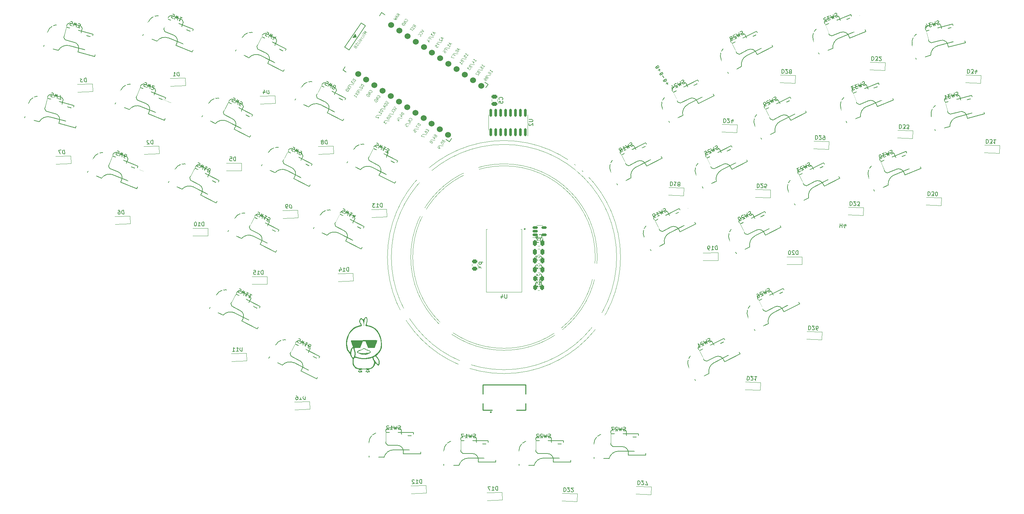
<source format=gbr>
%TF.GenerationSoftware,KiCad,Pcbnew,(6.0.4)*%
%TF.CreationDate,2022-10-16T13:45:35+02:00*%
%TF.ProjectId,Batreeq,42617472-6565-4712-9e6b-696361645f70,rev?*%
%TF.SameCoordinates,Original*%
%TF.FileFunction,Legend,Bot*%
%TF.FilePolarity,Positive*%
%FSLAX46Y46*%
G04 Gerber Fmt 4.6, Leading zero omitted, Abs format (unit mm)*
G04 Created by KiCad (PCBNEW (6.0.4)) date 2022-10-16 13:45:35*
%MOMM*%
%LPD*%
G01*
G04 APERTURE LIST*
G04 Aperture macros list*
%AMRoundRect*
0 Rectangle with rounded corners*
0 $1 Rounding radius*
0 $2 $3 $4 $5 $6 $7 $8 $9 X,Y pos of 4 corners*
0 Add a 4 corners polygon primitive as box body*
4,1,4,$2,$3,$4,$5,$6,$7,$8,$9,$2,$3,0*
0 Add four circle primitives for the rounded corners*
1,1,$1+$1,$2,$3*
1,1,$1+$1,$4,$5*
1,1,$1+$1,$6,$7*
1,1,$1+$1,$8,$9*
0 Add four rect primitives between the rounded corners*
20,1,$1+$1,$2,$3,$4,$5,0*
20,1,$1+$1,$4,$5,$6,$7,0*
20,1,$1+$1,$6,$7,$8,$9,0*
20,1,$1+$1,$8,$9,$2,$3,0*%
%AMHorizOval*
0 Thick line with rounded ends*
0 $1 width*
0 $2 $3 position (X,Y) of the first rounded end (center of the circle)*
0 $4 $5 position (X,Y) of the second rounded end (center of the circle)*
0 Add line between two ends*
20,1,$1,$2,$3,$4,$5,0*
0 Add two circle primitives to create the rounded ends*
1,1,$1,$2,$3*
1,1,$1,$4,$5*%
%AMRotRect*
0 Rectangle, with rotation*
0 The origin of the aperture is its center*
0 $1 length*
0 $2 width*
0 $3 Rotation angle, in degrees counterclockwise*
0 Add horizontal line*
21,1,$1,$2,0,0,$3*%
G04 Aperture macros list end*
%ADD10C,0.150000*%
%ADD11C,0.125000*%
%ADD12C,0.120000*%
%ADD13C,0.100000*%
%ADD14C,0.254000*%
%ADD15C,0.239605*%
%ADD16RoundRect,0.375000X-0.837019X-0.050240X-0.462019X-0.699760X0.837019X0.050240X0.462019X0.699760X0*%
%ADD17C,1.524000*%
%ADD18C,2.032000*%
%ADD19RotRect,4.000000X0.250000X255.000000*%
%ADD20RotRect,2.550000X2.500000X345.000000*%
%ADD21RotRect,7.000000X0.250000X255.000000*%
%ADD22HorizOval,2.032000X-1.120053X0.724595X1.120053X-0.724595X0*%
%ADD23RotRect,4.000000X0.250000X345.000000*%
%ADD24RoundRect,0.062500X0.347636X0.272877X-0.410136X-0.164623X-0.347636X-0.272877X0.410136X0.164623X0*%
%ADD25HorizOval,2.032000X1.332292X0.067491X-1.332292X-0.067491X0*%
%ADD26RotRect,2.600000X2.600000X345.000000*%
%ADD27RoundRect,0.062500X-0.272877X0.347636X0.164623X-0.410136X0.272877X-0.347636X-0.164623X0.410136X0*%
%ADD28RotRect,3.000000X0.250000X165.000000*%
%ADD29HorizOval,2.032000X-0.421808X0.776874X0.421808X-0.776874X0*%
%ADD30HorizOval,2.032000X0.753734X0.461889X-0.753734X-0.461889X0*%
%ADD31RotRect,2.000000X0.250000X345.000000*%
%ADD32RotRect,7.000000X0.250000X75.000000*%
%ADD33RoundRect,0.062500X-0.347636X-0.272877X0.410136X0.164623X0.347636X0.272877X-0.410136X-0.164623X0*%
%ADD34C,3.987800*%
%ADD35C,3.000000*%
%ADD36HorizOval,1.701800X0.482963X-0.129410X-0.482963X0.129410X0*%
%ADD37RotRect,2.600000X2.600000X27.000000*%
%ADD38RotRect,4.000000X0.250000X297.000000*%
%ADD39RotRect,4.000000X0.250000X27.000000*%
%ADD40RoundRect,0.062500X0.075754X0.435401X-0.194636X-0.396774X-0.075754X-0.435401X0.194636X0.396774X0*%
%ADD41RotRect,2.550000X2.500000X27.000000*%
%ADD42HorizOval,2.032000X-1.317210X-0.210983X1.317210X0.210983X0*%
%ADD43RoundRect,0.062500X-0.435401X0.075754X0.396774X-0.194636X0.435401X-0.075754X-0.396774X0.194636X0*%
%ADD44RotRect,3.000000X0.250000X207.000000*%
%ADD45HorizOval,2.032000X0.944925X0.941633X-0.944925X-0.941633X0*%
%ADD46RotRect,7.000000X0.250000X297.000000*%
%ADD47RotRect,2.000000X0.250000X27.000000*%
%ADD48HorizOval,2.032000X0.251070X0.847597X-0.251070X-0.847597X0*%
%ADD49RotRect,7.000000X0.250000X117.000000*%
%ADD50HorizOval,2.032000X-0.833295X0.295085X0.833295X-0.295085X0*%
%ADD51RoundRect,0.062500X-0.075754X-0.435401X0.194636X0.396774X0.075754X0.435401X-0.194636X-0.396774X0*%
%ADD52HorizOval,1.701800X0.445503X0.226995X-0.445503X-0.226995X0*%
%ADD53C,4.500000*%
%ADD54RotRect,2.550000X2.500000X15.000000*%
%ADD55HorizOval,2.032000X1.120053X0.724595X-1.120053X-0.724595X0*%
%ADD56RotRect,7.000000X0.250000X285.000000*%
%ADD57RotRect,2.600000X2.600000X15.000000*%
%ADD58RoundRect,0.062500X-0.410136X0.164623X0.347636X-0.272877X0.410136X-0.164623X-0.347636X0.272877X0*%
%ADD59RotRect,3.000000X0.250000X195.000000*%
%ADD60RotRect,4.000000X0.250000X285.000000*%
%ADD61HorizOval,2.032000X-1.332292X0.067491X1.332292X-0.067491X0*%
%ADD62RoundRect,0.062500X0.164623X0.410136X-0.272877X-0.347636X-0.164623X-0.410136X0.272877X0.347636X0*%
%ADD63RotRect,4.000000X0.250000X15.000000*%
%ADD64RoundRect,0.062500X-0.164623X-0.410136X0.272877X0.347636X0.164623X0.410136X-0.272877X-0.347636X0*%
%ADD65HorizOval,2.032000X-0.753734X0.461889X0.753734X-0.461889X0*%
%ADD66RotRect,2.000000X0.250000X15.000000*%
%ADD67RotRect,7.000000X0.250000X105.000000*%
%ADD68HorizOval,2.032000X0.421808X0.776874X-0.421808X-0.776874X0*%
%ADD69HorizOval,1.701800X0.482963X0.129410X-0.482963X-0.129410X0*%
%ADD70RoundRect,0.062500X-0.194636X0.396774X0.075754X-0.435401X0.194636X-0.396774X-0.075754X0.435401X0*%
%ADD71RotRect,2.550000X2.500000X333.000000*%
%ADD72RotRect,4.000000X0.250000X333.000000*%
%ADD73HorizOval,2.032000X-1.317210X0.210983X1.317210X-0.210983X0*%
%ADD74HorizOval,2.032000X-0.944925X0.941633X0.944925X-0.941633X0*%
%ADD75RotRect,3.000000X0.250000X153.000000*%
%ADD76RotRect,4.000000X0.250000X243.000000*%
%ADD77RoundRect,0.062500X0.396774X0.194636X-0.435401X-0.075754X-0.396774X-0.194636X0.435401X0.075754X0*%
%ADD78RotRect,7.000000X0.250000X243.000000*%
%ADD79RotRect,2.600000X2.600000X333.000000*%
%ADD80RoundRect,0.062500X-0.396774X-0.194636X0.435401X0.075754X0.396774X0.194636X-0.435401X-0.075754X0*%
%ADD81HorizOval,2.032000X-0.251070X0.847597X0.251070X-0.847597X0*%
%ADD82RotRect,2.000000X0.250000X333.000000*%
%ADD83RotRect,7.000000X0.250000X63.000000*%
%ADD84HorizOval,2.032000X0.833295X0.295085X-0.833295X-0.295085X0*%
%ADD85HorizOval,1.701800X0.445503X-0.226995X-0.445503X0.226995X0*%
%ADD86R,2.550000X2.500000*%
%ADD87HorizOval,2.032000X-1.269427X0.410014X1.269427X-0.410014X0*%
%ADD88R,3.000000X0.250000*%
%ADD89RoundRect,0.062500X-0.353553X0.265165X0.265165X-0.353553X0.353553X-0.265165X-0.265165X0.353553X0*%
%ADD90HorizOval,2.032000X1.269427X0.410014X-1.269427X-0.410014X0*%
%ADD91R,2.600000X2.600000*%
%ADD92R,0.250000X4.000000*%
%ADD93RoundRect,0.062500X0.265165X0.353553X-0.353553X-0.265165X-0.265165X-0.353553X0.353553X0.265165X0*%
%ADD94R,0.250000X7.000000*%
%ADD95R,4.000000X0.250000*%
%ADD96R,2.000000X0.250000*%
%ADD97HorizOval,2.032000X0.608505X0.641231X-0.608505X-0.641231X0*%
%ADD98RoundRect,0.062500X-0.265165X-0.353553X0.353553X0.265165X0.265165X0.353553X-0.353553X-0.265165X0*%
%ADD99HorizOval,2.032000X-0.608505X0.641231X0.608505X-0.641231X0*%
%ADD100O,2.701800X1.701800*%
%ADD101RotRect,3.000000X0.250000X202.000000*%
%ADD102RotRect,7.000000X0.250000X292.000000*%
%ADD103RotRect,2.550000X2.500000X22.000000*%
%ADD104HorizOval,2.032000X1.023398X0.855694X-1.023398X-0.855694X0*%
%ADD105HorizOval,2.032000X-1.330586X-0.095378X1.330586X0.095378X0*%
%ADD106RoundRect,0.062500X0.113413X0.427142X-0.228476X-0.378300X-0.113413X-0.427142X0.228476X0.378300X0*%
%ADD107RotRect,4.000000X0.250000X292.000000*%
%ADD108RoundRect,0.062500X-0.427142X0.113413X0.378300X-0.228476X0.427142X-0.113413X-0.378300X0.228476X0*%
%ADD109RotRect,4.000000X0.250000X22.000000*%
%ADD110RotRect,2.600000X2.600000X22.000000*%
%ADD111RotRect,2.000000X0.250000X22.000000*%
%ADD112RoundRect,0.062500X-0.113413X-0.427142X0.228476X0.378300X0.113413X0.427142X-0.228476X-0.378300X0*%
%ADD113RotRect,7.000000X0.250000X112.000000*%
%ADD114HorizOval,2.032000X0.323987X0.822489X-0.323987X-0.822489X0*%
%ADD115HorizOval,2.032000X-0.804406X0.366589X0.804406X-0.366589X0*%
%ADD116HorizOval,1.701800X0.463592X0.187303X-0.463592X-0.187303X0*%
%ADD117RotRect,4.400000X4.400000X140.000000*%
%ADD118C,2.100000*%
%ADD119C,4.200000*%
%ADD120C,2.400000*%
%ADD121C,3.200000*%
%ADD122RotRect,3.000000X0.250000X158.000000*%
%ADD123RotRect,2.600000X2.600000X338.000000*%
%ADD124RoundRect,0.062500X0.378300X0.228476X-0.427142X-0.113413X-0.378300X-0.228476X0.427142X0.113413X0*%
%ADD125HorizOval,2.032000X-1.330586X0.095378X1.330586X-0.095378X0*%
%ADD126RotRect,7.000000X0.250000X248.000000*%
%ADD127HorizOval,2.032000X-1.023398X0.855694X1.023398X-0.855694X0*%
%ADD128RoundRect,0.062500X-0.228476X0.378300X0.113413X-0.427142X0.228476X-0.378300X-0.113413X0.427142X0*%
%ADD129RotRect,2.550000X2.500000X338.000000*%
%ADD130RotRect,4.000000X0.250000X248.000000*%
%ADD131RotRect,4.000000X0.250000X338.000000*%
%ADD132RoundRect,0.062500X-0.378300X-0.228476X0.427142X0.113413X0.378300X0.228476X-0.427142X-0.113413X0*%
%ADD133RotRect,7.000000X0.250000X68.000000*%
%ADD134HorizOval,2.032000X-0.323987X0.822489X0.323987X-0.822489X0*%
%ADD135HorizOval,2.032000X0.804406X0.366589X-0.804406X-0.366589X0*%
%ADD136RotRect,2.000000X0.250000X338.000000*%
%ADD137HorizOval,1.701800X0.463592X-0.187303X-0.463592X0.187303X0*%
%ADD138HorizOval,1.700000X0.000000X0.000000X0.000000X0.000000X0*%
%ADD139C,1.700000*%
%ADD140HorizOval,1.500000X0.409576X0.286788X-0.409576X-0.286788X0*%
%ADD141RotRect,1.500000X2.500000X125.000000*%
%ADD142HorizOval,2.200000X0.532449X0.372825X-0.532449X-0.372825X0*%
%ADD143RotRect,0.900000X1.200000X178.000000*%
%ADD144RoundRect,0.250000X0.250000X0.475000X-0.250000X0.475000X-0.250000X-0.475000X0.250000X-0.475000X0*%
%ADD145R,0.900000X1.200000*%
%ADD146RotRect,0.900000X1.200000X182.000000*%
%ADD147RoundRect,0.150000X0.150000X-0.825000X0.150000X0.825000X-0.150000X0.825000X-0.150000X-0.825000X0*%
%ADD148R,1.800000X2.000000*%
%ADD149R,0.280000X1.250000*%
%ADD150RoundRect,0.250000X0.262500X0.450000X-0.262500X0.450000X-0.262500X-0.450000X0.262500X-0.450000X0*%
%ADD151RoundRect,0.250000X-0.262500X-0.450000X0.262500X-0.450000X0.262500X0.450000X-0.262500X0.450000X0*%
%ADD152RotRect,0.900000X1.200000X181.000000*%
%ADD153RoundRect,0.250000X0.450000X-0.262500X0.450000X0.262500X-0.450000X0.262500X-0.450000X-0.262500X0*%
%ADD154RotRect,0.900000X1.200000X179.000000*%
%ADD155RoundRect,0.250000X-0.250000X-0.475000X0.250000X-0.475000X0.250000X0.475000X-0.250000X0.475000X0*%
%ADD156C,1.400000*%
%ADD157R,1.400000X1.400000*%
%ADD158RoundRect,0.150000X-0.512500X-0.150000X0.512500X-0.150000X0.512500X0.150000X-0.512500X0.150000X0*%
%ADD159RoundRect,0.250000X0.475000X-0.250000X0.475000X0.250000X-0.475000X0.250000X-0.475000X-0.250000X0*%
G04 APERTURE END LIST*
D10*
%TO.C,SW7*%
X33383425Y-56039243D02*
X33533740Y-56030221D01*
X33763722Y-56091845D01*
X33843390Y-56162491D01*
X33877062Y-56220812D01*
X33898409Y-56325129D01*
X33873760Y-56417122D01*
X33803114Y-56496791D01*
X33744792Y-56530462D01*
X33640475Y-56551809D01*
X33444164Y-56548507D01*
X33339847Y-56569854D01*
X33281525Y-56603526D01*
X33210879Y-56683194D01*
X33186230Y-56775187D01*
X33207577Y-56879505D01*
X33241249Y-56937826D01*
X33320917Y-57008472D01*
X33550899Y-57070095D01*
X33701213Y-57061073D01*
X34010864Y-57193342D02*
X34499665Y-56289040D01*
X34498781Y-57028286D01*
X34867637Y-56387638D01*
X34838800Y-57415187D01*
X35114779Y-57489136D02*
X35758730Y-57661682D01*
X35603581Y-56584833D01*
%TO.C,SW26*%
X218426695Y-107106206D02*
X218321027Y-107213491D01*
X218108883Y-107321584D01*
X218002406Y-107322392D01*
X217938359Y-107301582D01*
X217852693Y-107238343D01*
X217809456Y-107153485D01*
X217808647Y-107047009D01*
X217829457Y-106982961D01*
X217892697Y-106897295D01*
X218040794Y-106768392D01*
X218104033Y-106682726D01*
X218124843Y-106618678D01*
X218124035Y-106512202D01*
X218080798Y-106427344D01*
X217995131Y-106364105D01*
X217931084Y-106343295D01*
X217824608Y-106344103D01*
X217612463Y-106452196D01*
X217506795Y-106559481D01*
X217188174Y-106668382D02*
X217430021Y-107667482D01*
X216936026Y-107117523D01*
X217090589Y-107840430D01*
X216424455Y-107057517D01*
X216170690Y-107293705D02*
X216106642Y-107272894D01*
X216000166Y-107273703D01*
X215788021Y-107381796D01*
X215724782Y-107467462D01*
X215703972Y-107531509D01*
X215704780Y-107637986D01*
X215748017Y-107722843D01*
X215855302Y-107828511D01*
X216623872Y-108078235D01*
X216072296Y-108359277D01*
X214854586Y-107857405D02*
X215024301Y-107770930D01*
X215130778Y-107770122D01*
X215194825Y-107790932D01*
X215344539Y-107874982D01*
X215473442Y-108023079D01*
X215646391Y-108362510D01*
X215647199Y-108468986D01*
X215626389Y-108533034D01*
X215563150Y-108618700D01*
X215393434Y-108705174D01*
X215286958Y-108705982D01*
X215222910Y-108685172D01*
X215137244Y-108621933D01*
X215029151Y-108409789D01*
X215028343Y-108303312D01*
X215049153Y-108239265D01*
X215112392Y-108153599D01*
X215282108Y-108067124D01*
X215388584Y-108066316D01*
X215452632Y-108087126D01*
X215538298Y-108150365D01*
%TO.C,SW34*%
X261934887Y-38344486D02*
X261809223Y-38427457D01*
X261579240Y-38489080D01*
X261474923Y-38467733D01*
X261416602Y-38434062D01*
X261345956Y-38354393D01*
X261321306Y-38262401D01*
X261342653Y-38158083D01*
X261376325Y-38099762D01*
X261455993Y-38029116D01*
X261627654Y-37933820D01*
X261707323Y-37863175D01*
X261740994Y-37804853D01*
X261762341Y-37700536D01*
X261737692Y-37608543D01*
X261667046Y-37528875D01*
X261608725Y-37495203D01*
X261504407Y-37473856D01*
X261274425Y-37535479D01*
X261148760Y-37618450D01*
X260814460Y-37658727D02*
X260843297Y-38686276D01*
X260474440Y-38045628D01*
X260475325Y-38784874D01*
X259986524Y-37880571D01*
X259710545Y-37954520D02*
X259112591Y-38114741D01*
X259533164Y-38396440D01*
X259395174Y-38433414D01*
X259315506Y-38504060D01*
X259281834Y-38562381D01*
X259260487Y-38666699D01*
X259322111Y-38896681D01*
X259392757Y-38976349D01*
X259451078Y-39010021D01*
X259555396Y-39031368D01*
X259831375Y-38957420D01*
X259911043Y-38886774D01*
X259944715Y-38828453D01*
X258370927Y-38658561D02*
X258543473Y-39302512D01*
X258502312Y-38228966D02*
X258917165Y-38857289D01*
X258319211Y-39017511D01*
%TO.C,SW21*%
X203154027Y-119964305D02*
X203048359Y-120071590D01*
X202836215Y-120179683D01*
X202729738Y-120180491D01*
X202665691Y-120159681D01*
X202580025Y-120096442D01*
X202536788Y-120011584D01*
X202535979Y-119905108D01*
X202556789Y-119841060D01*
X202620029Y-119755394D01*
X202768126Y-119626491D01*
X202831365Y-119540825D01*
X202852175Y-119476777D01*
X202851367Y-119370301D01*
X202808130Y-119285443D01*
X202722463Y-119222204D01*
X202658416Y-119201394D01*
X202551940Y-119202202D01*
X202339795Y-119310295D01*
X202234127Y-119417580D01*
X201915506Y-119526481D02*
X202157353Y-120525581D01*
X201663358Y-119975622D01*
X201817921Y-120698529D01*
X201151787Y-119915616D01*
X200898022Y-120151804D02*
X200833974Y-120130993D01*
X200727498Y-120131802D01*
X200515353Y-120239895D01*
X200452114Y-120325561D01*
X200431304Y-120389608D01*
X200432112Y-120496085D01*
X200475349Y-120580942D01*
X200582634Y-120686610D01*
X201351204Y-120936334D01*
X200799628Y-121217376D01*
X199951051Y-121649747D02*
X200460197Y-121390324D01*
X200205624Y-121520036D02*
X199751633Y-120629029D01*
X199901347Y-120713079D01*
X200029442Y-120754699D01*
X200135918Y-120753891D01*
%TO.C,SW25*%
X205045363Y-70418483D02*
X204939695Y-70525768D01*
X204727551Y-70633861D01*
X204621074Y-70634669D01*
X204557027Y-70613859D01*
X204471361Y-70550620D01*
X204428124Y-70465762D01*
X204427315Y-70359286D01*
X204448125Y-70295238D01*
X204511365Y-70209572D01*
X204659462Y-70080669D01*
X204722701Y-69995003D01*
X204743511Y-69930955D01*
X204742703Y-69824479D01*
X204699466Y-69739621D01*
X204613799Y-69676382D01*
X204549752Y-69655572D01*
X204443276Y-69656380D01*
X204231131Y-69764473D01*
X204125463Y-69871758D01*
X203806842Y-69980659D02*
X204048689Y-70979759D01*
X203554694Y-70429800D01*
X203709257Y-71152707D01*
X203043123Y-70369794D01*
X202789358Y-70605982D02*
X202725310Y-70585171D01*
X202618834Y-70585980D01*
X202406689Y-70694073D01*
X202343450Y-70779739D01*
X202322640Y-70843786D01*
X202323448Y-70950263D01*
X202366685Y-71035120D01*
X202473970Y-71140788D01*
X203242540Y-71390512D01*
X202690964Y-71671554D01*
X201430825Y-71191300D02*
X201855114Y-70975114D01*
X202113729Y-71377785D01*
X202049681Y-71356974D01*
X201943205Y-71357783D01*
X201731060Y-71465876D01*
X201667821Y-71551542D01*
X201647011Y-71615589D01*
X201647819Y-71722066D01*
X201755912Y-71934210D01*
X201841578Y-71997449D01*
X201905626Y-72018259D01*
X202012102Y-72017451D01*
X202224247Y-71909358D01*
X202287486Y-71823692D01*
X202308296Y-71759645D01*
%TO.C,SW4*%
X88810083Y-40393471D02*
X88958988Y-40415898D01*
X89171133Y-40523991D01*
X89234372Y-40609657D01*
X89255182Y-40673705D01*
X89254374Y-40780181D01*
X89211136Y-40865039D01*
X89125470Y-40928278D01*
X89061423Y-40949088D01*
X88954947Y-40948280D01*
X88763612Y-40904235D01*
X88657136Y-40903426D01*
X88593089Y-40924237D01*
X88507423Y-40987476D01*
X88464185Y-41072333D01*
X88463377Y-41178810D01*
X88484187Y-41242857D01*
X88547426Y-41328523D01*
X88759571Y-41436616D01*
X88908476Y-41459043D01*
X89183860Y-41652802D02*
X89849995Y-40869889D01*
X89695431Y-41592796D01*
X90189426Y-41042838D01*
X89947580Y-42041937D01*
X90820201Y-42112451D02*
X91122861Y-41518447D01*
X90435108Y-42343789D02*
X90547242Y-41599263D01*
X91098818Y-41880305D01*
%TO.C,SW8*%
X104158201Y-53058093D02*
X104307106Y-53080520D01*
X104519251Y-53188613D01*
X104582490Y-53274279D01*
X104603300Y-53338327D01*
X104602492Y-53444803D01*
X104559254Y-53529661D01*
X104473588Y-53592900D01*
X104409541Y-53613710D01*
X104303065Y-53612902D01*
X104111730Y-53568857D01*
X104005254Y-53568048D01*
X103941207Y-53588859D01*
X103855541Y-53652098D01*
X103812303Y-53736955D01*
X103811495Y-53843432D01*
X103832305Y-53907479D01*
X103895544Y-53993145D01*
X104107689Y-54101238D01*
X104256594Y-54123665D01*
X104531978Y-54317424D02*
X105198113Y-53534511D01*
X105043549Y-54257418D01*
X105537544Y-53707460D01*
X105295698Y-54706559D01*
X105956983Y-54562504D02*
X105850506Y-54561695D01*
X105786459Y-54582506D01*
X105700793Y-54645745D01*
X105679174Y-54688174D01*
X105678366Y-54794650D01*
X105699176Y-54858697D01*
X105762415Y-54944364D01*
X105932131Y-55030838D01*
X106038607Y-55031646D01*
X106102655Y-55010836D01*
X106188321Y-54947597D01*
X106209939Y-54905168D01*
X106210748Y-54798692D01*
X106189937Y-54734644D01*
X106126698Y-54648978D01*
X105956983Y-54562504D01*
X105893743Y-54476838D01*
X105872933Y-54412790D01*
X105873742Y-54306314D01*
X105960216Y-54136598D01*
X106045882Y-54073359D01*
X106109929Y-54052549D01*
X106216406Y-54053357D01*
X106386121Y-54139831D01*
X106449360Y-54225497D01*
X106470171Y-54289545D01*
X106469362Y-54396021D01*
X106382888Y-54565737D01*
X106297222Y-54628976D01*
X106233175Y-54649786D01*
X106126698Y-54648978D01*
%TO.C,SW22*%
X161850455Y-144794146D02*
X161707598Y-144841765D01*
X161469503Y-144841765D01*
X161374265Y-144794146D01*
X161326646Y-144746527D01*
X161279027Y-144651289D01*
X161279027Y-144556051D01*
X161326646Y-144460813D01*
X161374265Y-144413194D01*
X161469503Y-144365575D01*
X161659979Y-144317956D01*
X161755217Y-144270337D01*
X161802836Y-144222718D01*
X161850455Y-144127480D01*
X161850455Y-144032242D01*
X161802836Y-143937004D01*
X161755217Y-143889385D01*
X161659979Y-143841765D01*
X161421884Y-143841765D01*
X161279027Y-143889385D01*
X160945693Y-143841765D02*
X160707598Y-144841765D01*
X160517122Y-144127480D01*
X160326646Y-144841765D01*
X160088551Y-143841765D01*
X159755217Y-143937004D02*
X159707598Y-143889385D01*
X159612360Y-143841765D01*
X159374265Y-143841765D01*
X159279027Y-143889385D01*
X159231408Y-143937004D01*
X159183789Y-144032242D01*
X159183789Y-144127480D01*
X159231408Y-144270337D01*
X159802836Y-144841765D01*
X159183789Y-144841765D01*
X158802836Y-143937004D02*
X158755217Y-143889385D01*
X158659979Y-143841765D01*
X158421884Y-143841765D01*
X158326646Y-143889385D01*
X158279027Y-143937004D01*
X158231408Y-144032242D01*
X158231408Y-144127480D01*
X158279027Y-144270337D01*
X158850455Y-144841765D01*
X158231408Y-144841765D01*
%TO.C,SW27*%
X181154457Y-143016147D02*
X181011600Y-143063766D01*
X180773505Y-143063766D01*
X180678267Y-143016147D01*
X180630648Y-142968528D01*
X180583029Y-142873290D01*
X180583029Y-142778052D01*
X180630648Y-142682814D01*
X180678267Y-142635195D01*
X180773505Y-142587576D01*
X180963981Y-142539957D01*
X181059219Y-142492338D01*
X181106838Y-142444719D01*
X181154457Y-142349481D01*
X181154457Y-142254243D01*
X181106838Y-142159005D01*
X181059219Y-142111386D01*
X180963981Y-142063766D01*
X180725886Y-142063766D01*
X180583029Y-142111386D01*
X180249695Y-142063766D02*
X180011600Y-143063766D01*
X179821124Y-142349481D01*
X179630648Y-143063766D01*
X179392553Y-142063766D01*
X179059219Y-142159005D02*
X179011600Y-142111386D01*
X178916362Y-142063766D01*
X178678267Y-142063766D01*
X178583029Y-142111386D01*
X178535410Y-142159005D01*
X178487791Y-142254243D01*
X178487791Y-142349481D01*
X178535410Y-142492338D01*
X179106838Y-143063766D01*
X178487791Y-143063766D01*
X178154457Y-142063766D02*
X177487791Y-142063766D01*
X177916362Y-143063766D01*
%TO.C,SW33*%
X242904487Y-53960892D02*
X242789871Y-54058558D01*
X242569113Y-54147751D01*
X242462971Y-54139276D01*
X242400981Y-54112963D01*
X242321153Y-54042498D01*
X242285476Y-53954195D01*
X242293951Y-53848053D01*
X242320264Y-53786063D01*
X242390729Y-53706234D01*
X242549497Y-53590729D01*
X242619962Y-53510901D01*
X242646275Y-53448911D01*
X242654750Y-53342769D01*
X242619073Y-53254466D01*
X242539244Y-53184001D01*
X242477254Y-53157688D01*
X242371113Y-53149213D01*
X242150355Y-53238405D01*
X242035738Y-53336072D01*
X241708838Y-53416789D02*
X241862687Y-54433165D01*
X241418504Y-53842245D01*
X241509474Y-54575872D01*
X240914109Y-53737881D01*
X240649200Y-53844911D02*
X240075229Y-54076810D01*
X240526997Y-54305154D01*
X240394542Y-54358670D01*
X240324078Y-54438498D01*
X240297764Y-54500488D01*
X240289290Y-54606630D01*
X240378482Y-54827388D01*
X240458310Y-54897853D01*
X240520300Y-54924166D01*
X240626442Y-54932641D01*
X240891351Y-54825610D01*
X240961816Y-54745782D01*
X240988130Y-54683792D01*
X239766167Y-54201679D02*
X239192197Y-54433579D01*
X239643965Y-54661923D01*
X239511510Y-54715438D01*
X239441045Y-54795266D01*
X239414732Y-54857256D01*
X239406257Y-54963398D01*
X239495449Y-55184156D01*
X239575278Y-55254621D01*
X239637268Y-55280934D01*
X239743410Y-55289409D01*
X240008319Y-55182378D01*
X240078784Y-55102550D01*
X240105097Y-55040560D01*
%TO.C,SW16*%
X96999431Y-119316856D02*
X97148336Y-119339283D01*
X97360481Y-119447376D01*
X97423720Y-119533042D01*
X97444530Y-119597090D01*
X97443722Y-119703566D01*
X97400485Y-119788424D01*
X97314819Y-119851663D01*
X97250771Y-119872473D01*
X97144295Y-119871665D01*
X96952961Y-119827620D01*
X96846484Y-119826811D01*
X96782437Y-119847622D01*
X96696771Y-119910861D01*
X96653534Y-119995718D01*
X96652725Y-120102195D01*
X96673535Y-120166242D01*
X96736775Y-120251908D01*
X96948919Y-120360001D01*
X97097824Y-120382428D01*
X97373208Y-120576187D02*
X98039343Y-119793274D01*
X97884779Y-120516181D01*
X98378774Y-119966223D01*
X98136928Y-120965322D01*
X99397067Y-120485069D02*
X98887920Y-120225646D01*
X99142494Y-120355357D02*
X98688503Y-121246364D01*
X98668501Y-121075840D01*
X98626881Y-120947745D01*
X98563642Y-120862079D01*
X99706796Y-121765210D02*
X99537081Y-121678736D01*
X99473842Y-121593070D01*
X99453031Y-121529022D01*
X99433029Y-121358498D01*
X99477075Y-121167164D01*
X99650024Y-120827733D01*
X99735690Y-120764494D01*
X99799737Y-120743684D01*
X99906214Y-120744492D01*
X100075929Y-120830966D01*
X100139168Y-120916632D01*
X100159979Y-120980680D01*
X100159170Y-121087156D01*
X100051077Y-121299301D01*
X99965411Y-121362540D01*
X99901364Y-121383350D01*
X99794887Y-121382542D01*
X99625172Y-121296067D01*
X99561933Y-121210401D01*
X99541122Y-121146354D01*
X99541931Y-121039878D01*
%TO.C,SW28*%
X211556702Y-40903828D02*
X211451034Y-41011113D01*
X211238890Y-41119206D01*
X211132413Y-41120014D01*
X211068366Y-41099204D01*
X210982700Y-41035965D01*
X210939463Y-40951107D01*
X210938654Y-40844631D01*
X210959464Y-40780583D01*
X211022704Y-40694917D01*
X211170801Y-40566014D01*
X211234040Y-40480348D01*
X211254850Y-40416300D01*
X211254042Y-40309824D01*
X211210805Y-40224966D01*
X211125138Y-40161727D01*
X211061091Y-40140917D01*
X210954615Y-40141725D01*
X210742470Y-40249818D01*
X210636802Y-40357103D01*
X210318181Y-40466004D02*
X210560028Y-41465104D01*
X210066033Y-40915145D01*
X210220596Y-41638052D01*
X209554462Y-40855139D01*
X209300697Y-41091327D02*
X209236649Y-41070516D01*
X209130173Y-41071325D01*
X208918028Y-41179418D01*
X208854789Y-41265084D01*
X208833979Y-41329131D01*
X208834787Y-41435608D01*
X208878024Y-41520465D01*
X208985309Y-41626133D01*
X209753879Y-41875857D01*
X209202303Y-42156899D01*
X208433734Y-41907175D02*
X208496973Y-41821509D01*
X208517783Y-41757462D01*
X208516975Y-41650985D01*
X208495356Y-41608556D01*
X208409690Y-41545317D01*
X208345643Y-41524507D01*
X208239166Y-41525315D01*
X208069451Y-41611790D01*
X208006211Y-41697456D01*
X207985401Y-41761503D01*
X207986210Y-41867980D01*
X208007828Y-41910408D01*
X208093494Y-41973648D01*
X208157542Y-41994458D01*
X208264018Y-41993650D01*
X208433734Y-41907175D01*
X208540210Y-41906367D01*
X208604257Y-41927177D01*
X208689923Y-41990416D01*
X208776398Y-42160132D01*
X208777206Y-42266608D01*
X208756396Y-42330656D01*
X208693157Y-42416322D01*
X208523441Y-42502796D01*
X208416965Y-42503604D01*
X208352917Y-42482794D01*
X208267251Y-42419555D01*
X208180777Y-42249839D01*
X208179969Y-42143363D01*
X208200779Y-42079316D01*
X208264018Y-41993650D01*
%TO.C,SW5*%
X80184267Y-57322595D02*
X80333172Y-57345022D01*
X80545317Y-57453115D01*
X80608556Y-57538781D01*
X80629366Y-57602829D01*
X80628558Y-57709305D01*
X80585320Y-57794163D01*
X80499654Y-57857402D01*
X80435607Y-57878212D01*
X80329131Y-57877404D01*
X80137796Y-57833359D01*
X80031320Y-57832550D01*
X79967273Y-57853361D01*
X79881607Y-57916600D01*
X79838369Y-58001457D01*
X79837561Y-58107934D01*
X79858371Y-58171981D01*
X79921610Y-58257647D01*
X80133755Y-58365740D01*
X80282660Y-58388167D01*
X80558044Y-58581926D02*
X81224179Y-57799013D01*
X81069615Y-58521920D01*
X81563610Y-57971962D01*
X81321764Y-58971061D01*
X82085483Y-59360196D02*
X81661195Y-59144010D01*
X81834952Y-58698102D01*
X81855762Y-58762150D01*
X81919001Y-58847816D01*
X82131146Y-58955909D01*
X82237622Y-58956717D01*
X82301669Y-58935907D01*
X82387335Y-58872668D01*
X82495428Y-58660523D01*
X82496237Y-58554047D01*
X82475426Y-58489999D01*
X82412187Y-58404333D01*
X82200043Y-58296240D01*
X82093567Y-58295432D01*
X82029519Y-58316242D01*
%TO.C,SW15*%
X86482273Y-86700157D02*
X86631178Y-86722584D01*
X86843323Y-86830677D01*
X86906562Y-86916343D01*
X86927372Y-86980391D01*
X86926564Y-87086867D01*
X86883327Y-87171725D01*
X86797661Y-87234964D01*
X86733613Y-87255774D01*
X86627137Y-87254966D01*
X86435803Y-87210921D01*
X86329326Y-87210112D01*
X86265279Y-87230923D01*
X86179613Y-87294162D01*
X86136376Y-87379019D01*
X86135567Y-87485496D01*
X86156377Y-87549543D01*
X86219617Y-87635209D01*
X86431761Y-87743302D01*
X86580666Y-87765729D01*
X86856050Y-87959488D02*
X87522185Y-87176575D01*
X87367621Y-87899482D01*
X87861616Y-87349524D01*
X87619770Y-88348623D01*
X88879909Y-87868370D02*
X88370762Y-87608947D01*
X88625336Y-87738658D02*
X88171345Y-88629665D01*
X88151343Y-88459141D01*
X88109723Y-88331046D01*
X88046484Y-88245380D01*
X89232067Y-89170130D02*
X88807778Y-88953944D01*
X88981536Y-88508036D01*
X89002346Y-88572084D01*
X89065585Y-88657750D01*
X89277729Y-88765843D01*
X89384206Y-88766651D01*
X89448253Y-88745841D01*
X89533919Y-88682602D01*
X89642012Y-88470457D01*
X89642821Y-88363981D01*
X89622010Y-88299933D01*
X89558771Y-88214267D01*
X89346627Y-88106174D01*
X89240150Y-88105366D01*
X89176103Y-88126176D01*
%TO.C,SW31*%
X266861111Y-56704534D02*
X266735447Y-56787505D01*
X266505464Y-56849128D01*
X266401147Y-56827781D01*
X266342826Y-56794110D01*
X266272180Y-56714441D01*
X266247530Y-56622449D01*
X266268877Y-56518131D01*
X266302549Y-56459810D01*
X266382217Y-56389164D01*
X266553878Y-56293868D01*
X266633547Y-56223223D01*
X266667218Y-56164901D01*
X266688565Y-56060584D01*
X266663916Y-55968591D01*
X266593270Y-55888923D01*
X266534949Y-55855251D01*
X266430631Y-55833904D01*
X266200649Y-55895527D01*
X266074984Y-55978498D01*
X265740684Y-56018775D02*
X265769521Y-57046324D01*
X265400664Y-56405676D01*
X265401549Y-57144922D01*
X264912748Y-56240619D01*
X264636769Y-56314568D02*
X264038815Y-56474789D01*
X264459388Y-56756488D01*
X264321398Y-56793462D01*
X264241730Y-56864108D01*
X264208058Y-56922429D01*
X264186711Y-57026747D01*
X264248335Y-57256729D01*
X264318981Y-57336397D01*
X264377302Y-57370069D01*
X264481620Y-57391416D01*
X264757599Y-57317468D01*
X264837267Y-57246822D01*
X264870939Y-57188501D01*
X263377705Y-57687209D02*
X263929662Y-57539313D01*
X263653683Y-57613261D02*
X263394864Y-56647335D01*
X263523831Y-56760675D01*
X263640474Y-56828019D01*
X263744791Y-56849366D01*
%TO.C,SW23*%
X228808339Y-74762075D02*
X228702671Y-74869360D01*
X228490527Y-74977453D01*
X228384050Y-74978261D01*
X228320003Y-74957451D01*
X228234337Y-74894212D01*
X228191100Y-74809354D01*
X228190291Y-74702878D01*
X228211101Y-74638830D01*
X228274341Y-74553164D01*
X228422438Y-74424261D01*
X228485677Y-74338595D01*
X228506487Y-74274547D01*
X228505679Y-74168071D01*
X228462442Y-74083213D01*
X228376775Y-74019974D01*
X228312728Y-73999164D01*
X228206252Y-73999972D01*
X227994107Y-74108065D01*
X227888439Y-74215350D01*
X227569818Y-74324251D02*
X227811665Y-75323351D01*
X227317670Y-74773392D01*
X227472233Y-75496299D01*
X226806099Y-74713386D01*
X226552334Y-74949574D02*
X226488286Y-74928763D01*
X226381810Y-74929572D01*
X226169665Y-75037665D01*
X226106426Y-75123331D01*
X226085616Y-75187378D01*
X226086424Y-75293855D01*
X226129661Y-75378712D01*
X226236946Y-75484380D01*
X227005516Y-75734104D01*
X226453940Y-76015146D01*
X225702948Y-75275469D02*
X225151372Y-75556511D01*
X225621323Y-75744612D01*
X225494036Y-75809468D01*
X225430797Y-75895134D01*
X225409987Y-75959181D01*
X225410795Y-76065658D01*
X225518888Y-76277802D01*
X225604554Y-76341041D01*
X225668602Y-76361851D01*
X225775078Y-76361043D01*
X226029651Y-76231332D01*
X226092891Y-76145665D01*
X226113701Y-76081618D01*
%TO.C,SW6*%
X50297911Y-70999557D02*
X50448204Y-71008921D01*
X50668962Y-71098113D01*
X50739427Y-71177941D01*
X50765740Y-71239931D01*
X50774215Y-71346073D01*
X50738538Y-71434376D01*
X50658710Y-71504841D01*
X50596720Y-71531154D01*
X50490578Y-71539629D01*
X50296133Y-71512427D01*
X50189992Y-71520902D01*
X50128002Y-71547215D01*
X50048173Y-71617680D01*
X50012496Y-71705983D01*
X50020971Y-71812125D01*
X50047284Y-71874115D01*
X50117749Y-71953943D01*
X50338507Y-72043135D01*
X50488800Y-72052499D01*
X50780023Y-72221519D02*
X51375388Y-71383528D01*
X51284418Y-72117155D01*
X51728601Y-71526235D01*
X51574752Y-72542611D01*
X52325330Y-72845864D02*
X52148723Y-72774510D01*
X52078258Y-72694682D01*
X52051945Y-72632692D01*
X52017157Y-72464560D01*
X52044359Y-72270115D01*
X52187067Y-71916902D01*
X52266895Y-71846437D01*
X52328885Y-71820124D01*
X52435027Y-71811649D01*
X52611633Y-71883003D01*
X52682098Y-71962831D01*
X52708411Y-72024821D01*
X52716886Y-72130963D01*
X52627694Y-72351721D01*
X52547865Y-72422186D01*
X52485875Y-72448499D01*
X52379734Y-72456974D01*
X52203127Y-72385620D01*
X52132662Y-72305792D01*
X52106349Y-72243802D01*
X52097874Y-72137660D01*
%TO.C,SW12*%
X123244869Y-142674148D02*
X123102012Y-142721767D01*
X122863917Y-142721767D01*
X122768679Y-142674148D01*
X122721060Y-142626529D01*
X122673441Y-142531291D01*
X122673441Y-142436053D01*
X122721060Y-142340815D01*
X122768679Y-142293196D01*
X122863917Y-142245577D01*
X123054393Y-142197958D01*
X123149631Y-142150339D01*
X123197250Y-142102720D01*
X123244869Y-142007482D01*
X123244869Y-141912244D01*
X123197250Y-141817006D01*
X123149631Y-141769387D01*
X123054393Y-141721767D01*
X122816298Y-141721767D01*
X122673441Y-141769387D01*
X122340107Y-141721767D02*
X122102012Y-142721767D01*
X121911536Y-142007482D01*
X121721060Y-142721767D01*
X121482965Y-141721767D01*
X120578203Y-142721767D02*
X121149631Y-142721767D01*
X120863917Y-142721767D02*
X120863917Y-141721767D01*
X120959155Y-141864625D01*
X121054393Y-141959863D01*
X121149631Y-142007482D01*
X120197250Y-141817006D02*
X120149631Y-141769387D01*
X120054393Y-141721767D01*
X119816298Y-141721767D01*
X119721060Y-141769387D01*
X119673441Y-141817006D01*
X119625822Y-141912244D01*
X119625822Y-142007482D01*
X119673441Y-142150339D01*
X120244869Y-142721767D01*
X119625822Y-142721767D01*
%TO.C,SW1*%
X64532960Y-35766571D02*
X64683253Y-35775935D01*
X64904011Y-35865127D01*
X64974476Y-35944955D01*
X65000789Y-36006945D01*
X65009264Y-36113087D01*
X64973587Y-36201390D01*
X64893759Y-36271855D01*
X64831769Y-36298168D01*
X64725627Y-36306643D01*
X64531182Y-36279441D01*
X64425041Y-36287916D01*
X64363051Y-36314229D01*
X64283222Y-36384694D01*
X64247545Y-36472997D01*
X64256020Y-36579139D01*
X64282333Y-36641129D01*
X64352798Y-36720957D01*
X64573556Y-36810149D01*
X64723849Y-36819513D01*
X65015072Y-36988533D02*
X65610437Y-36150542D01*
X65519467Y-36884169D01*
X65963650Y-36293249D01*
X65809801Y-37309625D01*
X67023289Y-36721371D02*
X66493469Y-36507310D01*
X66758379Y-36614340D02*
X66383772Y-37541524D01*
X66348984Y-37373392D01*
X66296358Y-37249412D01*
X66225893Y-37169584D01*
%TO.C,SW11*%
X81726761Y-106458753D02*
X81875666Y-106481180D01*
X82087811Y-106589273D01*
X82151050Y-106674939D01*
X82171860Y-106738987D01*
X82171052Y-106845463D01*
X82127815Y-106930321D01*
X82042149Y-106993560D01*
X81978101Y-107014370D01*
X81871625Y-107013562D01*
X81680291Y-106969517D01*
X81573814Y-106968708D01*
X81509767Y-106989519D01*
X81424101Y-107052758D01*
X81380864Y-107137615D01*
X81380055Y-107244092D01*
X81400865Y-107308139D01*
X81464105Y-107393805D01*
X81676249Y-107501898D01*
X81825154Y-107524325D01*
X82100538Y-107718084D02*
X82766673Y-106935171D01*
X82612109Y-107658078D01*
X83106104Y-107108120D01*
X82864258Y-108107219D01*
X84124397Y-107626966D02*
X83615250Y-107367543D01*
X83869824Y-107497254D02*
X83415833Y-108388261D01*
X83395831Y-108217737D01*
X83354211Y-108089642D01*
X83290972Y-108003976D01*
X84972975Y-108059338D02*
X84463828Y-107799915D01*
X84718401Y-107929626D02*
X84264411Y-108820633D01*
X84244409Y-108650109D01*
X84202788Y-108522014D01*
X84139549Y-108436348D01*
%TO.C,SW19*%
X191693763Y-86536175D02*
X191588095Y-86643460D01*
X191375951Y-86751553D01*
X191269474Y-86752361D01*
X191205427Y-86731551D01*
X191119761Y-86668312D01*
X191076524Y-86583454D01*
X191075715Y-86476978D01*
X191096525Y-86412930D01*
X191159765Y-86327264D01*
X191307862Y-86198361D01*
X191371101Y-86112695D01*
X191391911Y-86048647D01*
X191391103Y-85942171D01*
X191347866Y-85857313D01*
X191262199Y-85794074D01*
X191198152Y-85773264D01*
X191091676Y-85774072D01*
X190879531Y-85882165D01*
X190773863Y-85989450D01*
X190455242Y-86098351D02*
X190697089Y-87097451D01*
X190203094Y-86547492D01*
X190357657Y-87270399D01*
X189691523Y-86487486D01*
X189339364Y-87789246D02*
X189848511Y-87529822D01*
X189593938Y-87659534D02*
X189139947Y-86768527D01*
X189289661Y-86852577D01*
X189417756Y-86894198D01*
X189524232Y-86893389D01*
X188915075Y-88005432D02*
X188745360Y-88091906D01*
X188638884Y-88092714D01*
X188574836Y-88071904D01*
X188425123Y-87987854D01*
X188296219Y-87839758D01*
X188123271Y-87500327D01*
X188122462Y-87393850D01*
X188143272Y-87329803D01*
X188206512Y-87244137D01*
X188376227Y-87157662D01*
X188482704Y-87156854D01*
X188546751Y-87177664D01*
X188632417Y-87240903D01*
X188740510Y-87453048D01*
X188741318Y-87559524D01*
X188720508Y-87623572D01*
X188657269Y-87709238D01*
X188487553Y-87795712D01*
X188381077Y-87796520D01*
X188317030Y-87775710D01*
X188231363Y-87712471D01*
%TO.C,SW3*%
X38293476Y-37668852D02*
X38443791Y-37659830D01*
X38673773Y-37721454D01*
X38753441Y-37792100D01*
X38787113Y-37850421D01*
X38808460Y-37954738D01*
X38783811Y-38046731D01*
X38713165Y-38126400D01*
X38654843Y-38160071D01*
X38550526Y-38181418D01*
X38354215Y-38178116D01*
X38249898Y-38199463D01*
X38191576Y-38233135D01*
X38120930Y-38312803D01*
X38096281Y-38404796D01*
X38117628Y-38509114D01*
X38151300Y-38567435D01*
X38230968Y-38638081D01*
X38460950Y-38699704D01*
X38611264Y-38690682D01*
X38920915Y-38822951D02*
X39409716Y-37918649D01*
X39408832Y-38657895D01*
X39777688Y-38017247D01*
X39748851Y-39044796D01*
X40024830Y-39118745D02*
X40622784Y-39278966D01*
X40399407Y-38824721D01*
X40537396Y-38861695D01*
X40641714Y-38840348D01*
X40700035Y-38806677D01*
X40770681Y-38727008D01*
X40832305Y-38497026D01*
X40810958Y-38392708D01*
X40777286Y-38334387D01*
X40697618Y-38263741D01*
X40421639Y-38189793D01*
X40317321Y-38211140D01*
X40259000Y-38244812D01*
%TO.C,SW10*%
X71134156Y-74035534D02*
X71283061Y-74057961D01*
X71495206Y-74166054D01*
X71558445Y-74251720D01*
X71579255Y-74315768D01*
X71578447Y-74422244D01*
X71535210Y-74507102D01*
X71449544Y-74570341D01*
X71385496Y-74591151D01*
X71279020Y-74590343D01*
X71087686Y-74546298D01*
X70981209Y-74545489D01*
X70917162Y-74566300D01*
X70831496Y-74629539D01*
X70788259Y-74714396D01*
X70787450Y-74820873D01*
X70808260Y-74884920D01*
X70871500Y-74970586D01*
X71083644Y-75078679D01*
X71232549Y-75101106D01*
X71507933Y-75294865D02*
X72174068Y-74511952D01*
X72019504Y-75234859D01*
X72513499Y-74684901D01*
X72271653Y-75684000D01*
X73531792Y-75203747D02*
X73022645Y-74944324D01*
X73277219Y-75074035D02*
X72823228Y-75965042D01*
X72803226Y-75794518D01*
X72761606Y-75666423D01*
X72698367Y-75580757D01*
X73629377Y-76375795D02*
X73714235Y-76419032D01*
X73820711Y-76419841D01*
X73884759Y-76399030D01*
X73970425Y-76335791D01*
X74099328Y-76187694D01*
X74207421Y-75975550D01*
X74251466Y-75784216D01*
X74252275Y-75677739D01*
X74231464Y-75613692D01*
X74168225Y-75528026D01*
X74083367Y-75484789D01*
X73976891Y-75483980D01*
X73912844Y-75504791D01*
X73827178Y-75568030D01*
X73698274Y-75716127D01*
X73590181Y-75928271D01*
X73546136Y-76119605D01*
X73545328Y-76226082D01*
X73566138Y-76290129D01*
X73629377Y-76375795D01*
%TO.C,SW32*%
X235786963Y-36344401D02*
X235672347Y-36442067D01*
X235451589Y-36531260D01*
X235345447Y-36522785D01*
X235283457Y-36496472D01*
X235203629Y-36426007D01*
X235167952Y-36337704D01*
X235176427Y-36231562D01*
X235202740Y-36169572D01*
X235273205Y-36089743D01*
X235431973Y-35974238D01*
X235502438Y-35894410D01*
X235528751Y-35832420D01*
X235537226Y-35726278D01*
X235501549Y-35637975D01*
X235421720Y-35567510D01*
X235359730Y-35541197D01*
X235253589Y-35532722D01*
X235032831Y-35621914D01*
X234918214Y-35719581D01*
X234591314Y-35800298D02*
X234745163Y-36816674D01*
X234300980Y-36225754D01*
X234391950Y-36959381D01*
X233796585Y-36121390D01*
X233531676Y-36228420D02*
X232957705Y-36460319D01*
X233409473Y-36688663D01*
X233277018Y-36742179D01*
X233206554Y-36822007D01*
X233180240Y-36883997D01*
X233171766Y-36990139D01*
X233260958Y-37210897D01*
X233340786Y-37281362D01*
X233402776Y-37307675D01*
X233508918Y-37316150D01*
X233773827Y-37209119D01*
X233844292Y-37129291D01*
X233870606Y-37067301D01*
X232640169Y-36691330D02*
X232578179Y-36665017D01*
X232472037Y-36656542D01*
X232251279Y-36745734D01*
X232180814Y-36825562D01*
X232154501Y-36887552D01*
X232146026Y-36993694D01*
X232181703Y-37081997D01*
X232279370Y-37196614D01*
X233023250Y-37512372D01*
X232449279Y-37744271D01*
%TO.C,PAD1*%
X191302619Y-52901169D02*
X191392753Y-52981096D01*
X191444792Y-52995040D01*
X191529823Y-52989936D01*
X191628797Y-52932793D01*
X191675732Y-52861707D01*
X191689676Y-52809667D01*
X191684572Y-52724637D01*
X191532191Y-52460705D01*
X190839371Y-52860705D01*
X190972704Y-53091646D01*
X191043791Y-53138581D01*
X191095830Y-53152525D01*
X191180861Y-53147421D01*
X191246843Y-53109326D01*
X191293779Y-53038239D01*
X191307723Y-52986200D01*
X191302619Y-52901169D01*
X191169285Y-52670229D01*
X191668260Y-53305907D02*
X191973022Y-53833770D01*
X192084572Y-53417457D02*
X191556709Y-53722219D01*
X189302619Y-49437067D02*
X189392753Y-49516994D01*
X189444792Y-49530938D01*
X189529823Y-49525834D01*
X189628797Y-49468691D01*
X189675732Y-49397605D01*
X189689676Y-49345565D01*
X189684572Y-49260535D01*
X189532191Y-48996603D01*
X188839371Y-49396603D01*
X188972704Y-49627544D01*
X189043791Y-49674479D01*
X189095830Y-49688423D01*
X189180861Y-49683319D01*
X189246843Y-49645224D01*
X189293779Y-49574137D01*
X189307723Y-49522098D01*
X189302619Y-49437067D01*
X189169285Y-49206127D01*
X189668260Y-49841805D02*
X189973022Y-50369668D01*
X190084572Y-49953355D02*
X189556709Y-50258117D01*
X190302619Y-51169118D02*
X190392753Y-51249045D01*
X190444792Y-51262989D01*
X190529823Y-51257885D01*
X190628797Y-51200742D01*
X190675732Y-51129656D01*
X190689676Y-51077616D01*
X190684572Y-50992586D01*
X190532191Y-50728654D01*
X189839371Y-51128654D01*
X189972704Y-51359595D01*
X190043791Y-51406530D01*
X190095830Y-51420474D01*
X190180861Y-51415370D01*
X190246843Y-51377275D01*
X190293779Y-51306188D01*
X190307723Y-51254149D01*
X190302619Y-51169118D01*
X190169285Y-50938178D01*
X190668260Y-51573856D02*
X190973022Y-52101719D01*
%TO.C,SW9*%
X95532379Y-69987218D02*
X95681284Y-70009645D01*
X95893429Y-70117738D01*
X95956668Y-70203404D01*
X95977478Y-70267452D01*
X95976670Y-70373928D01*
X95933432Y-70458786D01*
X95847766Y-70522025D01*
X95783719Y-70542835D01*
X95677243Y-70542027D01*
X95485908Y-70497982D01*
X95379432Y-70497173D01*
X95315385Y-70517984D01*
X95229719Y-70581223D01*
X95186481Y-70666080D01*
X95185673Y-70772557D01*
X95206483Y-70836604D01*
X95269722Y-70922270D01*
X95481867Y-71030363D01*
X95630772Y-71052790D01*
X95906156Y-71246549D02*
X96572291Y-70463636D01*
X96417727Y-71186543D01*
X96911722Y-70636585D01*
X96669876Y-71635684D01*
X97505726Y-70939245D02*
X97675442Y-71025719D01*
X97738681Y-71111385D01*
X97759491Y-71175433D01*
X97779493Y-71345957D01*
X97735447Y-71537291D01*
X97562499Y-71876722D01*
X97476833Y-71939961D01*
X97412785Y-71960771D01*
X97306309Y-71959963D01*
X97136593Y-71873489D01*
X97073354Y-71787822D01*
X97052544Y-71723775D01*
X97053352Y-71617299D01*
X97161445Y-71405154D01*
X97247111Y-71341915D01*
X97311159Y-71321105D01*
X97417635Y-71321913D01*
X97587351Y-71408387D01*
X97650590Y-71494054D01*
X97671400Y-71558101D01*
X97670592Y-71664577D01*
%TO.C,SW13*%
X117085512Y-68959601D02*
X117234417Y-68982028D01*
X117446562Y-69090121D01*
X117509801Y-69175787D01*
X117530611Y-69239835D01*
X117529803Y-69346311D01*
X117486566Y-69431169D01*
X117400900Y-69494408D01*
X117336852Y-69515218D01*
X117230376Y-69514410D01*
X117039042Y-69470365D01*
X116932565Y-69469556D01*
X116868518Y-69490367D01*
X116782852Y-69553606D01*
X116739615Y-69638463D01*
X116738806Y-69744940D01*
X116759616Y-69808987D01*
X116822856Y-69894653D01*
X117035000Y-70002746D01*
X117183905Y-70025173D01*
X117459289Y-70218932D02*
X118125424Y-69436019D01*
X117970860Y-70158926D01*
X118464855Y-69608968D01*
X118223009Y-70608067D01*
X119483148Y-70127814D02*
X118974001Y-69868391D01*
X119228575Y-69998102D02*
X118774584Y-70889109D01*
X118754582Y-70718585D01*
X118712962Y-70590490D01*
X118649723Y-70504824D01*
X119326160Y-71170151D02*
X119877735Y-71451192D01*
X119753682Y-70960431D01*
X119880968Y-71025287D01*
X119987445Y-71026095D01*
X120051492Y-71005285D01*
X120137158Y-70942046D01*
X120245251Y-70729901D01*
X120246060Y-70623425D01*
X120225249Y-70559377D01*
X120162010Y-70473711D01*
X119907437Y-70344000D01*
X119800960Y-70343191D01*
X119736913Y-70364002D01*
%TO.C,SW18*%
X183067945Y-69607050D02*
X182962277Y-69714335D01*
X182750133Y-69822428D01*
X182643656Y-69823236D01*
X182579609Y-69802426D01*
X182493943Y-69739187D01*
X182450706Y-69654329D01*
X182449897Y-69547853D01*
X182470707Y-69483805D01*
X182533947Y-69398139D01*
X182682044Y-69269236D01*
X182745283Y-69183570D01*
X182766093Y-69119522D01*
X182765285Y-69013046D01*
X182722048Y-68928188D01*
X182636381Y-68864949D01*
X182572334Y-68844139D01*
X182465858Y-68844947D01*
X182253713Y-68953040D01*
X182148045Y-69060325D01*
X181829424Y-69169226D02*
X182071271Y-70168326D01*
X181577276Y-69618367D01*
X181731839Y-70341274D01*
X181065705Y-69558361D01*
X180713546Y-70860121D02*
X181222693Y-70600697D01*
X180968120Y-70730409D02*
X180514129Y-69839402D01*
X180663843Y-69923452D01*
X180791938Y-69965073D01*
X180898414Y-69964264D01*
X179944977Y-70610397D02*
X180008216Y-70524731D01*
X180029026Y-70460684D01*
X180028218Y-70354207D01*
X180006599Y-70311778D01*
X179920933Y-70248539D01*
X179856886Y-70227729D01*
X179750409Y-70228537D01*
X179580694Y-70315012D01*
X179517454Y-70400678D01*
X179496644Y-70464725D01*
X179497453Y-70571202D01*
X179519071Y-70613630D01*
X179604737Y-70676870D01*
X179668785Y-70697680D01*
X179775261Y-70696872D01*
X179944977Y-70610397D01*
X180051453Y-70609589D01*
X180115500Y-70630399D01*
X180201166Y-70693638D01*
X180287641Y-70863354D01*
X180288449Y-70969830D01*
X180267639Y-71033878D01*
X180204400Y-71119544D01*
X180034684Y-71206018D01*
X179928208Y-71206826D01*
X179864160Y-71186016D01*
X179778494Y-71122777D01*
X179692020Y-70953061D01*
X179691212Y-70846585D01*
X179712022Y-70782538D01*
X179775261Y-70696872D01*
%TO.C,SW24*%
X196419548Y-53489358D02*
X196313880Y-53596643D01*
X196101736Y-53704736D01*
X195995259Y-53705544D01*
X195931212Y-53684734D01*
X195845546Y-53621495D01*
X195802309Y-53536637D01*
X195801500Y-53430161D01*
X195822310Y-53366113D01*
X195885550Y-53280447D01*
X196033647Y-53151544D01*
X196096886Y-53065878D01*
X196117696Y-53001830D01*
X196116888Y-52895354D01*
X196073651Y-52810496D01*
X195987984Y-52747257D01*
X195923937Y-52726447D01*
X195817461Y-52727255D01*
X195605316Y-52835348D01*
X195499648Y-52942633D01*
X195181027Y-53051534D02*
X195422874Y-54050634D01*
X194928879Y-53500675D01*
X195083442Y-54223582D01*
X194417308Y-53440669D01*
X194163543Y-53676857D02*
X194099495Y-53656046D01*
X193993019Y-53656855D01*
X193780874Y-53764948D01*
X193717635Y-53850614D01*
X193696825Y-53914661D01*
X193697633Y-54021138D01*
X193740870Y-54105995D01*
X193848155Y-54211663D01*
X194616725Y-54461387D01*
X194065149Y-54742429D01*
X192998769Y-54537559D02*
X193301429Y-55131563D01*
X193037965Y-54090035D02*
X193574388Y-54618375D01*
X193022813Y-54899417D01*
%TO.C,SW17*%
X142524867Y-144790839D02*
X142382010Y-144838458D01*
X142143915Y-144838458D01*
X142048677Y-144790839D01*
X142001058Y-144743220D01*
X141953439Y-144647982D01*
X141953439Y-144552744D01*
X142001058Y-144457506D01*
X142048677Y-144409887D01*
X142143915Y-144362268D01*
X142334391Y-144314649D01*
X142429629Y-144267030D01*
X142477248Y-144219411D01*
X142524867Y-144124173D01*
X142524867Y-144028935D01*
X142477248Y-143933697D01*
X142429629Y-143886078D01*
X142334391Y-143838458D01*
X142096296Y-143838458D01*
X141953439Y-143886078D01*
X141620105Y-143838458D02*
X141382010Y-144838458D01*
X141191534Y-144124173D01*
X141001058Y-144838458D01*
X140762963Y-143838458D01*
X139858201Y-144838458D02*
X140429629Y-144838458D01*
X140143915Y-144838458D02*
X140143915Y-143838458D01*
X140239153Y-143981316D01*
X140334391Y-144076554D01*
X140429629Y-144124173D01*
X139524867Y-143838458D02*
X138858201Y-143838458D01*
X139286772Y-144838458D01*
%TO.C,SW29*%
X220182522Y-57832954D02*
X220076854Y-57940239D01*
X219864710Y-58048332D01*
X219758233Y-58049140D01*
X219694186Y-58028330D01*
X219608520Y-57965091D01*
X219565283Y-57880233D01*
X219564474Y-57773757D01*
X219585284Y-57709709D01*
X219648524Y-57624043D01*
X219796621Y-57495140D01*
X219859860Y-57409474D01*
X219880670Y-57345426D01*
X219879862Y-57238950D01*
X219836625Y-57154092D01*
X219750958Y-57090853D01*
X219686911Y-57070043D01*
X219580435Y-57070851D01*
X219368290Y-57178944D01*
X219262622Y-57286229D01*
X218944001Y-57395130D02*
X219185848Y-58394230D01*
X218691853Y-57844271D01*
X218846416Y-58567178D01*
X218180282Y-57784265D01*
X217926517Y-58020453D02*
X217862469Y-57999642D01*
X217755993Y-58000451D01*
X217543848Y-58108544D01*
X217480609Y-58194210D01*
X217459799Y-58258257D01*
X217460607Y-58364734D01*
X217503844Y-58449591D01*
X217611129Y-58555259D01*
X218379699Y-58804983D01*
X217828123Y-59086025D01*
X217403834Y-59302211D02*
X217234119Y-59388685D01*
X217127643Y-59389493D01*
X217063595Y-59368683D01*
X216913882Y-59284633D01*
X216784978Y-59136537D01*
X216612030Y-58797106D01*
X216611221Y-58690629D01*
X216632031Y-58626582D01*
X216695271Y-58540916D01*
X216864986Y-58454441D01*
X216971463Y-58453633D01*
X217035510Y-58474443D01*
X217121176Y-58537682D01*
X217229269Y-58749827D01*
X217230077Y-58856303D01*
X217209267Y-58920351D01*
X217146028Y-59006017D01*
X216976312Y-59092491D01*
X216869836Y-59093299D01*
X216805789Y-59072489D01*
X216720122Y-59009250D01*
%TO.C,SW30*%
X250022012Y-71577387D02*
X249907396Y-71675053D01*
X249686638Y-71764246D01*
X249580496Y-71755771D01*
X249518506Y-71729458D01*
X249438678Y-71658993D01*
X249403001Y-71570690D01*
X249411476Y-71464548D01*
X249437789Y-71402558D01*
X249508254Y-71322729D01*
X249667022Y-71207224D01*
X249737487Y-71127396D01*
X249763800Y-71065406D01*
X249772275Y-70959264D01*
X249736598Y-70870961D01*
X249656769Y-70800496D01*
X249594779Y-70774183D01*
X249488638Y-70765708D01*
X249267880Y-70854900D01*
X249153263Y-70952567D01*
X248826363Y-71033284D02*
X248980212Y-72049660D01*
X248536029Y-71458740D01*
X248626999Y-72192367D01*
X248031634Y-71354376D01*
X247766725Y-71461406D02*
X247192754Y-71693305D01*
X247644522Y-71921649D01*
X247512067Y-71975165D01*
X247441603Y-72054993D01*
X247415289Y-72116983D01*
X247406815Y-72223125D01*
X247496007Y-72443883D01*
X247575835Y-72514348D01*
X247637825Y-72540661D01*
X247743967Y-72549136D01*
X248008876Y-72442105D01*
X248079341Y-72362277D01*
X248105655Y-72300287D01*
X246618783Y-71925205D02*
X246530480Y-71960881D01*
X246460015Y-72040710D01*
X246433702Y-72102700D01*
X246425227Y-72208842D01*
X246452429Y-72403286D01*
X246541621Y-72624044D01*
X246657126Y-72782813D01*
X246736955Y-72853277D01*
X246798945Y-72879591D01*
X246905086Y-72888065D01*
X246993389Y-72852389D01*
X247063854Y-72772560D01*
X247090167Y-72710570D01*
X247098642Y-72604428D01*
X247071440Y-72409984D01*
X246982248Y-72189225D01*
X246866743Y-72030457D01*
X246786914Y-71959993D01*
X246724924Y-71933679D01*
X246618783Y-71925205D01*
%TO.C,SW2*%
X57415725Y-53383472D02*
X57566018Y-53392836D01*
X57786776Y-53482028D01*
X57857241Y-53561856D01*
X57883554Y-53623846D01*
X57892029Y-53729988D01*
X57856352Y-53818291D01*
X57776524Y-53888756D01*
X57714534Y-53915069D01*
X57608392Y-53923544D01*
X57413947Y-53896342D01*
X57307806Y-53904817D01*
X57245816Y-53931130D01*
X57165987Y-54001595D01*
X57130310Y-54089898D01*
X57138785Y-54196040D01*
X57165098Y-54258030D01*
X57235563Y-54337858D01*
X57456321Y-54427050D01*
X57606614Y-54436414D01*
X57897837Y-54605434D02*
X58493202Y-53767443D01*
X58402232Y-54501070D01*
X58846415Y-53910150D01*
X58692566Y-54926526D01*
X59037304Y-54963091D02*
X59063618Y-55025081D01*
X59134082Y-55104910D01*
X59354840Y-55194102D01*
X59460982Y-55185627D01*
X59522972Y-55159314D01*
X59602801Y-55088849D01*
X59638477Y-55000546D01*
X59647841Y-54850253D01*
X59332083Y-54106372D01*
X59906054Y-54338272D01*
%TO.C,SW20*%
X213671183Y-87347609D02*
X213565515Y-87454894D01*
X213353371Y-87562987D01*
X213246894Y-87563795D01*
X213182847Y-87542985D01*
X213097181Y-87479746D01*
X213053944Y-87394888D01*
X213053135Y-87288412D01*
X213073945Y-87224364D01*
X213137185Y-87138698D01*
X213285282Y-87009795D01*
X213348521Y-86924129D01*
X213369331Y-86860081D01*
X213368523Y-86753605D01*
X213325286Y-86668747D01*
X213239619Y-86605508D01*
X213175572Y-86584698D01*
X213069096Y-86585506D01*
X212856951Y-86693599D01*
X212751283Y-86800884D01*
X212432662Y-86909785D02*
X212674509Y-87908885D01*
X212180514Y-87358926D01*
X212335077Y-88081833D01*
X211668943Y-87298920D01*
X211415178Y-87535108D02*
X211351130Y-87514297D01*
X211244654Y-87515106D01*
X211032509Y-87623199D01*
X210969270Y-87708865D01*
X210948460Y-87772912D01*
X210949268Y-87879389D01*
X210992505Y-87964246D01*
X211099790Y-88069914D01*
X211868360Y-88319638D01*
X211316784Y-88600680D01*
X210311218Y-87990715D02*
X210226361Y-88033952D01*
X210163121Y-88119618D01*
X210142311Y-88183666D01*
X210143119Y-88290142D01*
X210187165Y-88481476D01*
X210295258Y-88693620D01*
X210424161Y-88841717D01*
X210509827Y-88904957D01*
X210573875Y-88925767D01*
X210680351Y-88924959D01*
X210765209Y-88881721D01*
X210828448Y-88796055D01*
X210849258Y-88732008D01*
X210848450Y-88625531D01*
X210804404Y-88434197D01*
X210696311Y-88222053D01*
X210567408Y-88073956D01*
X210481742Y-88010717D01*
X210417695Y-87989906D01*
X210311218Y-87990715D01*
%TO.C,SW14*%
X108459691Y-85888723D02*
X108608596Y-85911150D01*
X108820741Y-86019243D01*
X108883980Y-86104909D01*
X108904790Y-86168957D01*
X108903982Y-86275433D01*
X108860745Y-86360291D01*
X108775079Y-86423530D01*
X108711031Y-86444340D01*
X108604555Y-86443532D01*
X108413221Y-86399487D01*
X108306744Y-86398678D01*
X108242697Y-86419489D01*
X108157031Y-86482728D01*
X108113794Y-86567585D01*
X108112985Y-86674062D01*
X108133795Y-86738109D01*
X108197035Y-86823775D01*
X108409179Y-86931868D01*
X108558084Y-86954295D01*
X108833468Y-87148054D02*
X109499603Y-86365141D01*
X109345039Y-87088048D01*
X109839034Y-86538090D01*
X109597188Y-87537189D01*
X110857327Y-87056936D02*
X110348180Y-86797513D01*
X110602754Y-86927224D02*
X110148763Y-87818231D01*
X110128761Y-87647707D01*
X110087141Y-87519612D01*
X110023902Y-87433946D01*
X111318387Y-88040075D02*
X111621047Y-87446071D01*
X110933293Y-88271413D02*
X111045428Y-87526887D01*
X111597003Y-87807929D01*
%TO.C,H4*%
X236332022Y-89681330D02*
X236297122Y-90680721D01*
X236313741Y-90204820D02*
X236884822Y-90224763D01*
X236903102Y-89701273D02*
X236868203Y-90700663D01*
X237784047Y-90399109D02*
X237807313Y-89732848D01*
X237532801Y-90771520D02*
X237319779Y-90049360D01*
X237938450Y-90070964D01*
%TO.C,D29*%
X230035386Y-66988812D02*
X230000487Y-67988203D01*
X230238437Y-67996512D01*
X230382869Y-67953908D01*
X230481373Y-67862052D01*
X230532287Y-67768533D01*
X230586524Y-67579835D01*
X230591510Y-67437065D01*
X230550567Y-67245043D01*
X230506301Y-67148201D01*
X230414445Y-67049697D01*
X230273337Y-66997122D01*
X230035386Y-66988812D01*
X230955611Y-67926261D02*
X231001540Y-67975512D01*
X231095058Y-68026426D01*
X231333008Y-68034736D01*
X231429850Y-67990469D01*
X231479102Y-67944541D01*
X231530016Y-67851023D01*
X231533339Y-67755843D01*
X231490735Y-67611411D01*
X230939597Y-67020388D01*
X231558268Y-67041992D01*
X232034168Y-67058611D02*
X232224528Y-67065259D01*
X232318046Y-67116172D01*
X232363975Y-67165424D01*
X232454169Y-67311518D01*
X232495111Y-67503540D01*
X232481816Y-67884261D01*
X232430903Y-67977779D01*
X232381651Y-68023707D01*
X232284809Y-68067973D01*
X232094449Y-68061326D01*
X232000930Y-68010412D01*
X231955002Y-67961160D01*
X231910736Y-67864318D01*
X231919045Y-67626368D01*
X231969959Y-67532850D01*
X232019211Y-67486922D01*
X232116053Y-67442655D01*
X232306413Y-67449303D01*
X232399931Y-67500217D01*
X232445860Y-67549468D01*
X232490126Y-67646310D01*
%TO.C,C4*%
X158947941Y-93371219D02*
X158995560Y-93418838D01*
X159138417Y-93466457D01*
X159233655Y-93466457D01*
X159376513Y-93418838D01*
X159471751Y-93323600D01*
X159519370Y-93228362D01*
X159566989Y-93037886D01*
X159566989Y-92895029D01*
X159519370Y-92704553D01*
X159471751Y-92609315D01*
X159376513Y-92514077D01*
X159233655Y-92466457D01*
X159138417Y-92466457D01*
X158995560Y-92514077D01*
X158947941Y-92561696D01*
X158090798Y-92799791D02*
X158090798Y-93466457D01*
X158328894Y-92418838D02*
X158566989Y-93133124D01*
X157947941Y-93133124D01*
%TO.C,D15*%
X87851629Y-102732458D02*
X87851629Y-101732458D01*
X87613534Y-101732458D01*
X87470677Y-101780078D01*
X87375439Y-101875316D01*
X87327820Y-101970554D01*
X87280201Y-102161030D01*
X87280201Y-102303887D01*
X87327820Y-102494363D01*
X87375439Y-102589601D01*
X87470677Y-102684839D01*
X87613534Y-102732458D01*
X87851629Y-102732458D01*
X86327820Y-102732458D02*
X86899248Y-102732458D01*
X86613534Y-102732458D02*
X86613534Y-101732458D01*
X86708772Y-101875316D01*
X86804010Y-101970554D01*
X86899248Y-102018173D01*
X85423058Y-101732458D02*
X85899248Y-101732458D01*
X85946867Y-102208649D01*
X85899248Y-102161030D01*
X85804010Y-102113411D01*
X85565915Y-102113411D01*
X85470677Y-102161030D01*
X85423058Y-102208649D01*
X85375439Y-102303887D01*
X85375439Y-102541982D01*
X85423058Y-102637220D01*
X85470677Y-102684839D01*
X85565915Y-102732458D01*
X85804010Y-102732458D01*
X85899248Y-102684839D01*
X85946867Y-102637220D01*
%TO.C,D3*%
X42362978Y-53177643D02*
X42328078Y-52178252D01*
X42090128Y-52186561D01*
X41949020Y-52239137D01*
X41857164Y-52337641D01*
X41812897Y-52434483D01*
X41771955Y-52626505D01*
X41776941Y-52769275D01*
X41831178Y-52957973D01*
X41882092Y-53051491D01*
X41980596Y-53143348D01*
X42125028Y-53185952D01*
X42362978Y-53177643D01*
X41423868Y-52209828D02*
X40805197Y-52231432D01*
X41151623Y-52600519D01*
X41008852Y-52605505D01*
X40915334Y-52656419D01*
X40869406Y-52705671D01*
X40825140Y-52802513D01*
X40833449Y-53040463D01*
X40884363Y-53133981D01*
X40933615Y-53179909D01*
X41030457Y-53224175D01*
X41315997Y-53214204D01*
X41409515Y-53163290D01*
X41455443Y-53114038D01*
%TO.C,D23*%
X238925386Y-84006811D02*
X238890487Y-85006202D01*
X239128437Y-85014511D01*
X239272869Y-84971907D01*
X239371373Y-84880051D01*
X239422287Y-84786532D01*
X239476524Y-84597834D01*
X239481510Y-84455064D01*
X239440567Y-84263042D01*
X239396301Y-84166200D01*
X239304445Y-84067696D01*
X239163337Y-84015121D01*
X238925386Y-84006811D01*
X239845611Y-84944260D02*
X239891540Y-84993511D01*
X239985058Y-85044425D01*
X240223008Y-85052735D01*
X240319850Y-85008468D01*
X240369102Y-84962540D01*
X240420016Y-84869022D01*
X240423339Y-84773842D01*
X240380735Y-84629410D01*
X239829597Y-84038387D01*
X240448268Y-84059991D01*
X240746498Y-85071015D02*
X241365169Y-85092620D01*
X241045334Y-84700266D01*
X241188104Y-84705252D01*
X241284946Y-84660986D01*
X241334198Y-84615058D01*
X241385111Y-84521539D01*
X241393421Y-84283589D01*
X241349155Y-84186747D01*
X241303226Y-84137495D01*
X241209708Y-84086581D01*
X240924168Y-84076610D01*
X240827326Y-84120876D01*
X240778074Y-84166805D01*
%TO.C,U2*%
X156251727Y-62878173D02*
X157061251Y-62878173D01*
X157156489Y-62925792D01*
X157204108Y-62973411D01*
X157251727Y-63068649D01*
X157251727Y-63259125D01*
X157204108Y-63354363D01*
X157156489Y-63401982D01*
X157061251Y-63449601D01*
X156251727Y-63449601D01*
X156346966Y-63878173D02*
X156299347Y-63925792D01*
X156251727Y-64021030D01*
X156251727Y-64259125D01*
X156299347Y-64354363D01*
X156346966Y-64401982D01*
X156442204Y-64449601D01*
X156537442Y-64449601D01*
X156680299Y-64401982D01*
X157251727Y-63830554D01*
X157251727Y-64449601D01*
%TO.C,D10*%
X72611630Y-90286459D02*
X72611630Y-89286459D01*
X72373535Y-89286459D01*
X72230678Y-89334079D01*
X72135440Y-89429317D01*
X72087821Y-89524555D01*
X72040202Y-89715031D01*
X72040202Y-89857888D01*
X72087821Y-90048364D01*
X72135440Y-90143602D01*
X72230678Y-90238840D01*
X72373535Y-90286459D01*
X72611630Y-90286459D01*
X71087821Y-90286459D02*
X71659249Y-90286459D01*
X71373535Y-90286459D02*
X71373535Y-89286459D01*
X71468773Y-89429317D01*
X71564011Y-89524555D01*
X71659249Y-89572174D01*
X70468773Y-89286459D02*
X70373535Y-89286459D01*
X70278297Y-89334079D01*
X70230678Y-89381698D01*
X70183059Y-89476936D01*
X70135440Y-89667412D01*
X70135440Y-89905507D01*
X70183059Y-90095983D01*
X70230678Y-90191221D01*
X70278297Y-90238840D01*
X70373535Y-90286459D01*
X70468773Y-90286459D01*
X70564011Y-90238840D01*
X70611630Y-90191221D01*
X70659249Y-90095983D01*
X70706868Y-89905507D01*
X70706868Y-89667412D01*
X70659249Y-89476936D01*
X70611630Y-89381698D01*
X70564011Y-89334079D01*
X70468773Y-89286459D01*
%TO.C,D9*%
X95194978Y-85689643D02*
X95160078Y-84690252D01*
X94922128Y-84698561D01*
X94781020Y-84751137D01*
X94689164Y-84849641D01*
X94644897Y-84946483D01*
X94603955Y-85138505D01*
X94608941Y-85281275D01*
X94663178Y-85469973D01*
X94714092Y-85563491D01*
X94812596Y-85655348D01*
X94957028Y-85697952D01*
X95194978Y-85689643D01*
X94147997Y-85726204D02*
X93957637Y-85732852D01*
X93860795Y-85688585D01*
X93811543Y-85642657D01*
X93711377Y-85503211D01*
X93657140Y-85314513D01*
X93643845Y-84933792D01*
X93688111Y-84836950D01*
X93734039Y-84787698D01*
X93827557Y-84736785D01*
X94017918Y-84730137D01*
X94114759Y-84774403D01*
X94164011Y-84820331D01*
X94214925Y-84913850D01*
X94223235Y-85151800D01*
X94178968Y-85248642D01*
X94133040Y-85297894D01*
X94039522Y-85348808D01*
X93849162Y-85355455D01*
X93752320Y-85311189D01*
X93703068Y-85265261D01*
X93652154Y-85171742D01*
%TO.C,D22*%
X165265386Y-157666812D02*
X165230487Y-158666203D01*
X165468437Y-158674512D01*
X165612869Y-158631908D01*
X165711373Y-158540052D01*
X165762287Y-158446533D01*
X165816524Y-158257835D01*
X165821510Y-158115065D01*
X165780567Y-157923043D01*
X165736301Y-157826201D01*
X165644445Y-157727697D01*
X165503337Y-157675122D01*
X165265386Y-157666812D01*
X166185611Y-158604261D02*
X166231540Y-158653512D01*
X166325058Y-158704426D01*
X166563008Y-158712736D01*
X166659850Y-158668469D01*
X166709102Y-158622541D01*
X166760016Y-158529023D01*
X166763339Y-158433843D01*
X166720735Y-158289411D01*
X166169597Y-157698388D01*
X166788268Y-157719992D01*
X167137412Y-158637498D02*
X167183340Y-158686750D01*
X167276859Y-158737664D01*
X167514809Y-158745973D01*
X167611651Y-158701707D01*
X167660903Y-158655779D01*
X167711816Y-158562261D01*
X167715140Y-158467081D01*
X167672536Y-158322649D01*
X167121398Y-157731626D01*
X167740068Y-157753230D01*
%TO.C,R1*%
X158947939Y-104926458D02*
X159281273Y-104450268D01*
X159519368Y-104926458D02*
X159519368Y-103926458D01*
X159138415Y-103926458D01*
X159043177Y-103974078D01*
X158995558Y-104021697D01*
X158947939Y-104116935D01*
X158947939Y-104259792D01*
X158995558Y-104355030D01*
X159043177Y-104402649D01*
X159138415Y-104450268D01*
X159519368Y-104450268D01*
X157995558Y-104926458D02*
X158566987Y-104926458D01*
X158281273Y-104926458D02*
X158281273Y-103926458D01*
X158376511Y-104069316D01*
X158471749Y-104164554D01*
X158566987Y-104212173D01*
%TO.C,R2*%
X158947942Y-105940459D02*
X159281276Y-105464269D01*
X159519371Y-105940459D02*
X159519371Y-104940459D01*
X159138418Y-104940459D01*
X159043180Y-104988079D01*
X158995561Y-105035698D01*
X158947942Y-105130936D01*
X158947942Y-105273793D01*
X158995561Y-105369031D01*
X159043180Y-105416650D01*
X159138418Y-105464269D01*
X159519371Y-105464269D01*
X158566990Y-105035698D02*
X158519371Y-104988079D01*
X158424133Y-104940459D01*
X158186037Y-104940459D01*
X158090799Y-104988079D01*
X158043180Y-105035698D01*
X157995561Y-105130936D01*
X157995561Y-105226174D01*
X158043180Y-105369031D01*
X158614609Y-105940459D01*
X157995561Y-105940459D01*
%TO.C,D19*%
X204766382Y-96381699D02*
X204731483Y-95382308D01*
X204493533Y-95390617D01*
X204352424Y-95443193D01*
X204260568Y-95541697D01*
X204216302Y-95638539D01*
X204175359Y-95830561D01*
X204180345Y-95973331D01*
X204234583Y-96162029D01*
X204285496Y-96255548D01*
X204384000Y-96347404D01*
X204528432Y-96390008D01*
X204766382Y-96381699D01*
X203243501Y-96434879D02*
X203814582Y-96414937D01*
X203529041Y-96424908D02*
X203494142Y-95425517D01*
X203594308Y-95564963D01*
X203692811Y-95656820D01*
X203789653Y-95701086D01*
X202767601Y-96451498D02*
X202577241Y-96458145D01*
X202480399Y-96413879D01*
X202431147Y-96367951D01*
X202330981Y-96228505D01*
X202276743Y-96039806D01*
X202263448Y-95659086D01*
X202307715Y-95562244D01*
X202353643Y-95512992D01*
X202447161Y-95462078D01*
X202637521Y-95455431D01*
X202734363Y-95499697D01*
X202783615Y-95545625D01*
X202834529Y-95639143D01*
X202842838Y-95877094D01*
X202798572Y-95973936D01*
X202752644Y-96023188D01*
X202659126Y-96074101D01*
X202468765Y-96080749D01*
X202371923Y-96036483D01*
X202322672Y-95990554D01*
X202271758Y-95897036D01*
%TO.C,D21*%
X212458371Y-128971485D02*
X212423472Y-129970876D01*
X212661422Y-129979185D01*
X212805854Y-129936581D01*
X212904358Y-129844725D01*
X212955272Y-129751206D01*
X213009509Y-129562508D01*
X213014495Y-129419738D01*
X212973552Y-129227716D01*
X212929286Y-129130874D01*
X212837430Y-129032370D01*
X212696322Y-128979795D01*
X212458371Y-128971485D01*
X213378596Y-129908934D02*
X213424525Y-129958185D01*
X213518043Y-130009099D01*
X213755993Y-130017409D01*
X213852835Y-129973142D01*
X213902087Y-129927214D01*
X213953001Y-129833696D01*
X213956324Y-129738516D01*
X213913720Y-129594084D01*
X213362582Y-129003061D01*
X213981253Y-129024665D01*
X214933053Y-129057903D02*
X214361973Y-129037960D01*
X214647513Y-129047932D02*
X214612614Y-130047323D01*
X214522419Y-129901229D01*
X214430563Y-129802725D01*
X214337045Y-129751811D01*
%TO.C,D27*%
X184315383Y-155888813D02*
X184280484Y-156888204D01*
X184518434Y-156896513D01*
X184662866Y-156853909D01*
X184761370Y-156762053D01*
X184812284Y-156668534D01*
X184866521Y-156479836D01*
X184871507Y-156337066D01*
X184830564Y-156145044D01*
X184786298Y-156048202D01*
X184694442Y-155949698D01*
X184553334Y-155897123D01*
X184315383Y-155888813D01*
X185235608Y-156826262D02*
X185281537Y-156875513D01*
X185375055Y-156926427D01*
X185613005Y-156934737D01*
X185709847Y-156890470D01*
X185759099Y-156844542D01*
X185810013Y-156751024D01*
X185813336Y-156655844D01*
X185770732Y-156511412D01*
X185219594Y-155920389D01*
X185838265Y-155941993D01*
X186136495Y-156953017D02*
X186802756Y-156976284D01*
X186409345Y-155961936D01*
%TO.C,R3*%
X144432380Y-100191333D02*
X143956190Y-99858000D01*
X144432380Y-99619904D02*
X143432380Y-99619904D01*
X143432380Y-100000857D01*
X143480000Y-100096095D01*
X143527619Y-100143714D01*
X143622857Y-100191333D01*
X143765714Y-100191333D01*
X143860952Y-100143714D01*
X143908571Y-100096095D01*
X143956190Y-100000857D01*
X143956190Y-99619904D01*
X143432380Y-100524666D02*
X143432380Y-101143714D01*
X143813333Y-100810380D01*
X143813333Y-100953238D01*
X143860952Y-101048476D01*
X143908571Y-101096095D01*
X144003809Y-101143714D01*
X144241904Y-101143714D01*
X144337142Y-101096095D01*
X144384761Y-101048476D01*
X144432380Y-100953238D01*
X144432380Y-100667523D01*
X144384761Y-100572285D01*
X144337142Y-100524666D01*
%TO.C,D16*%
X98718879Y-134949024D02*
X98683980Y-133949633D01*
X98446030Y-133957942D01*
X98304921Y-134010518D01*
X98213065Y-134109022D01*
X98168799Y-134205864D01*
X98127856Y-134397886D01*
X98132842Y-134540656D01*
X98187080Y-134729354D01*
X98237993Y-134822873D01*
X98336497Y-134914729D01*
X98480929Y-134957333D01*
X98718879Y-134949024D01*
X97195998Y-135002204D02*
X97767079Y-134982262D01*
X97481538Y-134992233D02*
X97446639Y-133992842D01*
X97546805Y-134132288D01*
X97645308Y-134224145D01*
X97742150Y-134268411D01*
X96304478Y-134032727D02*
X96494838Y-134026080D01*
X96591680Y-134070346D01*
X96640932Y-134116274D01*
X96741098Y-134255720D01*
X96795335Y-134444419D01*
X96808630Y-134825139D01*
X96764364Y-134921981D01*
X96718436Y-134971233D01*
X96624918Y-135022147D01*
X96434557Y-135028794D01*
X96337716Y-134984528D01*
X96288464Y-134938600D01*
X96237550Y-134845082D01*
X96229240Y-134607131D01*
X96273507Y-134510289D01*
X96319435Y-134461037D01*
X96412953Y-134410124D01*
X96603313Y-134403476D01*
X96700155Y-134447742D01*
X96749407Y-134493671D01*
X96800321Y-134587189D01*
%TO.C,D24*%
X206413385Y-62670810D02*
X206378486Y-63670201D01*
X206616436Y-63678510D01*
X206760868Y-63635906D01*
X206859372Y-63544050D01*
X206910286Y-63450531D01*
X206964523Y-63261833D01*
X206969509Y-63119063D01*
X206928566Y-62927041D01*
X206884300Y-62830199D01*
X206792444Y-62731695D01*
X206651336Y-62679120D01*
X206413385Y-62670810D01*
X207333610Y-63608259D02*
X207379539Y-63657510D01*
X207473057Y-63708424D01*
X207711007Y-63716734D01*
X207807849Y-63672467D01*
X207857101Y-63626539D01*
X207908015Y-63533021D01*
X207911338Y-63437841D01*
X207868734Y-63293409D01*
X207317596Y-62702386D01*
X207936267Y-62723990D01*
X208769621Y-63420165D02*
X208792887Y-62753904D01*
X208518376Y-63792576D02*
X208305354Y-63070416D01*
X208924024Y-63092020D01*
%TO.C,D17*%
X148248879Y-158317023D02*
X148213980Y-157317632D01*
X147976030Y-157325941D01*
X147834921Y-157378517D01*
X147743065Y-157477021D01*
X147698799Y-157573863D01*
X147657856Y-157765885D01*
X147662842Y-157908655D01*
X147717080Y-158097353D01*
X147767993Y-158190872D01*
X147866497Y-158282728D01*
X148010929Y-158325332D01*
X148248879Y-158317023D01*
X146725998Y-158370203D02*
X147297079Y-158350261D01*
X147011538Y-158360232D02*
X146976639Y-157360841D01*
X147076805Y-157500287D01*
X147175308Y-157592144D01*
X147272150Y-157636410D01*
X146357968Y-157382445D02*
X145691708Y-157405712D01*
X146154918Y-158390146D01*
%TO.C,D30*%
X258991386Y-81466813D02*
X258956487Y-82466204D01*
X259194437Y-82474513D01*
X259338869Y-82431909D01*
X259437373Y-82340053D01*
X259488287Y-82246534D01*
X259542524Y-82057836D01*
X259547510Y-81915066D01*
X259506567Y-81723044D01*
X259462301Y-81626202D01*
X259370445Y-81527698D01*
X259229337Y-81475123D01*
X258991386Y-81466813D01*
X259860698Y-82497780D02*
X260479368Y-82519384D01*
X260159533Y-82127031D01*
X260302303Y-82132016D01*
X260399145Y-82087750D01*
X260448397Y-82041822D01*
X260499311Y-81948304D01*
X260507620Y-81710354D01*
X260463354Y-81613512D01*
X260417426Y-81564260D01*
X260323907Y-81513346D01*
X260038367Y-81503375D01*
X259941525Y-81547641D01*
X259892273Y-81593569D01*
X261098039Y-82540989D02*
X261193219Y-82544312D01*
X261290061Y-82500046D01*
X261339313Y-82454118D01*
X261390226Y-82360600D01*
X261444464Y-82171901D01*
X261452773Y-81933951D01*
X261411831Y-81741929D01*
X261367565Y-81645087D01*
X261321636Y-81595835D01*
X261228118Y-81544922D01*
X261132938Y-81541598D01*
X261036096Y-81585864D01*
X260986844Y-81631792D01*
X260935930Y-81725310D01*
X260881693Y-81914009D01*
X260873383Y-82151959D01*
X260914326Y-82343981D01*
X260958592Y-82440823D01*
X261004520Y-82490075D01*
X261098039Y-82540989D01*
%TO.C,D7*%
X36774980Y-71719642D02*
X36740080Y-70720251D01*
X36502130Y-70728560D01*
X36361022Y-70781136D01*
X36269166Y-70879640D01*
X36224899Y-70976482D01*
X36183957Y-71168504D01*
X36188943Y-71311274D01*
X36243180Y-71499972D01*
X36294094Y-71593490D01*
X36392598Y-71685347D01*
X36537030Y-71727951D01*
X36774980Y-71719642D01*
X35835870Y-70751827D02*
X35169609Y-70775093D01*
X35632819Y-71759527D01*
%TO.C,D25*%
X215006043Y-79454878D02*
X214988590Y-80454726D01*
X215226649Y-80458881D01*
X215370316Y-80413763D01*
X215467202Y-80320201D01*
X215516476Y-80225809D01*
X215567412Y-80036193D01*
X215569905Y-79893357D01*
X215525617Y-79702079D01*
X215479668Y-79606024D01*
X215386106Y-79509139D01*
X215244102Y-79459034D01*
X215006043Y-79454878D01*
X215942488Y-80376124D02*
X215989269Y-80424567D01*
X216083662Y-80473840D01*
X216321721Y-80477996D01*
X216417775Y-80432046D01*
X216466218Y-80385265D01*
X216515492Y-80290873D01*
X216517154Y-80195649D01*
X216472036Y-80051983D01*
X215910667Y-79470669D01*
X216529620Y-79481472D01*
X217416792Y-80497110D02*
X216940674Y-80488800D01*
X216901373Y-80011851D01*
X216948154Y-80060294D01*
X217042546Y-80109567D01*
X217280605Y-80113723D01*
X217376660Y-80067773D01*
X217425103Y-80020992D01*
X217474377Y-79926600D01*
X217478532Y-79688541D01*
X217432582Y-79592486D01*
X217385802Y-79544043D01*
X217291409Y-79494769D01*
X217053350Y-79490614D01*
X216957295Y-79536564D01*
X216908853Y-79583345D01*
%TO.C,D20*%
X225519629Y-97652459D02*
X225519629Y-96652459D01*
X225281534Y-96652459D01*
X225138677Y-96700079D01*
X225043439Y-96795317D01*
X224995820Y-96890555D01*
X224948201Y-97081031D01*
X224948201Y-97223888D01*
X224995820Y-97414364D01*
X225043439Y-97509602D01*
X225138677Y-97604840D01*
X225281534Y-97652459D01*
X225519629Y-97652459D01*
X224567248Y-96747698D02*
X224519629Y-96700079D01*
X224424391Y-96652459D01*
X224186296Y-96652459D01*
X224091058Y-96700079D01*
X224043439Y-96747698D01*
X223995820Y-96842936D01*
X223995820Y-96938174D01*
X224043439Y-97081031D01*
X224614867Y-97652459D01*
X223995820Y-97652459D01*
X223376772Y-96652459D02*
X223281534Y-96652459D01*
X223186296Y-96700079D01*
X223138677Y-96747698D01*
X223091058Y-96842936D01*
X223043439Y-97033412D01*
X223043439Y-97271507D01*
X223091058Y-97461983D01*
X223138677Y-97557221D01*
X223186296Y-97604840D01*
X223281534Y-97652459D01*
X223376772Y-97652459D01*
X223472010Y-97604840D01*
X223519629Y-97557221D01*
X223567248Y-97461983D01*
X223614867Y-97271507D01*
X223614867Y-97033412D01*
X223567248Y-96842936D01*
X223519629Y-96747698D01*
X223472010Y-96700079D01*
X223376772Y-96652459D01*
%TO.C,D6*%
X52014980Y-87213641D02*
X51980080Y-86214250D01*
X51742130Y-86222559D01*
X51601022Y-86275135D01*
X51509166Y-86373639D01*
X51464899Y-86470481D01*
X51423957Y-86662503D01*
X51428943Y-86805273D01*
X51483180Y-86993971D01*
X51534094Y-87087489D01*
X51632598Y-87179346D01*
X51777030Y-87221950D01*
X52014980Y-87213641D01*
X50552379Y-86264106D02*
X50742739Y-86257459D01*
X50839581Y-86301725D01*
X50888833Y-86347653D01*
X50988999Y-86487100D01*
X51043237Y-86675798D01*
X51056532Y-87056518D01*
X51012265Y-87153360D01*
X50966337Y-87202612D01*
X50872819Y-87253526D01*
X50682459Y-87260173D01*
X50585617Y-87215907D01*
X50536365Y-87169979D01*
X50485451Y-87076461D01*
X50477142Y-86838511D01*
X50521408Y-86741669D01*
X50567336Y-86692417D01*
X50660854Y-86641503D01*
X50851215Y-86634855D01*
X50948057Y-86679122D01*
X50997308Y-86725050D01*
X51048222Y-86818568D01*
%TO.C,D14*%
X109894878Y-101929024D02*
X109859979Y-100929633D01*
X109622029Y-100937942D01*
X109480920Y-100990518D01*
X109389064Y-101089022D01*
X109344798Y-101185864D01*
X109303855Y-101377886D01*
X109308841Y-101520656D01*
X109363079Y-101709354D01*
X109413992Y-101802873D01*
X109512496Y-101894729D01*
X109656928Y-101937333D01*
X109894878Y-101929024D01*
X108371997Y-101982204D02*
X108943078Y-101962262D01*
X108657537Y-101972233D02*
X108622638Y-100972842D01*
X108722804Y-101112288D01*
X108821307Y-101204145D01*
X108918149Y-101248411D01*
X107492110Y-101345857D02*
X107515376Y-102012118D01*
X107716765Y-100956828D02*
X107979644Y-101662369D01*
X107360973Y-101683973D01*
D11*
%TO.C,U1*%
X134208103Y-68446966D02*
X134184189Y-68546288D01*
X134195956Y-68592710D01*
X134237332Y-68659102D01*
X134326158Y-68719016D01*
X134403216Y-68732508D01*
X134450665Y-68726029D01*
X134515955Y-68693100D01*
X134658683Y-68481498D01*
X134036904Y-68062103D01*
X133912018Y-68247255D01*
X133905945Y-68320126D01*
X133917712Y-68366548D01*
X133959088Y-68432940D01*
X134018305Y-68472883D01*
X134095363Y-68486375D01*
X134142812Y-68479896D01*
X134208103Y-68446966D01*
X134332989Y-68261815D01*
X133483836Y-68882061D02*
X133662245Y-68617558D01*
X133976171Y-68790820D01*
X133928721Y-68797299D01*
X133863431Y-68830228D01*
X133774227Y-68962479D01*
X133768153Y-69035351D01*
X133779921Y-69081772D01*
X133821297Y-69148165D01*
X133969339Y-69248021D01*
X134046397Y-69261513D01*
X134093847Y-69255034D01*
X134159137Y-69222105D01*
X134248341Y-69089853D01*
X134254415Y-69016982D01*
X134242647Y-68970560D01*
X133008205Y-69523346D02*
X134128770Y-69586463D01*
X133516864Y-70174313D02*
X133445500Y-70280114D01*
X133380210Y-70313044D01*
X133332761Y-70319523D01*
X133208253Y-70312510D01*
X133071978Y-70259075D01*
X132835110Y-70099306D01*
X132793734Y-70032913D01*
X132781967Y-69986492D01*
X132788040Y-69913620D01*
X132859404Y-69807819D01*
X132924694Y-69774890D01*
X132972144Y-69768411D01*
X133049201Y-69781903D01*
X133197244Y-69881759D01*
X133238620Y-69948151D01*
X133250388Y-69994573D01*
X133244314Y-70067445D01*
X133172951Y-70173246D01*
X133107660Y-70206175D01*
X133060211Y-70212654D01*
X132983153Y-70199162D01*
X124129906Y-61379748D02*
X123508127Y-60960353D01*
X123418923Y-61092604D01*
X123395009Y-61191926D01*
X123418544Y-61284769D01*
X123459920Y-61351162D01*
X123560513Y-61457497D01*
X123649338Y-61517410D01*
X123785613Y-61570845D01*
X123862671Y-61584337D01*
X123957570Y-61571378D01*
X124040701Y-61511999D01*
X124129906Y-61379748D01*
X123180159Y-61893659D02*
X123594678Y-62173255D01*
X123032496Y-61601638D02*
X123565828Y-61768954D01*
X123333896Y-62112808D01*
X122479428Y-62421596D02*
X123599993Y-62484713D01*
X122430841Y-63004569D02*
X122845360Y-63284165D01*
X122283177Y-62712548D02*
X122816509Y-62879865D01*
X122584577Y-63223718D01*
X128645555Y-39663373D02*
X129142446Y-40267919D01*
X128395782Y-40033677D01*
X128619366Y-40915684D02*
X128666815Y-40909204D01*
X128749946Y-40849825D01*
X128785628Y-40796924D01*
X128809542Y-40697603D01*
X128786007Y-40604760D01*
X128744631Y-40538367D01*
X128644038Y-40432032D01*
X128555213Y-40372119D01*
X128418938Y-40318684D01*
X128341880Y-40305192D01*
X128246981Y-40318150D01*
X128163850Y-40377530D01*
X128128168Y-40430430D01*
X128104254Y-40529752D01*
X128116021Y-40576174D01*
X128244706Y-41471139D02*
X128292156Y-41464660D01*
X128375287Y-41405280D01*
X128410969Y-41352380D01*
X128434883Y-41253058D01*
X128411348Y-41160215D01*
X128369972Y-41093822D01*
X128269379Y-40987487D01*
X128180553Y-40927574D01*
X128044279Y-40874139D01*
X127967221Y-40860647D01*
X127872322Y-40873605D01*
X127789191Y-40932985D01*
X127753509Y-40985885D01*
X127729594Y-41085207D01*
X127741362Y-41131629D01*
X146676981Y-50753052D02*
X146891072Y-50435649D01*
X146784026Y-50594350D02*
X146162248Y-50174956D01*
X146286755Y-50181969D01*
X146381654Y-50169011D01*
X146446944Y-50136081D01*
X145823271Y-50677510D02*
X145787589Y-50730411D01*
X145781515Y-50803283D01*
X145793283Y-50849704D01*
X145834659Y-50916097D01*
X145935252Y-51022432D01*
X146083294Y-51122287D01*
X146219569Y-51175722D01*
X146296627Y-51189214D01*
X146344077Y-51182735D01*
X146409367Y-51149806D01*
X146445049Y-51096905D01*
X146451122Y-51024033D01*
X146439355Y-50977612D01*
X146397978Y-50911219D01*
X146297385Y-50804884D01*
X146149343Y-50705029D01*
X146013068Y-50651594D01*
X145936010Y-50638102D01*
X145888561Y-50644581D01*
X145823271Y-50677510D01*
X145240594Y-51477497D02*
X146361159Y-51540614D01*
X145316514Y-52067483D02*
X145292600Y-52166805D01*
X145304367Y-52213227D01*
X145345744Y-52279619D01*
X145434569Y-52339533D01*
X145511627Y-52353025D01*
X145559076Y-52346546D01*
X145624367Y-52313616D01*
X145767094Y-52102014D01*
X145145316Y-51682620D01*
X145020429Y-51867772D01*
X145014356Y-51940643D01*
X145026124Y-51987065D01*
X145067500Y-52053457D01*
X145126717Y-52093400D01*
X145203774Y-52106892D01*
X145251224Y-52100413D01*
X145316514Y-52067483D01*
X145441401Y-51882332D01*
X144610088Y-52476127D02*
X144681452Y-52370326D01*
X144746742Y-52337397D01*
X144794192Y-52330918D01*
X144918699Y-52337931D01*
X145054974Y-52391365D01*
X145291842Y-52551135D01*
X145333218Y-52617527D01*
X145344985Y-52663949D01*
X145338912Y-52736820D01*
X145267548Y-52842621D01*
X145202258Y-52875551D01*
X145154809Y-52882030D01*
X145077751Y-52868538D01*
X144929708Y-52768682D01*
X144888332Y-52702289D01*
X144876565Y-52655868D01*
X144882638Y-52582996D01*
X144954002Y-52477195D01*
X145019292Y-52444266D01*
X145066741Y-52437787D01*
X145143799Y-52451279D01*
X138254087Y-44706140D02*
X138075678Y-44970642D01*
X138467420Y-44773066D02*
X137720756Y-44538823D01*
X138217647Y-45143370D01*
X137399619Y-45014928D02*
X137363937Y-45067828D01*
X137357864Y-45140700D01*
X137369631Y-45187121D01*
X137411008Y-45253514D01*
X137511601Y-45359849D01*
X137659643Y-45459705D01*
X137795918Y-45513139D01*
X137872976Y-45526631D01*
X137920425Y-45520152D01*
X137985715Y-45487223D01*
X138021397Y-45434322D01*
X138027471Y-45361451D01*
X138015703Y-45315029D01*
X137974327Y-45248637D01*
X137873734Y-45142302D01*
X137725692Y-45042446D01*
X137589417Y-44989011D01*
X137512359Y-44975519D01*
X137464909Y-44981998D01*
X137399619Y-45014928D01*
X136816942Y-45814914D02*
X137937508Y-45878031D01*
X136892863Y-46404900D02*
X137017749Y-46219749D01*
X137343442Y-46439432D02*
X136721664Y-46020037D01*
X136543255Y-46284539D01*
X136436210Y-46443241D02*
X136186437Y-46813544D01*
X136968783Y-46994887D01*
X132135509Y-67048984D02*
X132111595Y-67148306D01*
X132123362Y-67194728D01*
X132164738Y-67261120D01*
X132253564Y-67321034D01*
X132330622Y-67334526D01*
X132378071Y-67328047D01*
X132443361Y-67295118D01*
X132586089Y-67083516D01*
X131964310Y-66664121D01*
X131839424Y-66849273D01*
X131833351Y-66922144D01*
X131845118Y-66968566D01*
X131886494Y-67034958D01*
X131945711Y-67074901D01*
X132022769Y-67088393D01*
X132070218Y-67081914D01*
X132135509Y-67048984D01*
X132260395Y-66863833D01*
X131636342Y-67597427D02*
X132050861Y-67877023D01*
X131488679Y-67305406D02*
X132022011Y-67472722D01*
X131790079Y-67816576D01*
X130935611Y-68125364D02*
X132056176Y-68188481D01*
X131053286Y-68589578D02*
X131059360Y-68516706D01*
X131047592Y-68470285D01*
X131006216Y-68403892D01*
X130976607Y-68383921D01*
X130899550Y-68370429D01*
X130852100Y-68376908D01*
X130786810Y-68409837D01*
X130715446Y-68515638D01*
X130709373Y-68588510D01*
X130721140Y-68634931D01*
X130762516Y-68701324D01*
X130792125Y-68721295D01*
X130869183Y-68734787D01*
X130916632Y-68728308D01*
X130981923Y-68695379D01*
X131053286Y-68589578D01*
X131118577Y-68556649D01*
X131166026Y-68550169D01*
X131243084Y-68563662D01*
X131361518Y-68643546D01*
X131402894Y-68709939D01*
X131414661Y-68756360D01*
X131408588Y-68829232D01*
X131337224Y-68935033D01*
X131271934Y-68967962D01*
X131224485Y-68974441D01*
X131147427Y-68960949D01*
X131028993Y-68881065D01*
X130987617Y-68814672D01*
X130975849Y-68768250D01*
X130981923Y-68695379D01*
X115161217Y-55516107D02*
X115167290Y-55443236D01*
X115220813Y-55363885D01*
X115303944Y-55304505D01*
X115398843Y-55291547D01*
X115475901Y-55305039D01*
X115612176Y-55358474D01*
X115701001Y-55418387D01*
X115801594Y-55524722D01*
X115842970Y-55591115D01*
X115866506Y-55683958D01*
X115842591Y-55783279D01*
X115806910Y-55836180D01*
X115723778Y-55895560D01*
X115676329Y-55902039D01*
X115469069Y-55762240D01*
X115540433Y-55656439D01*
X115574978Y-56180033D02*
X114953199Y-55760639D01*
X115360887Y-56497436D01*
X114739108Y-56078041D01*
X115182477Y-56761939D02*
X114560699Y-56342544D01*
X114471495Y-56474795D01*
X114447580Y-56574117D01*
X114471116Y-56666960D01*
X114512492Y-56733353D01*
X114613085Y-56839687D01*
X114701910Y-56899601D01*
X114838185Y-56953035D01*
X114915243Y-56966528D01*
X115010142Y-56953569D01*
X115093273Y-56894190D01*
X115182477Y-56761939D01*
X142490342Y-47929128D02*
X142704433Y-47611725D01*
X142597387Y-47770426D02*
X141975609Y-47351032D01*
X142100116Y-47358045D01*
X142195015Y-47345087D01*
X142260305Y-47312157D01*
X141754686Y-48125636D02*
X142169205Y-48405232D01*
X141607023Y-47833615D02*
X142140355Y-48000932D01*
X141908423Y-48344785D01*
X141053955Y-48653573D02*
X142174520Y-48716690D01*
X141129875Y-49243559D02*
X141105961Y-49342881D01*
X141117728Y-49389303D01*
X141159105Y-49455695D01*
X141247930Y-49515609D01*
X141324988Y-49529101D01*
X141372437Y-49522622D01*
X141437728Y-49489692D01*
X141580455Y-49278090D01*
X140958677Y-48858696D01*
X140833790Y-49043848D01*
X140827717Y-49116719D01*
X140839485Y-49163141D01*
X140880861Y-49229533D01*
X140940078Y-49269476D01*
X141017135Y-49282968D01*
X141064585Y-49276489D01*
X141129875Y-49243559D01*
X141254762Y-49058408D01*
X140619699Y-49361250D02*
X140387767Y-49705104D01*
X140749522Y-49679721D01*
X140695999Y-49759072D01*
X140689926Y-49831944D01*
X140701693Y-49878365D01*
X140743069Y-49944758D01*
X140891112Y-50044614D01*
X140968170Y-50058106D01*
X141015619Y-50051627D01*
X141080909Y-50018697D01*
X141187955Y-49859996D01*
X141194028Y-49787124D01*
X141182261Y-49740703D01*
X122767246Y-36217939D02*
X122596048Y-35833076D01*
X122981337Y-35900536D02*
X122359559Y-35481141D01*
X122216832Y-35692743D01*
X122210759Y-35765615D01*
X122222526Y-35812037D01*
X122263902Y-35878429D01*
X122352728Y-35938343D01*
X122429785Y-35951835D01*
X122477235Y-35945356D01*
X122542525Y-35912426D01*
X122685253Y-35700824D01*
X122446868Y-36309714D02*
X122268459Y-36574216D01*
X122660201Y-36376641D02*
X121913536Y-36142398D01*
X122410428Y-36746944D01*
X121699445Y-36459801D02*
X122232019Y-37011446D01*
X121716528Y-36817680D01*
X122089292Y-37223048D01*
X121378309Y-36935905D01*
X144604387Y-49355071D02*
X144818478Y-49037668D01*
X144711432Y-49196369D02*
X144089654Y-48776975D01*
X144214161Y-48783988D01*
X144309060Y-48771030D01*
X144374350Y-48738100D01*
X143661472Y-49411781D02*
X143732836Y-49305980D01*
X143798126Y-49273050D01*
X143845575Y-49266571D01*
X143970083Y-49273584D01*
X144106357Y-49327019D01*
X144343225Y-49486788D01*
X144384601Y-49553181D01*
X144396369Y-49599602D01*
X144390296Y-49672474D01*
X144318932Y-49778275D01*
X144253642Y-49811204D01*
X144206192Y-49817683D01*
X144129134Y-49804191D01*
X143981092Y-49704335D01*
X143939716Y-49637943D01*
X143927948Y-49591521D01*
X143934022Y-49518650D01*
X144005385Y-49412849D01*
X144070676Y-49379919D01*
X144118125Y-49373440D01*
X144195183Y-49386932D01*
X143168000Y-50079516D02*
X144288565Y-50142633D01*
X143243920Y-50669502D02*
X143220006Y-50768824D01*
X143231773Y-50815246D01*
X143273150Y-50881638D01*
X143361975Y-50941552D01*
X143439033Y-50955044D01*
X143486482Y-50948565D01*
X143551773Y-50915635D01*
X143694500Y-50704033D01*
X143072722Y-50284639D01*
X142947835Y-50469791D01*
X142941762Y-50542662D01*
X142953530Y-50589084D01*
X142994906Y-50655476D01*
X143054123Y-50695419D01*
X143131180Y-50708911D01*
X143178630Y-50702432D01*
X143243920Y-50669502D01*
X143368807Y-50484351D01*
X142775120Y-50853586D02*
X142727671Y-50860065D01*
X142662381Y-50892994D01*
X142573176Y-51025246D01*
X142567103Y-51098117D01*
X142578870Y-51144539D01*
X142620246Y-51210931D01*
X142679463Y-51250874D01*
X142786130Y-51284337D01*
X143355522Y-51206588D01*
X143123591Y-51550441D01*
D10*
D11*
X134067447Y-41882216D02*
X133889038Y-42146718D01*
X134280780Y-41949142D02*
X133534116Y-41714899D01*
X134031007Y-42319446D01*
X133361401Y-42098695D02*
X133313951Y-42105174D01*
X133248661Y-42138103D01*
X133159456Y-42270354D01*
X133153383Y-42343226D01*
X133165151Y-42389647D01*
X133206527Y-42456040D01*
X133265744Y-42495982D01*
X133372410Y-42529446D01*
X133941803Y-42451697D01*
X133709871Y-42795550D01*
X132630302Y-42990990D02*
X133750868Y-43054107D01*
X132706223Y-43580976D02*
X132831109Y-43395825D01*
X133156802Y-43615508D02*
X132535024Y-43196113D01*
X132356615Y-43460615D01*
X132035479Y-43936720D02*
X132213888Y-43672217D01*
X132527814Y-43845479D01*
X132480364Y-43851958D01*
X132415074Y-43884887D01*
X132325869Y-44017138D01*
X132319796Y-44090010D01*
X132331563Y-44136432D01*
X132372940Y-44202824D01*
X132520982Y-44302680D01*
X132598040Y-44316172D01*
X132645489Y-44309693D01*
X132710780Y-44276764D01*
X132799984Y-44144513D01*
X132806057Y-44071641D01*
X132794290Y-44025219D01*
X131994853Y-40484234D02*
X131816444Y-40748736D01*
X132208186Y-40551160D02*
X131461522Y-40316917D01*
X131958413Y-40921464D01*
X131247431Y-40634320D02*
X131015499Y-40978173D01*
X131377253Y-40952791D01*
X131323730Y-41032142D01*
X131317657Y-41105013D01*
X131329424Y-41151435D01*
X131370800Y-41217827D01*
X131518843Y-41317683D01*
X131595901Y-41331175D01*
X131643350Y-41324696D01*
X131708641Y-41291767D01*
X131815686Y-41133066D01*
X131821759Y-41060194D01*
X131809992Y-41013772D01*
X130557708Y-41593008D02*
X131678274Y-41656125D01*
X130633629Y-42182994D02*
X130758515Y-41997843D01*
X131084208Y-42217526D02*
X130462430Y-41798131D01*
X130284021Y-42062633D01*
X130187985Y-42652086D02*
X130602504Y-42931682D01*
X130040322Y-42360065D02*
X130573653Y-42527382D01*
X130341722Y-42871235D01*
X124315884Y-37204783D02*
X124321957Y-37131912D01*
X124375480Y-37052561D01*
X124458611Y-36993181D01*
X124553510Y-36980223D01*
X124630568Y-36993715D01*
X124766843Y-37047150D01*
X124855668Y-37107063D01*
X124956261Y-37213398D01*
X124997637Y-37279791D01*
X125021173Y-37372634D01*
X124997258Y-37471955D01*
X124961577Y-37524856D01*
X124878445Y-37584236D01*
X124830996Y-37590715D01*
X124623736Y-37450916D01*
X124695100Y-37345115D01*
X124729645Y-37868709D02*
X124107866Y-37449315D01*
X124515554Y-38186112D01*
X123893775Y-37766717D01*
X124337144Y-38450615D02*
X123715366Y-38031220D01*
X123626162Y-38163471D01*
X123602247Y-38262793D01*
X123625783Y-38355636D01*
X123667159Y-38422029D01*
X123767752Y-38528363D01*
X123856577Y-38588277D01*
X123992852Y-38641711D01*
X124069910Y-38655204D01*
X124164809Y-38642245D01*
X124247940Y-38582866D01*
X124337144Y-38450615D01*
D12*
X114514350Y-40495465D02*
X113892571Y-40076071D01*
X114196900Y-40582898D01*
X113612975Y-40490590D01*
X114234753Y-40909984D01*
X114035041Y-41206069D02*
X113620523Y-40926473D01*
X113413263Y-40786674D02*
X113462843Y-40777037D01*
X113472480Y-40826617D01*
X113422901Y-40836254D01*
X113413263Y-40786674D01*
X113472480Y-40826617D01*
X113625981Y-41748659D02*
X113695531Y-41709413D01*
X113775416Y-41590979D01*
X113785750Y-41511791D01*
X113776113Y-41462212D01*
X113736867Y-41392661D01*
X113559216Y-41272834D01*
X113480028Y-41262500D01*
X113430448Y-41272137D01*
X113360897Y-41311383D01*
X113281013Y-41429817D01*
X113270679Y-41509005D01*
X113475848Y-42035107D02*
X113061330Y-41755510D01*
X113179764Y-41835395D02*
X113100576Y-41825061D01*
X113050996Y-41834698D01*
X112981445Y-41873944D01*
X112941503Y-41933161D01*
X113156310Y-42508842D02*
X113166644Y-42429654D01*
X113157006Y-42380075D01*
X113117760Y-42310524D01*
X112940110Y-42190697D01*
X112860921Y-42180363D01*
X112811342Y-42190000D01*
X112741791Y-42229246D01*
X112681877Y-42318071D01*
X112671544Y-42397260D01*
X112681181Y-42446839D01*
X112720427Y-42516390D01*
X112898078Y-42636217D01*
X112977266Y-42646551D01*
X113026845Y-42636914D01*
X113096396Y-42597668D01*
X113156310Y-42508842D01*
X112214993Y-42563183D02*
X112718337Y-42902693D01*
X112757583Y-42972244D01*
X112767220Y-43021824D01*
X112756886Y-43101012D01*
X112677001Y-43219446D01*
X112607451Y-43258692D01*
X112557871Y-43268329D01*
X112478683Y-43257995D01*
X111975339Y-42918485D01*
X112387768Y-43584385D02*
X112357463Y-43693182D01*
X112257607Y-43841224D01*
X112188056Y-43880470D01*
X112138476Y-43890107D01*
X112059288Y-43879773D01*
X112000071Y-43839831D01*
X111960825Y-43770280D01*
X111951188Y-43720701D01*
X111961522Y-43641512D01*
X112011798Y-43503107D01*
X112022132Y-43423919D01*
X112012495Y-43374340D01*
X111973249Y-43304789D01*
X111914032Y-43264846D01*
X111834844Y-43254513D01*
X111785264Y-43264150D01*
X111715713Y-43303396D01*
X111615857Y-43451438D01*
X111585552Y-43560235D01*
X111532490Y-44213711D02*
X111502185Y-44322508D01*
X111511822Y-44372087D01*
X111551068Y-44441638D01*
X111639893Y-44501552D01*
X111719082Y-44511886D01*
X111768661Y-44502248D01*
X111838212Y-44463002D01*
X111997982Y-44226135D01*
X111376203Y-43806740D01*
X111236405Y-44013999D01*
X111226071Y-44093187D01*
X111235709Y-44142767D01*
X111274954Y-44212318D01*
X111334171Y-44252260D01*
X111413359Y-44262594D01*
X111462939Y-44252957D01*
X111532490Y-44213711D01*
X111672288Y-44006452D01*
D11*
X111639486Y-52804938D02*
X111017708Y-52385544D01*
X110928503Y-52517795D01*
X110904589Y-52617117D01*
X110928124Y-52709960D01*
X110969500Y-52776352D01*
X111070093Y-52882687D01*
X111158919Y-52942601D01*
X111295194Y-52996035D01*
X111372251Y-53009527D01*
X111467150Y-52996569D01*
X111550281Y-52937189D01*
X111639486Y-52804938D01*
X110678730Y-52888098D02*
X110446799Y-53231951D01*
X110808553Y-53206569D01*
X110755030Y-53285920D01*
X110748957Y-53358792D01*
X110760724Y-53405213D01*
X110802100Y-53471606D01*
X110950143Y-53571461D01*
X111027201Y-53584954D01*
X111074650Y-53578474D01*
X111139940Y-53545545D01*
X111246986Y-53386844D01*
X111253059Y-53313972D01*
X111241292Y-53267551D01*
X109989008Y-53846786D02*
X111109574Y-53909903D01*
X109947253Y-53972558D02*
X109733162Y-54289961D01*
X110461986Y-54550654D02*
X109840207Y-54131260D01*
X109643957Y-54422213D02*
X110015963Y-55211911D01*
X109394184Y-54792516D02*
X110265735Y-54841607D01*
X109180093Y-55109919D02*
X109144412Y-55162819D01*
X109138338Y-55235691D01*
X109150106Y-55282113D01*
X109191482Y-55348505D01*
X109292075Y-55454840D01*
X109440117Y-55554696D01*
X109576392Y-55608130D01*
X109653450Y-55621622D01*
X109700900Y-55615143D01*
X109766190Y-55582214D01*
X109801872Y-55529314D01*
X109807945Y-55456442D01*
X109796177Y-55410021D01*
X109754801Y-55343628D01*
X109654208Y-55237293D01*
X109506166Y-55137437D01*
X109369891Y-55084003D01*
X109292833Y-55070511D01*
X109245384Y-55076990D01*
X109180093Y-55109919D01*
X113798133Y-54164755D02*
X113176355Y-53745360D01*
X113087151Y-53877611D01*
X113063236Y-53976933D01*
X113086771Y-54069776D01*
X113128148Y-54136169D01*
X113228741Y-54242503D01*
X113317566Y-54302417D01*
X113453841Y-54355851D01*
X113530899Y-54369344D01*
X113625798Y-54356385D01*
X113708929Y-54297006D01*
X113798133Y-54164755D01*
X112878754Y-54314307D02*
X112831304Y-54320786D01*
X112766014Y-54353716D01*
X112676810Y-54485967D01*
X112670736Y-54558839D01*
X112682504Y-54605260D01*
X112723880Y-54671653D01*
X112783097Y-54711595D01*
X112889763Y-54745058D01*
X113459156Y-54667309D01*
X113227224Y-55011163D01*
X112147655Y-55206603D02*
X113268221Y-55269720D01*
X112460065Y-56148523D02*
X112288866Y-55763660D01*
X112674156Y-55831120D02*
X112052377Y-55411725D01*
X111909650Y-55623327D01*
X111903577Y-55696199D01*
X111915344Y-55742621D01*
X111956720Y-55809013D01*
X112045546Y-55868927D01*
X112122604Y-55882419D01*
X112170053Y-55875940D01*
X112235343Y-55843010D01*
X112378071Y-55631408D01*
X111713400Y-55914280D02*
X112085405Y-56703978D01*
X111463627Y-56284584D02*
X112335178Y-56333675D01*
X111746428Y-57206533D02*
X111960519Y-56889130D01*
X111853473Y-57047831D02*
X111231695Y-56628437D01*
X111356203Y-56635450D01*
X111451101Y-56622492D01*
X111516392Y-56589562D01*
X140376296Y-46503186D02*
X140590387Y-46185783D01*
X140483341Y-46344484D02*
X139861563Y-45925090D01*
X139986070Y-45932103D01*
X140080969Y-45919145D01*
X140146259Y-45886215D01*
X139415540Y-46586346D02*
X139593949Y-46321843D01*
X139907875Y-46495105D01*
X139860426Y-46501584D01*
X139795135Y-46534513D01*
X139705931Y-46666765D01*
X139699857Y-46739636D01*
X139711625Y-46786058D01*
X139753001Y-46852450D01*
X139901043Y-46952306D01*
X139978101Y-46965798D01*
X140025551Y-46959319D01*
X140090841Y-46926390D01*
X140180046Y-46794139D01*
X140186119Y-46721267D01*
X140174351Y-46674846D01*
X138939909Y-47227631D02*
X140060474Y-47290748D01*
X139015829Y-47817617D02*
X138991915Y-47916939D01*
X139003682Y-47963361D01*
X139045059Y-48029753D01*
X139133884Y-48089667D01*
X139210942Y-48103159D01*
X139258391Y-48096680D01*
X139323682Y-48063750D01*
X139466409Y-47852148D01*
X138844631Y-47432754D01*
X138719744Y-47617906D01*
X138713671Y-47690777D01*
X138725439Y-47737199D01*
X138766815Y-47803591D01*
X138826032Y-47843534D01*
X138903089Y-47857026D01*
X138950539Y-47850547D01*
X139015829Y-47817617D01*
X139140716Y-47632466D01*
X138895500Y-48698556D02*
X139109591Y-48381153D01*
X139002545Y-48539855D02*
X138380767Y-48120460D01*
X138505274Y-48127473D01*
X138600173Y-48114515D01*
X138665463Y-48081586D01*
X128357997Y-64231632D02*
X127736218Y-63812237D01*
X127647014Y-63944488D01*
X127623100Y-64043810D01*
X127646635Y-64136653D01*
X127688011Y-64203046D01*
X127788604Y-64309381D01*
X127877429Y-64369294D01*
X128013704Y-64422729D01*
X128090762Y-64436221D01*
X128185661Y-64423262D01*
X128268792Y-64363883D01*
X128357997Y-64231632D01*
X127397241Y-64314792D02*
X127147468Y-64685095D01*
X127929815Y-64866438D01*
X126707519Y-65273480D02*
X127828084Y-65336597D01*
X126451672Y-65716655D02*
X126523036Y-65610854D01*
X126588326Y-65577924D01*
X126635776Y-65571445D01*
X126760283Y-65578458D01*
X126896558Y-65631893D01*
X127133426Y-65791662D01*
X127174802Y-65858055D01*
X127186569Y-65904476D01*
X127180496Y-65977348D01*
X127109132Y-66083149D01*
X127043842Y-66116078D01*
X126996393Y-66122557D01*
X126919335Y-66109065D01*
X126771292Y-66009209D01*
X126729916Y-65942817D01*
X126718149Y-65896395D01*
X126724222Y-65823524D01*
X126795586Y-65717723D01*
X126860876Y-65684793D01*
X126908325Y-65678314D01*
X126985383Y-65691806D01*
X126941815Y-39149175D02*
X126770616Y-38764311D01*
X127155906Y-38831772D02*
X126534127Y-38412377D01*
X126391400Y-38623979D01*
X126385327Y-38696851D01*
X126397094Y-38743272D01*
X126438470Y-38809665D01*
X126527296Y-38869578D01*
X126604354Y-38883070D01*
X126651803Y-38876591D01*
X126717093Y-38843662D01*
X126859821Y-38632060D01*
X126769479Y-39340806D02*
X126745565Y-39440128D01*
X126656360Y-39572379D01*
X126591070Y-39605308D01*
X126543620Y-39611787D01*
X126466562Y-39598295D01*
X126407345Y-39558353D01*
X126365969Y-39491960D01*
X126354202Y-39445539D01*
X126360275Y-39372667D01*
X126402030Y-39246895D01*
X126408104Y-39174023D01*
X126396336Y-39127602D01*
X126354960Y-39061209D01*
X126295743Y-39021267D01*
X126218685Y-39007775D01*
X126171236Y-39014254D01*
X126105945Y-39047183D01*
X126016741Y-39179434D01*
X125992827Y-39278756D01*
X125856173Y-39417487D02*
X125642082Y-39734890D01*
X126370905Y-39995583D02*
X125749127Y-39576188D01*
X130128508Y-65464341D02*
X130003622Y-65649493D01*
X130275792Y-65948526D02*
X130454202Y-65684024D01*
X129832423Y-65264629D01*
X129654014Y-65529132D01*
X129332878Y-66005236D02*
X129404241Y-65899435D01*
X129469532Y-65866506D01*
X129516981Y-65860027D01*
X129641488Y-65867040D01*
X129777763Y-65920474D01*
X130014631Y-66080244D01*
X130056007Y-66146636D01*
X130067775Y-66193058D01*
X130061701Y-66265929D01*
X129990338Y-66371730D01*
X129925047Y-66404660D01*
X129877598Y-66411139D01*
X129800540Y-66397647D01*
X129652498Y-66297791D01*
X129611122Y-66231398D01*
X129599354Y-66184977D01*
X129605428Y-66112105D01*
X129676791Y-66006304D01*
X129742081Y-65973375D01*
X129789531Y-65966896D01*
X129866589Y-65980388D01*
X128839405Y-66672971D02*
X129959971Y-66736089D01*
X128779809Y-66825194D02*
X128530037Y-67195497D01*
X129312383Y-67376840D01*
X136140041Y-43280198D02*
X135961632Y-43544700D01*
X136353374Y-43347124D02*
X135606710Y-43112881D01*
X136103601Y-43717428D01*
X135782465Y-44193532D02*
X135996556Y-43876129D01*
X135889510Y-44034830D02*
X135267732Y-43615436D01*
X135392239Y-43622449D01*
X135487138Y-43609491D01*
X135552429Y-43576561D01*
X134702896Y-44388972D02*
X135823462Y-44452089D01*
X134778817Y-44978958D02*
X134903703Y-44793807D01*
X135229396Y-45013490D02*
X134607618Y-44594095D01*
X134429209Y-44858597D01*
X134125914Y-45308252D02*
X134197277Y-45202451D01*
X134262568Y-45169521D01*
X134310017Y-45163042D01*
X134434524Y-45170055D01*
X134570799Y-45223490D01*
X134807667Y-45383259D01*
X134849043Y-45449652D01*
X134860811Y-45496073D01*
X134854737Y-45568945D01*
X134783374Y-45674746D01*
X134718083Y-45707675D01*
X134670634Y-45714154D01*
X134593576Y-45700662D01*
X134445534Y-45600806D01*
X134404157Y-45534414D01*
X134392390Y-45487992D01*
X134398463Y-45415120D01*
X134469827Y-45309320D01*
X134535117Y-45276390D01*
X134582567Y-45269911D01*
X134659624Y-45283403D01*
X122199013Y-59886647D02*
X122175098Y-59985969D01*
X122085894Y-60118221D01*
X122020603Y-60151150D01*
X121973154Y-60157629D01*
X121896096Y-60144137D01*
X121836879Y-60104194D01*
X121795503Y-60037802D01*
X121783736Y-59991380D01*
X121789809Y-59918509D01*
X121831564Y-59792737D01*
X121837637Y-59719865D01*
X121825870Y-59673444D01*
X121784494Y-59607051D01*
X121725277Y-59567109D01*
X121648219Y-59553616D01*
X121600770Y-59560096D01*
X121535479Y-59593025D01*
X121446275Y-59725276D01*
X121422360Y-59824598D01*
X121580654Y-60739534D02*
X121628103Y-60733055D01*
X121711235Y-60673676D01*
X121746916Y-60620775D01*
X121770831Y-60521453D01*
X121747296Y-60428610D01*
X121705919Y-60362218D01*
X121605326Y-60255883D01*
X121516501Y-60195969D01*
X121380226Y-60142535D01*
X121303168Y-60129043D01*
X121208269Y-60142001D01*
X121125138Y-60201381D01*
X121089456Y-60254281D01*
X121065542Y-60353603D01*
X121077310Y-60400024D01*
X121300893Y-61282031D02*
X121479303Y-61017529D01*
X120857524Y-60598134D01*
X120257007Y-61424571D02*
X121377572Y-61487688D01*
X120783507Y-62049089D02*
X120161729Y-61629694D01*
X120072524Y-61761945D01*
X120048610Y-61861267D01*
X120072145Y-61954110D01*
X120113521Y-62020502D01*
X120214114Y-62126837D01*
X120302940Y-62186751D01*
X120439214Y-62240185D01*
X120516272Y-62253677D01*
X120611171Y-62240719D01*
X120694302Y-62181340D01*
X120783507Y-62049089D01*
X119715706Y-62290950D02*
X119680024Y-62343851D01*
X119673951Y-62416722D01*
X119685718Y-62463144D01*
X119727094Y-62529536D01*
X119827687Y-62635871D01*
X119975730Y-62735727D01*
X120112005Y-62789161D01*
X120189062Y-62802654D01*
X120236512Y-62796174D01*
X120301802Y-62763245D01*
X120337484Y-62710345D01*
X120343557Y-62637473D01*
X120331790Y-62591052D01*
X120290414Y-62524659D01*
X120189821Y-62418324D01*
X120041778Y-62318468D01*
X119905503Y-62265034D01*
X119828446Y-62251542D01*
X119780996Y-62258021D01*
X119715706Y-62290950D01*
X119133029Y-63090936D02*
X120253594Y-63154054D01*
X119073433Y-63243159D02*
X118841501Y-63587012D01*
X119203255Y-63561630D01*
X119149732Y-63640980D01*
X119143659Y-63713852D01*
X119155427Y-63760274D01*
X119196803Y-63826666D01*
X119344845Y-63926522D01*
X119421903Y-63940014D01*
X119469352Y-63933535D01*
X119534643Y-63900606D01*
X119641688Y-63741904D01*
X119647762Y-63669033D01*
X119635994Y-63622611D01*
X120135339Y-58475439D02*
X120111425Y-58574761D01*
X120022220Y-58707012D01*
X119956930Y-58739942D01*
X119909481Y-58746421D01*
X119832423Y-58732929D01*
X119773206Y-58692986D01*
X119731830Y-58626594D01*
X119720062Y-58580172D01*
X119726135Y-58507301D01*
X119767891Y-58381529D01*
X119773964Y-58308657D01*
X119762196Y-58262235D01*
X119720820Y-58195843D01*
X119661603Y-58155900D01*
X119584545Y-58142408D01*
X119537096Y-58148887D01*
X119471806Y-58181817D01*
X119382601Y-58314068D01*
X119358687Y-58413390D01*
X119790288Y-59050866D02*
X119168510Y-58631471D01*
X119079306Y-58763722D01*
X119055391Y-58863044D01*
X119078926Y-58955887D01*
X119120303Y-59022280D01*
X119220896Y-59128614D01*
X119309721Y-59188528D01*
X119445996Y-59241962D01*
X119523054Y-59255455D01*
X119617953Y-59242496D01*
X119701084Y-59183117D01*
X119790288Y-59050866D01*
X119255819Y-59460043D02*
X119077410Y-59724546D01*
X119469152Y-59526970D02*
X118722487Y-59292727D01*
X119219379Y-59897274D01*
X118175492Y-60039813D02*
X119296058Y-60102930D01*
X118701992Y-60664331D02*
X118080214Y-60244936D01*
X117991010Y-60377187D01*
X117967095Y-60476509D01*
X117990631Y-60569352D01*
X118032007Y-60635745D01*
X118132600Y-60742080D01*
X118221425Y-60801993D01*
X118357700Y-60855427D01*
X118434758Y-60868920D01*
X118529657Y-60855961D01*
X118612788Y-60796582D01*
X118701992Y-60664331D01*
X118131083Y-61510739D02*
X118345174Y-61193336D01*
X118238129Y-61352037D02*
X117616350Y-60932642D01*
X117740858Y-60939655D01*
X117835757Y-60926697D01*
X117901047Y-60893768D01*
X117051514Y-61706179D02*
X118172080Y-61769296D01*
X117033294Y-61924794D02*
X116985845Y-61931273D01*
X116920555Y-61964202D01*
X116831350Y-62096453D01*
X116825277Y-62169325D01*
X116837044Y-62215746D01*
X116878420Y-62282139D01*
X116937637Y-62322081D01*
X117044304Y-62355545D01*
X117613697Y-62277796D01*
X117381765Y-62621649D01*
X117192359Y-56886129D02*
X117198432Y-56813258D01*
X117251955Y-56733907D01*
X117335086Y-56674527D01*
X117429985Y-56661569D01*
X117507043Y-56675061D01*
X117643318Y-56728496D01*
X117732143Y-56788409D01*
X117832736Y-56894744D01*
X117874112Y-56961137D01*
X117897648Y-57053980D01*
X117873733Y-57153301D01*
X117838052Y-57206202D01*
X117754920Y-57265582D01*
X117707471Y-57272061D01*
X117500211Y-57132262D01*
X117571575Y-57026461D01*
X117606120Y-57550055D02*
X116984341Y-57130661D01*
X117392029Y-57867458D01*
X116770250Y-57448063D01*
X117213619Y-58131961D02*
X116591841Y-57712566D01*
X116502637Y-57844817D01*
X116478722Y-57944139D01*
X116502258Y-58036982D01*
X116543634Y-58103375D01*
X116644227Y-58209709D01*
X116733052Y-58269623D01*
X116869327Y-58323057D01*
X116946385Y-58336550D01*
X117041284Y-58323591D01*
X117124415Y-58264212D01*
X117213619Y-58131961D01*
X125970643Y-63083150D02*
X126018092Y-63076671D01*
X126101223Y-63017292D01*
X126136905Y-62964391D01*
X126160819Y-62865069D01*
X126137284Y-62772226D01*
X126095908Y-62705834D01*
X125995315Y-62599499D01*
X125906490Y-62539585D01*
X125770215Y-62486151D01*
X125693157Y-62472659D01*
X125598258Y-62485617D01*
X125515127Y-62544996D01*
X125479445Y-62597897D01*
X125455531Y-62697219D01*
X125467298Y-62743640D01*
X125086945Y-63179802D02*
X125158309Y-63074001D01*
X125223599Y-63041072D01*
X125271048Y-63034593D01*
X125395556Y-63041606D01*
X125531830Y-63095040D01*
X125768698Y-63254810D01*
X125810074Y-63321202D01*
X125821842Y-63367624D01*
X125815769Y-63440496D01*
X125744405Y-63546297D01*
X125679115Y-63579226D01*
X125631665Y-63585705D01*
X125554607Y-63572213D01*
X125406565Y-63472357D01*
X125365189Y-63405964D01*
X125353421Y-63359543D01*
X125359495Y-63286671D01*
X125430858Y-63180870D01*
X125496149Y-63147941D01*
X125543598Y-63141462D01*
X125620656Y-63154954D01*
X124593473Y-63847538D02*
X125714038Y-63910655D01*
X124319785Y-64317163D02*
X124498195Y-64052661D01*
X124812120Y-64225922D01*
X124764671Y-64232401D01*
X124699381Y-64265330D01*
X124610176Y-64397582D01*
X124604103Y-64470453D01*
X124615870Y-64516875D01*
X124657246Y-64583267D01*
X124805289Y-64683123D01*
X124882347Y-64696615D01*
X124929796Y-64690136D01*
X124995086Y-64657207D01*
X125084291Y-64524956D01*
X125090364Y-64452084D01*
X125078597Y-64405663D01*
D10*
%TO.C,D34*%
X269151386Y-49970812D02*
X269116487Y-50970203D01*
X269354437Y-50978512D01*
X269498869Y-50935908D01*
X269597373Y-50844052D01*
X269648287Y-50750533D01*
X269702524Y-50561835D01*
X269707510Y-50419065D01*
X269666567Y-50227043D01*
X269622301Y-50130201D01*
X269530445Y-50031697D01*
X269389337Y-49979122D01*
X269151386Y-49970812D01*
X270020698Y-51001779D02*
X270639368Y-51023383D01*
X270319533Y-50631030D01*
X270462303Y-50636015D01*
X270559145Y-50591749D01*
X270608397Y-50545821D01*
X270659311Y-50452303D01*
X270667620Y-50214353D01*
X270623354Y-50117511D01*
X270577426Y-50068259D01*
X270483907Y-50017345D01*
X270198367Y-50007374D01*
X270101525Y-50051640D01*
X270052273Y-50097568D01*
X271507622Y-50720167D02*
X271530888Y-50053906D01*
X271256377Y-51092578D02*
X271043355Y-50370418D01*
X271662025Y-50392022D01*
%TO.C,D5*%
X80771439Y-73522458D02*
X80771439Y-72522458D01*
X80533344Y-72522458D01*
X80390486Y-72570078D01*
X80295248Y-72665316D01*
X80247629Y-72760554D01*
X80200010Y-72951030D01*
X80200010Y-73093887D01*
X80247629Y-73284363D01*
X80295248Y-73379601D01*
X80390486Y-73474839D01*
X80533344Y-73522458D01*
X80771439Y-73522458D01*
X79295248Y-72522458D02*
X79771439Y-72522458D01*
X79819058Y-72998649D01*
X79771439Y-72951030D01*
X79676201Y-72903411D01*
X79438105Y-72903411D01*
X79342867Y-72951030D01*
X79295248Y-72998649D01*
X79247629Y-73093887D01*
X79247629Y-73331982D01*
X79295248Y-73427220D01*
X79342867Y-73474839D01*
X79438105Y-73522458D01*
X79676201Y-73522458D01*
X79771439Y-73474839D01*
X79819058Y-73427220D01*
%TO.C,C3*%
X158947942Y-99017221D02*
X158995561Y-99064840D01*
X159138418Y-99112459D01*
X159233656Y-99112459D01*
X159376514Y-99064840D01*
X159471752Y-98969602D01*
X159519371Y-98874364D01*
X159566990Y-98683888D01*
X159566990Y-98541031D01*
X159519371Y-98350555D01*
X159471752Y-98255317D01*
X159376514Y-98160079D01*
X159233656Y-98112459D01*
X159138418Y-98112459D01*
X158995561Y-98160079D01*
X158947942Y-98207698D01*
X158614609Y-98112459D02*
X157995561Y-98112459D01*
X158328895Y-98493412D01*
X158186037Y-98493412D01*
X158090799Y-98541031D01*
X158043180Y-98588650D01*
X157995561Y-98683888D01*
X157995561Y-98921983D01*
X158043180Y-99017221D01*
X158090799Y-99064840D01*
X158186037Y-99112459D01*
X158471752Y-99112459D01*
X158566990Y-99064840D01*
X158614609Y-99017221D01*
%TO.C,D2*%
X59501716Y-69179642D02*
X59466816Y-68180251D01*
X59228866Y-68188560D01*
X59087758Y-68241136D01*
X58995902Y-68339640D01*
X58951635Y-68436482D01*
X58910693Y-68628504D01*
X58915679Y-68771274D01*
X58969916Y-68959972D01*
X59020830Y-69053490D01*
X59119334Y-69145347D01*
X59263766Y-69187951D01*
X59501716Y-69179642D01*
X58518339Y-68308669D02*
X58469088Y-68262740D01*
X58372246Y-68218474D01*
X58134295Y-68226784D01*
X58040777Y-68277697D01*
X57994849Y-68326949D01*
X57950583Y-68423791D01*
X57953907Y-68518971D01*
X58006482Y-68660080D01*
X58597505Y-69211217D01*
X57978835Y-69232822D01*
%TO.C,D18*%
X192697387Y-78926812D02*
X192662488Y-79926203D01*
X192900438Y-79934512D01*
X193044870Y-79891908D01*
X193143374Y-79800052D01*
X193194288Y-79706533D01*
X193248525Y-79517835D01*
X193253511Y-79375065D01*
X193212568Y-79183043D01*
X193168302Y-79086201D01*
X193076446Y-78987697D01*
X192935338Y-78935122D01*
X192697387Y-78926812D01*
X194220269Y-78979992D02*
X193649188Y-78960050D01*
X193934728Y-78970021D02*
X193899829Y-79969412D01*
X193809634Y-79823318D01*
X193717778Y-79724814D01*
X193624260Y-79673900D01*
X194771407Y-79571015D02*
X194674565Y-79615282D01*
X194625313Y-79661210D01*
X194574399Y-79754728D01*
X194572737Y-79802318D01*
X194617003Y-79899160D01*
X194662931Y-79948412D01*
X194756450Y-79999326D01*
X194946810Y-80005973D01*
X195043652Y-79961707D01*
X195092904Y-79915779D01*
X195143817Y-79822261D01*
X195145479Y-79774671D01*
X195101213Y-79677829D01*
X195055285Y-79628577D01*
X194961767Y-79577663D01*
X194771407Y-79571015D01*
X194677888Y-79520102D01*
X194631960Y-79470850D01*
X194587694Y-79374008D01*
X194594341Y-79183648D01*
X194645255Y-79090129D01*
X194694507Y-79044201D01*
X194791349Y-78999935D01*
X194981709Y-79006582D01*
X195075227Y-79057496D01*
X195121156Y-79106748D01*
X195165422Y-79203590D01*
X195158774Y-79393950D01*
X195107861Y-79487468D01*
X195058609Y-79533397D01*
X194961767Y-79577663D01*
%TO.C,D12*%
X128690880Y-156539023D02*
X128655981Y-155539632D01*
X128418031Y-155547941D01*
X128276922Y-155600517D01*
X128185066Y-155699021D01*
X128140800Y-155795863D01*
X128099857Y-155987885D01*
X128104843Y-156130655D01*
X128159081Y-156319353D01*
X128209994Y-156412872D01*
X128308498Y-156504728D01*
X128452930Y-156547332D01*
X128690880Y-156539023D01*
X127167999Y-156592203D02*
X127739080Y-156572261D01*
X127453539Y-156582232D02*
X127418640Y-155582841D01*
X127518806Y-155722287D01*
X127617309Y-155814144D01*
X127714151Y-155858410D01*
X126755703Y-155701287D02*
X126706451Y-155655359D01*
X126609609Y-155611093D01*
X126371659Y-155619402D01*
X126278141Y-155670316D01*
X126232213Y-155719568D01*
X126187946Y-155816410D01*
X126191270Y-155911590D01*
X126243846Y-156052698D01*
X126834869Y-156603836D01*
X126216198Y-156625441D01*
%TO.C,U4*%
X150605251Y-107914457D02*
X150605251Y-108723981D01*
X150557632Y-108819219D01*
X150510013Y-108866838D01*
X150414775Y-108914457D01*
X150224299Y-108914457D01*
X150129061Y-108866838D01*
X150081442Y-108819219D01*
X150033823Y-108723981D01*
X150033823Y-107914457D01*
X149129061Y-108247791D02*
X149129061Y-108914457D01*
X149367156Y-107866838D02*
X149605251Y-108581124D01*
X148986204Y-108581124D01*
%TO.C,D32*%
X244513384Y-46668812D02*
X244478485Y-47668203D01*
X244716435Y-47676512D01*
X244860867Y-47633908D01*
X244959371Y-47542052D01*
X245010285Y-47448533D01*
X245064522Y-47259835D01*
X245069508Y-47117065D01*
X245028565Y-46925043D01*
X244984299Y-46828201D01*
X244892443Y-46729697D01*
X244751335Y-46677122D01*
X244513384Y-46668812D01*
X245382696Y-47699779D02*
X246001366Y-47721383D01*
X245681531Y-47329030D01*
X245824301Y-47334015D01*
X245921143Y-47289749D01*
X245970395Y-47243821D01*
X246021309Y-47150303D01*
X246029618Y-46912353D01*
X245985352Y-46815511D01*
X245939424Y-46766259D01*
X245845905Y-46715345D01*
X245560365Y-46705374D01*
X245463523Y-46749640D01*
X245414271Y-46795568D01*
X246385410Y-47639498D02*
X246431338Y-47688750D01*
X246524857Y-47739664D01*
X246762807Y-47747973D01*
X246859649Y-47703707D01*
X246908901Y-47657779D01*
X246959814Y-47564261D01*
X246963138Y-47469081D01*
X246920534Y-47324649D01*
X246369396Y-46733626D01*
X246988066Y-46755230D01*
%TO.C,D4*%
X89352980Y-56225641D02*
X89318080Y-55226250D01*
X89080130Y-55234559D01*
X88939022Y-55287135D01*
X88847166Y-55385639D01*
X88802899Y-55482481D01*
X88761957Y-55674503D01*
X88766943Y-55817273D01*
X88821180Y-56005971D01*
X88872094Y-56099489D01*
X88970598Y-56191346D01*
X89115030Y-56233950D01*
X89352980Y-56225641D01*
X87902012Y-55609237D02*
X87925279Y-56275497D01*
X88126668Y-55220207D02*
X88389546Y-55925748D01*
X87770876Y-55947353D01*
%TO.C,D28*%
X221399385Y-49970813D02*
X221364486Y-50970204D01*
X221602436Y-50978513D01*
X221746868Y-50935909D01*
X221845372Y-50844053D01*
X221896286Y-50750534D01*
X221950523Y-50561836D01*
X221955509Y-50419066D01*
X221914566Y-50227044D01*
X221870300Y-50130202D01*
X221778444Y-50031698D01*
X221637336Y-49979123D01*
X221399385Y-49970813D01*
X222319610Y-50908262D02*
X222365539Y-50957513D01*
X222459057Y-51008427D01*
X222697007Y-51016737D01*
X222793849Y-50972470D01*
X222843101Y-50926542D01*
X222894015Y-50833024D01*
X222897338Y-50737844D01*
X222854734Y-50593412D01*
X222303596Y-50002389D01*
X222922267Y-50023993D01*
X223473405Y-50615016D02*
X223376563Y-50659283D01*
X223327311Y-50705211D01*
X223276397Y-50798729D01*
X223274735Y-50846319D01*
X223319001Y-50943161D01*
X223364929Y-50992413D01*
X223458448Y-51043327D01*
X223648808Y-51049974D01*
X223745650Y-51005708D01*
X223794902Y-50959780D01*
X223845815Y-50866262D01*
X223847477Y-50818672D01*
X223803211Y-50721830D01*
X223757283Y-50672578D01*
X223663765Y-50621664D01*
X223473405Y-50615016D01*
X223379886Y-50564103D01*
X223333958Y-50514851D01*
X223289692Y-50418009D01*
X223296339Y-50227649D01*
X223347253Y-50134130D01*
X223396505Y-50088202D01*
X223493347Y-50043936D01*
X223683707Y-50050583D01*
X223777225Y-50101497D01*
X223823154Y-50150749D01*
X223867420Y-50247591D01*
X223860772Y-50437951D01*
X223809859Y-50531469D01*
X223760607Y-50577398D01*
X223663765Y-50621664D01*
%TO.C,D26*%
X228257385Y-116010813D02*
X228222486Y-117010204D01*
X228460436Y-117018513D01*
X228604868Y-116975909D01*
X228703372Y-116884053D01*
X228754286Y-116790534D01*
X228808523Y-116601836D01*
X228813509Y-116459066D01*
X228772566Y-116267044D01*
X228728300Y-116170202D01*
X228636444Y-116071698D01*
X228495336Y-116019123D01*
X228257385Y-116010813D01*
X229177610Y-116948262D02*
X229223539Y-116997513D01*
X229317057Y-117048427D01*
X229555007Y-117056737D01*
X229651849Y-117012470D01*
X229701101Y-116966542D01*
X229752015Y-116873024D01*
X229755338Y-116777844D01*
X229712734Y-116633412D01*
X229161596Y-116042389D01*
X229780267Y-116063993D01*
X230601988Y-117093298D02*
X230411628Y-117086651D01*
X230318109Y-117035737D01*
X230272181Y-116986485D01*
X230181987Y-116840391D01*
X230141044Y-116648369D01*
X230154339Y-116267649D01*
X230205253Y-116174130D01*
X230254505Y-116128202D01*
X230351347Y-116083936D01*
X230541707Y-116090583D01*
X230635225Y-116141497D01*
X230681154Y-116190749D01*
X230725420Y-116287591D01*
X230717110Y-116525541D01*
X230666197Y-116619060D01*
X230616945Y-116664988D01*
X230520103Y-116709254D01*
X230329743Y-116702606D01*
X230236224Y-116651693D01*
X230190296Y-116602441D01*
X230146030Y-116505599D01*
%TO.C,U3*%
X159797177Y-93498457D02*
X159797177Y-94307981D01*
X159749558Y-94403219D01*
X159701939Y-94450838D01*
X159606701Y-94498457D01*
X159416225Y-94498457D01*
X159320987Y-94450838D01*
X159273368Y-94403219D01*
X159225749Y-94307981D01*
X159225749Y-93498457D01*
X158844796Y-93498457D02*
X158225749Y-93498457D01*
X158559082Y-93879410D01*
X158416225Y-93879410D01*
X158320987Y-93927029D01*
X158273368Y-93974648D01*
X158225749Y-94069886D01*
X158225749Y-94307981D01*
X158273368Y-94403219D01*
X158320987Y-94450838D01*
X158416225Y-94498457D01*
X158701939Y-94498457D01*
X158797177Y-94450838D01*
X158844796Y-94403219D01*
%TO.C,D31*%
X273977386Y-68004813D02*
X273942487Y-69004204D01*
X274180437Y-69012513D01*
X274324869Y-68969909D01*
X274423373Y-68878053D01*
X274474287Y-68784534D01*
X274528524Y-68595836D01*
X274533510Y-68453066D01*
X274492567Y-68261044D01*
X274448301Y-68164202D01*
X274356445Y-68065698D01*
X274215337Y-68013123D01*
X273977386Y-68004813D01*
X274846698Y-69035780D02*
X275465368Y-69057384D01*
X275145533Y-68665031D01*
X275288303Y-68670016D01*
X275385145Y-68625750D01*
X275434397Y-68579822D01*
X275485311Y-68486304D01*
X275493620Y-68248354D01*
X275449354Y-68151512D01*
X275403426Y-68102260D01*
X275309907Y-68051346D01*
X275024367Y-68041375D01*
X274927525Y-68085641D01*
X274878273Y-68131569D01*
X276452068Y-68091231D02*
X275880988Y-68071288D01*
X276166528Y-68081260D02*
X276131629Y-69080651D01*
X276041434Y-68934557D01*
X275949578Y-68836053D01*
X275856060Y-68785139D01*
%TO.C,D13*%
X118530876Y-85419022D02*
X118495977Y-84419631D01*
X118258027Y-84427940D01*
X118116918Y-84480516D01*
X118025062Y-84579020D01*
X117980796Y-84675862D01*
X117939853Y-84867884D01*
X117944839Y-85010654D01*
X117999077Y-85199352D01*
X118049990Y-85292871D01*
X118148494Y-85384727D01*
X118292926Y-85427331D01*
X118530876Y-85419022D01*
X117007995Y-85472202D02*
X117579076Y-85452260D01*
X117293535Y-85462231D02*
X117258636Y-84462840D01*
X117358802Y-84602286D01*
X117457305Y-84694143D01*
X117554147Y-84738409D01*
X116639965Y-84484444D02*
X116021295Y-84506049D01*
X116367720Y-84875136D01*
X116224950Y-84880122D01*
X116131432Y-84931035D01*
X116085504Y-84980287D01*
X116041237Y-85077129D01*
X116049547Y-85315080D01*
X116100461Y-85408598D01*
X116149713Y-85454526D01*
X116246554Y-85498792D01*
X116532095Y-85488821D01*
X116625613Y-85437907D01*
X116671541Y-85388655D01*
%TO.C,C5*%
X149447142Y-57773333D02*
X149494761Y-57725714D01*
X149542380Y-57582857D01*
X149542380Y-57487619D01*
X149494761Y-57344761D01*
X149399523Y-57249523D01*
X149304285Y-57201904D01*
X149113809Y-57154285D01*
X148970952Y-57154285D01*
X148780476Y-57201904D01*
X148685238Y-57249523D01*
X148590000Y-57344761D01*
X148542380Y-57487619D01*
X148542380Y-57582857D01*
X148590000Y-57725714D01*
X148637619Y-57773333D01*
X148542380Y-58678095D02*
X148542380Y-58201904D01*
X149018571Y-58154285D01*
X148970952Y-58201904D01*
X148923333Y-58297142D01*
X148923333Y-58535238D01*
X148970952Y-58630476D01*
X149018571Y-58678095D01*
X149113809Y-58725714D01*
X149351904Y-58725714D01*
X149447142Y-58678095D01*
X149494761Y-58630476D01*
X149542380Y-58535238D01*
X149542380Y-58297142D01*
X149494761Y-58201904D01*
X149447142Y-58154285D01*
%TO.C,C1*%
X158947941Y-103589220D02*
X158995560Y-103636839D01*
X159138417Y-103684458D01*
X159233655Y-103684458D01*
X159376513Y-103636839D01*
X159471751Y-103541601D01*
X159519370Y-103446363D01*
X159566989Y-103255887D01*
X159566989Y-103113030D01*
X159519370Y-102922554D01*
X159471751Y-102827316D01*
X159376513Y-102732078D01*
X159233655Y-102684458D01*
X159138417Y-102684458D01*
X158995560Y-102732078D01*
X158947941Y-102779697D01*
X157995560Y-103684458D02*
X158566989Y-103684458D01*
X158281275Y-103684458D02*
X158281275Y-102684458D01*
X158376513Y-102827316D01*
X158471751Y-102922554D01*
X158566989Y-102970173D01*
%TO.C,D8*%
X104338978Y-69179642D02*
X104304078Y-68180251D01*
X104066128Y-68188560D01*
X103925020Y-68241136D01*
X103833164Y-68339640D01*
X103788897Y-68436482D01*
X103747955Y-68628504D01*
X103752941Y-68771274D01*
X103807178Y-68959972D01*
X103858092Y-69053490D01*
X103956596Y-69145347D01*
X104101028Y-69187951D01*
X104338978Y-69179642D01*
X103176874Y-68648446D02*
X103270393Y-68597533D01*
X103316321Y-68548281D01*
X103360587Y-68451439D01*
X103358925Y-68403849D01*
X103308011Y-68310330D01*
X103258759Y-68264402D01*
X103161918Y-68220136D01*
X102971557Y-68226784D01*
X102878039Y-68277697D01*
X102832111Y-68326949D01*
X102787845Y-68423791D01*
X102789507Y-68471381D01*
X102840420Y-68564899D01*
X102889672Y-68610828D01*
X102986514Y-68655094D01*
X103176874Y-68648446D01*
X103273716Y-68692713D01*
X103322968Y-68738641D01*
X103373882Y-68832159D01*
X103380530Y-69022519D01*
X103336263Y-69119361D01*
X103290335Y-69168613D01*
X103196817Y-69219527D01*
X103006457Y-69226174D01*
X102909615Y-69181908D01*
X102860363Y-69135980D01*
X102809449Y-69042462D01*
X102802802Y-68852102D01*
X102847068Y-68755260D01*
X102892996Y-68706008D01*
X102986514Y-68655094D01*
%TO.C,C2*%
X158947940Y-101222399D02*
X158995559Y-101270018D01*
X159138416Y-101317637D01*
X159233654Y-101317637D01*
X159376512Y-101270018D01*
X159471750Y-101174780D01*
X159519369Y-101079542D01*
X159566988Y-100889066D01*
X159566988Y-100746209D01*
X159519369Y-100555733D01*
X159471750Y-100460495D01*
X159376512Y-100365257D01*
X159233654Y-100317637D01*
X159138416Y-100317637D01*
X158995559Y-100365257D01*
X158947940Y-100412876D01*
X158566988Y-100412876D02*
X158519369Y-100365257D01*
X158424131Y-100317637D01*
X158186035Y-100317637D01*
X158090797Y-100365257D01*
X158043178Y-100412876D01*
X157995559Y-100508114D01*
X157995559Y-100603352D01*
X158043178Y-100746209D01*
X158614607Y-101317637D01*
X157995559Y-101317637D01*
%TO.C,D11*%
X82462881Y-122503022D02*
X82427982Y-121503631D01*
X82190032Y-121511940D01*
X82048923Y-121564516D01*
X81957067Y-121663020D01*
X81912801Y-121759862D01*
X81871858Y-121951884D01*
X81876844Y-122094654D01*
X81931082Y-122283352D01*
X81981995Y-122376871D01*
X82080499Y-122468727D01*
X82224931Y-122511331D01*
X82462881Y-122503022D01*
X80940000Y-122556202D02*
X81511081Y-122536260D01*
X81225540Y-122546231D02*
X81190641Y-121546840D01*
X81290807Y-121686286D01*
X81389310Y-121778143D01*
X81486152Y-121822409D01*
X79988199Y-122589440D02*
X80559280Y-122569497D01*
X80273740Y-122579468D02*
X80238840Y-121580078D01*
X80339006Y-121719524D01*
X80437510Y-121811380D01*
X80534352Y-121855647D01*
%TO.C,D1*%
X66238979Y-51653640D02*
X66204079Y-50654249D01*
X65966129Y-50662558D01*
X65825021Y-50715134D01*
X65733165Y-50813638D01*
X65688898Y-50910480D01*
X65647956Y-51102502D01*
X65652942Y-51245272D01*
X65707179Y-51433970D01*
X65758093Y-51527488D01*
X65856597Y-51619345D01*
X66001029Y-51661949D01*
X66238979Y-51653640D01*
X64716098Y-51706820D02*
X65287178Y-51686877D01*
X65001638Y-51696849D02*
X64966738Y-50697458D01*
X65066904Y-50836904D01*
X65165408Y-50928760D01*
X65262250Y-50973027D01*
%TO.C,D33*%
X251625383Y-64194813D02*
X251590484Y-65194204D01*
X251828434Y-65202513D01*
X251972866Y-65159909D01*
X252071370Y-65068053D01*
X252122284Y-64974534D01*
X252176521Y-64785836D01*
X252181507Y-64643066D01*
X252140564Y-64451044D01*
X252096298Y-64354202D01*
X252004442Y-64255698D01*
X251863334Y-64203123D01*
X251625383Y-64194813D01*
X252494695Y-65225780D02*
X253113365Y-65247384D01*
X252793530Y-64855031D01*
X252936300Y-64860016D01*
X253033142Y-64815750D01*
X253082394Y-64769822D01*
X253133308Y-64676304D01*
X253141617Y-64438354D01*
X253097351Y-64341512D01*
X253051423Y-64292260D01*
X252957904Y-64241346D01*
X252672364Y-64231375D01*
X252575522Y-64275641D01*
X252526270Y-64321569D01*
X253446495Y-65259017D02*
X254065166Y-65280622D01*
X253745331Y-64888268D01*
X253888101Y-64893254D01*
X253984943Y-64848988D01*
X254034195Y-64803060D01*
X254085108Y-64709541D01*
X254093418Y-64471591D01*
X254049152Y-64374749D01*
X254003223Y-64325497D01*
X253909705Y-64274583D01*
X253624165Y-64264612D01*
X253527323Y-64308878D01*
X253478071Y-64354807D01*
%TO.C,SW7*%
X35428468Y-63217909D02*
G75*
G03*
X34367807Y-61380791I-1448889J388229D01*
G01*
X33101651Y-62242445D02*
G75*
G03*
X30223496Y-63463077I-657400J-2453452D01*
G01*
X36110191Y-58741833D02*
G75*
G03*
X36463744Y-59354205I482962J-129410D01*
G01*
X30571925Y-56962805D02*
G75*
G03*
X27461073Y-58758857I-657400J-2453453D01*
G01*
X39159005Y-59263707D02*
X39060395Y-59631725D01*
X33117678Y-56387078D02*
X36015456Y-57163535D01*
X39593960Y-65058743D02*
X39723370Y-64575780D01*
X30228403Y-63444763D02*
X28881231Y-63082211D01*
X35428467Y-63217909D02*
X35247294Y-63894057D01*
X31952993Y-60733744D02*
X34367807Y-61380791D01*
X38271515Y-62575867D02*
X38008555Y-63557247D01*
X30571925Y-56962806D02*
X39159005Y-59263707D01*
X38008555Y-63557247D02*
X33101651Y-62242446D01*
X36015456Y-57163535D02*
X36369009Y-57775907D01*
X40655118Y-61098447D02*
X40810410Y-60518891D01*
X40810410Y-60518891D02*
X36463744Y-59354205D01*
X32505306Y-56740631D02*
X31599439Y-60121371D01*
X27461073Y-58758857D02*
X27362463Y-59126875D01*
X26573582Y-62071016D02*
X26474972Y-62439034D01*
X32505306Y-56740631D02*
X33117678Y-56387078D01*
X31599439Y-60121371D02*
X31952993Y-60733744D01*
X36110190Y-58741833D02*
X36369009Y-57775907D01*
X35247294Y-63894057D02*
X39593960Y-65058743D01*
%TO.C,SW26*%
X221582099Y-111778130D02*
G75*
G03*
X219564604Y-111122606I-1336510J-680986D01*
G01*
X219200226Y-112610163D02*
G75*
G03*
X217878101Y-115443131I1153133J-2263156D01*
G01*
X213787504Y-110379344D02*
G75*
G03*
X212677483Y-113795637I1153137J-2263157D01*
G01*
X219093639Y-107995596D02*
G75*
G03*
X219766137Y-108214104I445503J226995D01*
G01*
X212677483Y-113795637D02*
X212850453Y-114135110D01*
X213787504Y-110379344D02*
X221708552Y-106343369D01*
X223775667Y-106171147D02*
X219766137Y-108214104D01*
X216664589Y-112039075D02*
X217337087Y-112257583D01*
X215075622Y-108920552D02*
X216664589Y-112039075D01*
X217337087Y-112257583D02*
X219564604Y-111122606D01*
X217869494Y-115426238D02*
X216625755Y-116058243D01*
X224048061Y-106705751D02*
X223775667Y-106171147D01*
X215294130Y-108248053D02*
X217967150Y-106886082D01*
X225909422Y-110358878D02*
X225682427Y-109913374D01*
X219093639Y-107995596D02*
X218639648Y-107104590D01*
X214234216Y-116850898D02*
X214407187Y-117190372D01*
X215075622Y-108920552D02*
X215294130Y-108248053D01*
X221708552Y-106343369D02*
X221881522Y-106682842D01*
X223726539Y-110303893D02*
X219200226Y-112610164D01*
X221899893Y-112401835D02*
X225909422Y-110358878D01*
X221582099Y-111778130D02*
X221899893Y-112401835D01*
X223265285Y-109398630D02*
X223726539Y-110303893D01*
X217967150Y-106886082D02*
X218639648Y-107104590D01*
%TO.C,SW34*%
X256716550Y-40581557D02*
G75*
G03*
X254920498Y-43692409I657401J-2453452D01*
G01*
X261547178Y-43888995D02*
G75*
G03*
X259664937Y-46385171I657400J-2453452D01*
G01*
X262402342Y-39353107D02*
G75*
G03*
X263014714Y-39706660I482963J129410D01*
G01*
X264049991Y-43570364D02*
G75*
G03*
X262212873Y-42509703I-1448889J-388228D01*
G01*
X258279820Y-39422457D02*
X258633373Y-38810085D01*
X259185686Y-42803198D02*
X259798059Y-43156751D01*
X256716550Y-40581557D02*
X265303630Y-38280655D01*
X268577830Y-43081826D02*
X268448421Y-42598863D01*
X265303630Y-38280655D02*
X265402240Y-38648673D01*
X258633373Y-38810085D02*
X261531151Y-38033628D01*
X255807989Y-47004568D02*
X255906599Y-47372586D01*
X254920498Y-43692409D02*
X255019108Y-44060426D01*
X259660030Y-46366857D02*
X258312069Y-46726464D01*
X261531151Y-38033628D02*
X262143523Y-38387181D01*
X266454081Y-42574196D02*
X261547178Y-43888996D01*
X258279820Y-39422457D02*
X259185686Y-42803198D01*
X264231164Y-44246512D02*
X268577830Y-43081826D01*
X262402342Y-39353107D02*
X262143523Y-38387181D01*
X264049991Y-43570364D02*
X264231164Y-44246512D01*
X266191121Y-41592815D02*
X266454081Y-42574196D01*
X259798059Y-43156751D02*
X262212873Y-42509703D01*
X267516672Y-39121530D02*
X267361381Y-38541975D01*
X267361381Y-38541975D02*
X263014714Y-39706660D01*
%TO.C,SW21*%
X203927558Y-125468262D02*
G75*
G03*
X202605433Y-128301230I1153133J-2263156D01*
G01*
X198514836Y-123237443D02*
G75*
G03*
X197404815Y-126653736I1153137J-2263157D01*
G01*
X206309431Y-124636229D02*
G75*
G03*
X204291936Y-123980705I-1336510J-680986D01*
G01*
X203820971Y-120853695D02*
G75*
G03*
X204493469Y-121072203I445503J226995D01*
G01*
X198961548Y-129708997D02*
X199134519Y-130048471D01*
X206435884Y-119201468D02*
X206608854Y-119540941D01*
X202596826Y-128284337D02*
X201353087Y-128916342D01*
X197404815Y-126653736D02*
X197577785Y-126993209D01*
X208775393Y-119563850D02*
X208502999Y-119029246D01*
X202694482Y-119744181D02*
X203366980Y-119962689D01*
X200021462Y-121106152D02*
X202694482Y-119744181D01*
X202064419Y-125115682D02*
X204291936Y-123980705D01*
X199802954Y-121778651D02*
X200021462Y-121106152D01*
X206309431Y-124636229D02*
X206627225Y-125259934D01*
X208453871Y-123161992D02*
X203927558Y-125468263D01*
X198514836Y-123237443D02*
X206435884Y-119201468D01*
X210636754Y-123216977D02*
X210409759Y-122771473D01*
X203820971Y-120853695D02*
X203366980Y-119962689D01*
X206627225Y-125259934D02*
X210636754Y-123216977D01*
X208502999Y-119029246D02*
X204493469Y-121072203D01*
X207992617Y-122256729D02*
X208453871Y-123161992D01*
X201391921Y-124897174D02*
X202064419Y-125115682D01*
X199802954Y-121778651D02*
X201391921Y-124897174D01*
%TO.C,SW25*%
X200406172Y-73691621D02*
G75*
G03*
X199296151Y-77107914I1153137J-2263157D01*
G01*
X208200767Y-75090407D02*
G75*
G03*
X206183272Y-74434883I-1336510J-680986D01*
G01*
X205712307Y-71307873D02*
G75*
G03*
X206384805Y-71526381I445503J226995D01*
G01*
X205818894Y-75922440D02*
G75*
G03*
X204496769Y-78755408I1153133J-2263156D01*
G01*
X199296151Y-77107914D02*
X199469121Y-77447387D01*
X200852884Y-80163175D02*
X201025855Y-80502649D01*
X203955755Y-75569860D02*
X206183272Y-74434883D01*
X208327220Y-69655646D02*
X208500190Y-69995119D01*
X208200767Y-75090407D02*
X208518561Y-75714112D01*
X212528090Y-73671155D02*
X212301095Y-73225651D01*
X200406172Y-73691621D02*
X208327220Y-69655646D01*
X208518561Y-75714112D02*
X212528090Y-73671155D01*
X210666729Y-70018028D02*
X210394335Y-69483424D01*
X201912798Y-71560330D02*
X204585818Y-70198359D01*
X204585818Y-70198359D02*
X205258316Y-70416867D01*
X203283257Y-75351352D02*
X203955755Y-75569860D01*
X201694290Y-72232829D02*
X203283257Y-75351352D01*
X210345207Y-73616170D02*
X205818894Y-75922441D01*
X209883953Y-72710907D02*
X210345207Y-73616170D01*
X201694290Y-72232829D02*
X201912798Y-71560330D01*
X204488162Y-78738515D02*
X203244423Y-79370520D01*
X205712307Y-71307873D02*
X205258316Y-70416867D01*
X210394335Y-69483424D02*
X206384805Y-71526381D01*
%TO.C,SW4*%
X87244748Y-46402534D02*
G75*
G03*
X84175704Y-46998089I-1153136J-2263156D01*
G01*
X90915362Y-43603928D02*
G75*
G03*
X91133869Y-44276427I445503J-226996D01*
G01*
X85868001Y-40712307D02*
G75*
G03*
X82451708Y-41822327I-1153136J-2263158D01*
G01*
X89317908Y-47840453D02*
G75*
G03*
X88662383Y-45822957I-1336510J680986D01*
G01*
X89000114Y-48464157D02*
X93009643Y-50507115D01*
X87805326Y-40896960D02*
X86216359Y-44015483D01*
X86434867Y-44687981D02*
X88662383Y-45822957D01*
X92232315Y-47803544D02*
X91771061Y-48708806D01*
X91150844Y-42040423D02*
X91369352Y-42712922D01*
X88477824Y-40678452D02*
X91150844Y-42040423D01*
X91771061Y-48708806D02*
X87244748Y-46402534D01*
X89317907Y-47840453D02*
X89000114Y-48464157D01*
X87805326Y-40896960D02*
X88477824Y-40678452D01*
X90915361Y-43603928D02*
X91369352Y-42712922D01*
X93009643Y-50507115D02*
X93236639Y-50061611D01*
X86216359Y-44015483D02*
X86434867Y-44687981D01*
X84184312Y-46981196D02*
X82941957Y-46346473D01*
X80894975Y-44877589D02*
X80722005Y-45217062D01*
X82451708Y-41822327D02*
X82278738Y-42161801D01*
X85868001Y-40712307D02*
X93789049Y-44748282D01*
X95143399Y-46319384D02*
X91133869Y-44276427D01*
X93789049Y-44748282D02*
X93616078Y-45087756D01*
X94871004Y-46853988D02*
X95143399Y-46319384D01*
%TO.C,SW8*%
X106263480Y-56268550D02*
G75*
G03*
X106481987Y-56941049I445503J-226996D01*
G01*
X101216119Y-53376929D02*
G75*
G03*
X97799826Y-54486949I-1153136J-2263158D01*
G01*
X104666026Y-60505075D02*
G75*
G03*
X104010501Y-58487579I-1336510J680986D01*
G01*
X102592866Y-59067156D02*
G75*
G03*
X99523822Y-59662711I-1153136J-2263156D01*
G01*
X110219122Y-59518610D02*
X110491517Y-58984006D01*
X106498962Y-54705045D02*
X106717470Y-55377544D01*
X106263479Y-56268550D02*
X106717470Y-55377544D01*
X104348232Y-61128779D02*
X108357761Y-63171737D01*
X109137167Y-57412904D02*
X108964196Y-57752378D01*
X103153444Y-53561582D02*
X101564477Y-56680105D01*
X110491517Y-58984006D02*
X106481987Y-56941049D01*
X104666025Y-60505075D02*
X104348232Y-61128779D01*
X97799826Y-54486949D02*
X97626856Y-54826423D01*
X99532430Y-59645818D02*
X98290075Y-59011095D01*
X101564477Y-56680105D02*
X101782985Y-57352603D01*
X101782985Y-57352603D02*
X104010501Y-58487579D01*
X107580433Y-60468166D02*
X107119179Y-61373428D01*
X103153444Y-53561582D02*
X103825942Y-53343074D01*
X107119179Y-61373428D02*
X102592866Y-59067156D01*
X96243093Y-57542211D02*
X96070123Y-57881684D01*
X103825942Y-53343074D02*
X106498962Y-54705045D01*
X101216119Y-53376929D02*
X109137167Y-57412904D01*
X108357761Y-63171737D02*
X108584757Y-62726233D01*
%TO.C,SW22*%
X162540932Y-150389385D02*
G75*
G03*
X161040932Y-148889385I-1500000J0D01*
G01*
X162040932Y-145889385D02*
G75*
G03*
X162540932Y-146389385I500000J0D01*
G01*
X160040932Y-150049384D02*
G75*
G03*
X157576770Y-151973345I0J-2540000D01*
G01*
X156230932Y-145604385D02*
G75*
G03*
X153690932Y-148144385I1J-2540001D01*
G01*
X158040932Y-144889385D02*
X158540932Y-144389385D01*
X153690932Y-151573385D02*
X153690932Y-151954385D01*
X158040932Y-148389385D02*
X158540932Y-148889385D01*
X157576770Y-151954385D02*
X156181666Y-151952860D01*
X162040932Y-145889385D02*
X162040932Y-144889385D01*
X162540932Y-150389385D02*
X162540932Y-151089385D01*
X158040932Y-144889385D02*
X158040932Y-148389385D01*
X153690932Y-148144385D02*
X153690932Y-148525385D01*
X167040932Y-151089385D02*
X167040932Y-150589385D01*
X165120932Y-145604385D02*
X165120932Y-145985385D01*
X156230932Y-145604385D02*
X165120932Y-145604385D01*
X167040932Y-146389385D02*
X162540932Y-146389385D01*
X158540932Y-148889385D02*
X161040932Y-148889385D01*
X158540932Y-144389385D02*
X161540932Y-144389385D01*
X161540932Y-144389385D02*
X162040932Y-144889385D01*
X162540932Y-151089385D02*
X167040932Y-151089385D01*
X165120932Y-149033385D02*
X165120932Y-150049385D01*
X165120932Y-150049385D02*
X160040932Y-150049385D01*
X167040932Y-146989385D02*
X167040932Y-146389385D01*
%TO.C,SW27*%
X181344934Y-144111386D02*
G75*
G03*
X181844934Y-144611386I500000J0D01*
G01*
X179344934Y-148271385D02*
G75*
G03*
X176880772Y-150195346I0J-2540000D01*
G01*
X181844934Y-148611386D02*
G75*
G03*
X180344934Y-147111386I-1500000J0D01*
G01*
X175534934Y-143826386D02*
G75*
G03*
X172994934Y-146366386I1J-2540001D01*
G01*
X172994934Y-146366386D02*
X172994934Y-146747386D01*
X181844934Y-148611386D02*
X181844934Y-149311386D01*
X180844934Y-142611386D02*
X181344934Y-143111386D01*
X177844934Y-147111386D02*
X180344934Y-147111386D01*
X177344934Y-143111386D02*
X177844934Y-142611386D01*
X184424934Y-148271386D02*
X179344934Y-148271386D01*
X186344934Y-145211386D02*
X186344934Y-144611386D01*
X172994934Y-149795386D02*
X172994934Y-150176386D01*
X176880772Y-150176386D02*
X175485668Y-150174861D01*
X181344934Y-144111386D02*
X181344934Y-143111386D01*
X186344934Y-144611386D02*
X181844934Y-144611386D01*
X184424934Y-147255386D02*
X184424934Y-148271386D01*
X177844934Y-142611386D02*
X180844934Y-142611386D01*
X181844934Y-149311386D02*
X186344934Y-149311386D01*
X184424934Y-143826386D02*
X184424934Y-144207386D01*
X175534934Y-143826386D02*
X184424934Y-143826386D01*
X177344934Y-146611386D02*
X177844934Y-147111386D01*
X177344934Y-143111386D02*
X177344934Y-146611386D01*
X186344934Y-149311386D02*
X186344934Y-148811386D01*
%TO.C,SW33*%
X237997676Y-56817242D02*
G75*
G03*
X236594130Y-60123791I951503J-2355048D01*
G01*
X243195373Y-59511324D02*
G75*
G03*
X241631370Y-62218280I951498J-2355045D01*
G01*
X243491377Y-54905026D02*
G75*
G03*
X244142273Y-55181315I463592J187303D01*
G01*
X245640699Y-58890050D02*
G75*
G03*
X243688013Y-58061184I-1390776J-561910D01*
G01*
X248539364Y-54051895D02*
X248314600Y-53495585D01*
X245902924Y-59539079D02*
X250075251Y-57853349D01*
X246240341Y-53486990D02*
X246383066Y-53840247D01*
X237997676Y-56817243D02*
X246240341Y-53486990D01*
X241624268Y-62200701D02*
X240330178Y-62721902D01*
X239408036Y-55476269D02*
X239684324Y-54825373D01*
X247524867Y-56666304D02*
X247905467Y-57608323D01*
X242465876Y-53701554D02*
X243116771Y-53977842D01*
X239684324Y-54825373D02*
X242465876Y-53701554D01*
X236594130Y-60123791D02*
X236736855Y-60477048D01*
X250075251Y-57853349D02*
X249887948Y-57389757D01*
X237878656Y-63303104D02*
X238021381Y-63656361D01*
X245640699Y-58890050D02*
X245902924Y-59539079D01*
X239408036Y-55476269D02*
X240719159Y-58721412D01*
X240719159Y-58721412D02*
X241370054Y-58997701D01*
X247905467Y-57608323D02*
X243195373Y-59511324D01*
X243491378Y-54905026D02*
X243116771Y-53977842D01*
X241370054Y-58997701D02*
X243688013Y-58061184D01*
X248314600Y-53495585D02*
X244142273Y-55181315D01*
%TO.C,SW16*%
X99528999Y-122743499D02*
G75*
G03*
X99747506Y-123415998I445503J-226996D01*
G01*
X97931545Y-126980024D02*
G75*
G03*
X97276020Y-124962528I-1336510J680986D01*
G01*
X94481638Y-119851878D02*
G75*
G03*
X91065345Y-120961898I-1153136J-2263158D01*
G01*
X95858385Y-125542105D02*
G75*
G03*
X92789341Y-126137660I-1153136J-2263156D01*
G01*
X99764481Y-121179994D02*
X99982989Y-121852493D01*
X89508612Y-124017160D02*
X89335642Y-124356633D01*
X101623280Y-129646686D02*
X101850276Y-129201182D01*
X99528998Y-122743499D02*
X99982989Y-121852493D01*
X96418963Y-120036531D02*
X94829996Y-123155054D01*
X97613751Y-127603728D02*
X101623280Y-129646686D01*
X103757036Y-125458955D02*
X99747506Y-123415998D01*
X100845952Y-126943115D02*
X100384698Y-127848377D01*
X97091461Y-119818023D02*
X99764481Y-121179994D01*
X94481638Y-119851878D02*
X102402686Y-123887853D01*
X103484641Y-125993559D02*
X103757036Y-125458955D01*
X94829996Y-123155054D02*
X95048504Y-123827552D01*
X97931544Y-126980024D02*
X97613751Y-127603728D01*
X102402686Y-123887853D02*
X102229715Y-124227327D01*
X95048504Y-123827552D02*
X97276020Y-124962528D01*
X96418963Y-120036531D02*
X97091461Y-119818023D01*
X92797949Y-126120767D02*
X91555594Y-125486044D01*
X91065345Y-120961898D02*
X90892375Y-121301372D01*
X100384698Y-127848377D02*
X95858385Y-125542105D01*
%TO.C,SW28*%
X214712106Y-45575752D02*
G75*
G03*
X212694611Y-44920228I-1336510J-680986D01*
G01*
X212223646Y-41793218D02*
G75*
G03*
X212896144Y-42011726I445503J226995D01*
G01*
X206917511Y-44176966D02*
G75*
G03*
X205807490Y-47593259I1153137J-2263157D01*
G01*
X212330233Y-46407785D02*
G75*
G03*
X211008108Y-49240753I1153133J-2263156D01*
G01*
X207364223Y-50648520D02*
X207537194Y-50987994D01*
X214838559Y-40140991D02*
X215011529Y-40480464D01*
X208205629Y-42718174D02*
X208424137Y-42045675D01*
X212223646Y-41793218D02*
X211769655Y-40902212D01*
X216856546Y-44101515D02*
X212330233Y-46407786D01*
X214712106Y-45575752D02*
X215029900Y-46199457D01*
X216905674Y-39968769D02*
X212896144Y-42011726D01*
X206917511Y-44176966D02*
X214838559Y-40140991D01*
X210999501Y-49223860D02*
X209755762Y-49855865D01*
X205807490Y-47593259D02*
X205980460Y-47932732D01*
X216395292Y-43196252D02*
X216856546Y-44101515D01*
X219039429Y-44156500D02*
X218812434Y-43710996D01*
X210467094Y-46055205D02*
X212694611Y-44920228D01*
X209794596Y-45836697D02*
X210467094Y-46055205D01*
X208424137Y-42045675D02*
X211097157Y-40683704D01*
X217178068Y-40503373D02*
X216905674Y-39968769D01*
X208205629Y-42718174D02*
X209794596Y-45836697D01*
X215029900Y-46199457D02*
X219039429Y-44156500D01*
X211097157Y-40683704D02*
X211769655Y-40902212D01*
%TO.C,SW5*%
X82289546Y-60533052D02*
G75*
G03*
X82508053Y-61205551I445503J-226996D01*
G01*
X78618932Y-63331658D02*
G75*
G03*
X75549888Y-63927213I-1153136J-2263156D01*
G01*
X80692092Y-64769577D02*
G75*
G03*
X80036567Y-62752081I-1336510J680986D01*
G01*
X77242185Y-57641431D02*
G75*
G03*
X73825892Y-58751451I-1153136J-2263158D01*
G01*
X86517583Y-63248508D02*
X82508053Y-61205551D01*
X79179510Y-57826084D02*
X79852008Y-57607576D01*
X82525028Y-58969547D02*
X82743536Y-59642046D01*
X77590543Y-60944607D02*
X77809051Y-61617105D01*
X73825892Y-58751451D02*
X73652922Y-59090925D01*
X83145245Y-65637930D02*
X78618932Y-63331658D01*
X79179510Y-57826084D02*
X77590543Y-60944607D01*
X80374298Y-65393281D02*
X84383827Y-67436239D01*
X80692091Y-64769577D02*
X80374298Y-65393281D01*
X84383827Y-67436239D02*
X84610823Y-66990735D01*
X86245188Y-63783112D02*
X86517583Y-63248508D01*
X85163233Y-61677406D02*
X84990262Y-62016880D01*
X75558496Y-63910320D02*
X74316141Y-63275597D01*
X77809051Y-61617105D02*
X80036567Y-62752081D01*
X79852008Y-57607576D02*
X82525028Y-58969547D01*
X72269159Y-61806713D02*
X72096189Y-62146186D01*
X82289545Y-60533052D02*
X82743536Y-59642046D01*
X83606499Y-64732668D02*
X83145245Y-65637930D01*
X77242185Y-57641431D02*
X85163233Y-61677406D01*
D13*
%TO.C,SW36*%
X173336847Y-98302077D02*
G75*
G03*
X173336847Y-98302077I-23493500J0D01*
G01*
X179843347Y-98302077D02*
G75*
G03*
X179843347Y-98302077I-30000000J0D01*
G01*
X173843348Y-98302077D02*
G75*
G03*
X173843348Y-98302077I-24000001J0D01*
G01*
X178843347Y-98302077D02*
G75*
G03*
X178843347Y-98302077I-29000000J0D01*
G01*
D10*
%TO.C,SW15*%
X87414387Y-94363325D02*
G75*
G03*
X86758862Y-92345829I-1336510J680986D01*
G01*
X89011841Y-90126800D02*
G75*
G03*
X89230348Y-90799299I445503J-226996D01*
G01*
X83964480Y-87235179D02*
G75*
G03*
X80548187Y-88345199I-1153136J-2263158D01*
G01*
X85341227Y-92925406D02*
G75*
G03*
X82272183Y-93520961I-1153136J-2263156D01*
G01*
X86574303Y-87201324D02*
X89247323Y-88563295D01*
X85901805Y-87419832D02*
X86574303Y-87201324D01*
X87096593Y-94987029D02*
X91106122Y-97029987D01*
X93239878Y-92842256D02*
X89230348Y-90799299D01*
X91106122Y-97029987D02*
X91333118Y-96584483D01*
X89247323Y-88563295D02*
X89465831Y-89235794D01*
X83964480Y-87235179D02*
X91885528Y-91271154D01*
X91885528Y-91271154D02*
X91712557Y-91610628D01*
X87414386Y-94363325D02*
X87096593Y-94987029D01*
X85901805Y-87419832D02*
X84312838Y-90538355D01*
X82280791Y-93504068D02*
X81038436Y-92869345D01*
X89867540Y-95231678D02*
X85341227Y-92925406D01*
X80548187Y-88345199D02*
X80375217Y-88684673D01*
X84312838Y-90538355D02*
X84531346Y-91210853D01*
X92967483Y-93376860D02*
X93239878Y-92842256D01*
X84531346Y-91210853D02*
X86758862Y-92345829D01*
X78991454Y-91400461D02*
X78818484Y-91739934D01*
X89011840Y-90126800D02*
X89465831Y-89235794D01*
X90328794Y-94326416D02*
X89867540Y-95231678D01*
%TO.C,SW31*%
X268976215Y-61930412D02*
G75*
G03*
X267139097Y-60869751I-1448889J-388228D01*
G01*
X266473402Y-62249043D02*
G75*
G03*
X264591161Y-64745219I657400J-2453452D01*
G01*
X261642774Y-58941605D02*
G75*
G03*
X259846722Y-62052457I657401J-2453452D01*
G01*
X267328566Y-57713155D02*
G75*
G03*
X267940938Y-58066708I482963J129410D01*
G01*
X273504054Y-61441874D02*
X273374645Y-60958911D01*
X260734213Y-65364616D02*
X260832823Y-65732634D01*
X271117345Y-59952863D02*
X271380305Y-60934244D01*
X264586254Y-64726905D02*
X263238293Y-65086512D01*
X259846722Y-62052457D02*
X259945332Y-62420474D01*
X268976215Y-61930412D02*
X269157388Y-62606560D01*
X263559597Y-57170133D02*
X266457375Y-56393676D01*
X266457375Y-56393676D02*
X267069747Y-56747229D01*
X267328566Y-57713155D02*
X267069747Y-56747229D01*
X263206044Y-57782505D02*
X264111910Y-61163246D01*
X270229854Y-56640703D02*
X270328464Y-57008721D01*
X271380305Y-60934244D02*
X266473402Y-62249044D01*
X269157388Y-62606560D02*
X273504054Y-61441874D01*
X263206044Y-57782505D02*
X263559597Y-57170133D01*
X272287605Y-56902023D02*
X267940938Y-58066708D01*
X261642774Y-58941605D02*
X270229854Y-56640703D01*
X264724283Y-61516799D02*
X267139097Y-60869751D01*
X272442896Y-57481578D02*
X272287605Y-56902023D01*
X264111910Y-61163246D02*
X264724283Y-61516799D01*
%TO.C,SW23*%
X229475283Y-75651465D02*
G75*
G03*
X230147781Y-75869973I445503J226995D01*
G01*
X224169148Y-78035213D02*
G75*
G03*
X223059127Y-81451506I1153137J-2263157D01*
G01*
X231963743Y-79433999D02*
G75*
G03*
X229946248Y-78778475I-1336510J-680986D01*
G01*
X229581870Y-80266032D02*
G75*
G03*
X228259745Y-83099000I1153133J-2263156D01*
G01*
X231963743Y-79433999D02*
X232281537Y-80057704D01*
X224169148Y-78035213D02*
X232090196Y-73999238D01*
X233646929Y-77054499D02*
X234108183Y-77959762D01*
X234429705Y-74361620D02*
X234157311Y-73827016D01*
X223059127Y-81451506D02*
X223232097Y-81790979D01*
X225457266Y-76576421D02*
X227046233Y-79694944D01*
X227718731Y-79913452D02*
X229946248Y-78778475D01*
X225457266Y-76576421D02*
X225675774Y-75903922D01*
X234108183Y-77959762D02*
X229581870Y-80266033D01*
X225675774Y-75903922D02*
X228348794Y-74541951D01*
X232090196Y-73999238D02*
X232263166Y-74338711D01*
X227046233Y-79694944D02*
X227718731Y-79913452D01*
X228251138Y-83082107D02*
X227007399Y-83714112D01*
X224615860Y-84506767D02*
X224788831Y-84846241D01*
X228348794Y-74541951D02*
X229021292Y-74760459D01*
X232281537Y-80057704D02*
X236291066Y-78014747D01*
X234157311Y-73827016D02*
X230147781Y-75869973D01*
X229475283Y-75651465D02*
X229021292Y-74760459D01*
X236291066Y-78014747D02*
X236064071Y-77569243D01*
%TO.C,SW6*%
X49262257Y-77122182D02*
G75*
G03*
X46256797Y-77982956I-951501J-2355047D01*
G01*
X47394813Y-71573601D02*
G75*
G03*
X44088265Y-72977146I-951501J-2355047D01*
G01*
X52674988Y-74014311D02*
G75*
G03*
X52951277Y-74665207I463592J-187304D01*
G01*
X51452850Y-78373942D02*
G75*
G03*
X50623984Y-76421256I-1390776J561910D01*
G01*
X55637477Y-74903852D02*
X55494752Y-75257109D01*
X48029736Y-74833845D02*
X48306025Y-75484740D01*
X49991754Y-71312413D02*
X52773306Y-72436232D01*
X52674988Y-74014311D02*
X53049594Y-73087128D01*
X51190626Y-79022971D02*
X55362953Y-80708700D01*
X47394813Y-71573600D02*
X55637477Y-74903852D01*
X56898840Y-76907247D02*
X57123604Y-76350936D01*
X53972351Y-79025185D02*
X49262257Y-77122183D01*
X42803739Y-76156459D02*
X42661014Y-76509716D01*
X48306025Y-75484740D02*
X50623984Y-76421256D01*
X49340859Y-71588701D02*
X49991754Y-71312413D01*
X52773306Y-72436232D02*
X53049594Y-73087128D01*
X49340859Y-71588701D02*
X48029736Y-74833845D01*
X51452850Y-78373942D02*
X51190626Y-79022971D01*
X55362953Y-80708700D02*
X55550256Y-80245108D01*
X46263900Y-77965377D02*
X44970953Y-77441348D01*
X44088265Y-72977146D02*
X43945540Y-73330403D01*
X54352951Y-78083166D02*
X53972351Y-79025185D01*
X57123604Y-76350936D02*
X52951277Y-74665207D01*
%TO.C,SW12*%
X123935346Y-148269387D02*
G75*
G03*
X122435346Y-146769387I-1500000J0D01*
G01*
X123435346Y-143769387D02*
G75*
G03*
X123935346Y-144269387I500000J0D01*
G01*
X117625346Y-143484387D02*
G75*
G03*
X115085346Y-146024387I1J-2540001D01*
G01*
X121435346Y-147929386D02*
G75*
G03*
X118971184Y-149853347I0J-2540000D01*
G01*
X123435346Y-143769387D02*
X123435346Y-142769387D01*
X128435346Y-148969387D02*
X128435346Y-148469387D01*
X117625346Y-143484387D02*
X126515346Y-143484387D01*
X128435346Y-144869387D02*
X128435346Y-144269387D01*
X119435346Y-142769387D02*
X119435346Y-146269387D01*
X115085346Y-149453387D02*
X115085346Y-149834387D01*
X123935346Y-148969387D02*
X128435346Y-148969387D01*
X115085346Y-146024387D02*
X115085346Y-146405387D01*
X119935346Y-142269387D02*
X122935346Y-142269387D01*
X122935346Y-142269387D02*
X123435346Y-142769387D01*
X126515346Y-146913387D02*
X126515346Y-147929387D01*
X126515346Y-147929387D02*
X121435346Y-147929387D01*
X123935346Y-148269387D02*
X123935346Y-148969387D01*
X126515346Y-143484387D02*
X126515346Y-143865387D01*
X128435346Y-144269387D02*
X123935346Y-144269387D01*
X119435346Y-146269387D02*
X119935346Y-146769387D01*
X119435346Y-142769387D02*
X119935346Y-142269387D01*
X119935346Y-146769387D02*
X122435346Y-146769387D01*
X118971184Y-149834387D02*
X117576080Y-149832862D01*
%TO.C,SW1*%
X65687899Y-43140956D02*
G75*
G03*
X64859033Y-41188270I-1390776J561910D01*
G01*
X61629862Y-36340615D02*
G75*
G03*
X58323314Y-37744160I-951501J-2355047D01*
G01*
X66910037Y-38781325D02*
G75*
G03*
X67186326Y-39432221I463592J-187304D01*
G01*
X63497306Y-41889196D02*
G75*
G03*
X60491846Y-42749970I-951501J-2355047D01*
G01*
X60498949Y-42732391D02*
X59206002Y-42208362D01*
X65425675Y-43789985D02*
X69598002Y-45475714D01*
X68588000Y-42850180D02*
X68207400Y-43792199D01*
X65687899Y-43140956D02*
X65425675Y-43789985D01*
X69598002Y-45475714D02*
X69785305Y-45012122D01*
X68207400Y-43792199D02*
X63497306Y-41889197D01*
X62541074Y-40251754D02*
X64859033Y-41188270D01*
X61629862Y-36340614D02*
X69872526Y-39670866D01*
X63575908Y-36355715D02*
X64226803Y-36079427D01*
X64226803Y-36079427D02*
X67008355Y-37203246D01*
X58323314Y-37744160D02*
X58180589Y-38097417D01*
X67008355Y-37203246D02*
X67284643Y-37854142D01*
X57038788Y-40923473D02*
X56896063Y-41276730D01*
X69872526Y-39670866D02*
X69729801Y-40024123D01*
X71133889Y-41674261D02*
X71358653Y-41117950D01*
X66910037Y-38781325D02*
X67284643Y-37854142D01*
X63575908Y-36355715D02*
X62264785Y-39600859D01*
X71358653Y-41117950D02*
X67186326Y-39432221D01*
X62264785Y-39600859D02*
X62541074Y-40251754D01*
%TO.C,SW11*%
X82658875Y-114121921D02*
G75*
G03*
X82003350Y-112104425I-1336510J680986D01*
G01*
X80585715Y-112684002D02*
G75*
G03*
X77516671Y-113279557I-1153136J-2263156D01*
G01*
X84256329Y-109885396D02*
G75*
G03*
X84474836Y-110557895I445503J-226996D01*
G01*
X79208968Y-106993775D02*
G75*
G03*
X75792675Y-108103795I-1153136J-2263158D01*
G01*
X79208968Y-106993775D02*
X87130016Y-111029750D01*
X74235942Y-111159057D02*
X74062972Y-111498530D01*
X77525279Y-113262664D02*
X76282924Y-112627941D01*
X88484366Y-112600852D02*
X84474836Y-110557895D01*
X81818791Y-106959920D02*
X84491811Y-108321891D01*
X81146293Y-107178428D02*
X81818791Y-106959920D01*
X84256328Y-109885396D02*
X84710319Y-108994390D01*
X82658874Y-114121921D02*
X82341081Y-114745625D01*
X85112028Y-114990274D02*
X80585715Y-112684002D01*
X79775834Y-110969449D02*
X82003350Y-112104425D01*
X87130016Y-111029750D02*
X86957045Y-111369224D01*
X88211971Y-113135456D02*
X88484366Y-112600852D01*
X82341081Y-114745625D02*
X86350610Y-116788583D01*
X79557326Y-110296951D02*
X79775834Y-110969449D01*
X81146293Y-107178428D02*
X79557326Y-110296951D01*
X86350610Y-116788583D02*
X86577606Y-116343079D01*
X84491811Y-108321891D02*
X84710319Y-108994390D01*
X75792675Y-108103795D02*
X75619705Y-108443269D01*
X85573282Y-114085012D02*
X85112028Y-114990274D01*
%TO.C,SW19*%
X192467294Y-92040132D02*
G75*
G03*
X191145169Y-94873100I1153133J-2263156D01*
G01*
X187054572Y-89809313D02*
G75*
G03*
X185944551Y-93225606I1153137J-2263157D01*
G01*
X192360707Y-87425565D02*
G75*
G03*
X193033205Y-87644073I445503J226995D01*
G01*
X194849167Y-91208099D02*
G75*
G03*
X192831672Y-90552575I-1336510J-680986D01*
G01*
X199176490Y-89788847D02*
X198949495Y-89343343D01*
X188342690Y-88350521D02*
X189931657Y-91469044D01*
X194975620Y-85773338D02*
X195148590Y-86112811D01*
X195166961Y-91831804D02*
X199176490Y-89788847D01*
X188561198Y-87678022D02*
X191234218Y-86316051D01*
X189931657Y-91469044D02*
X190604155Y-91687552D01*
X191234218Y-86316051D02*
X191906716Y-86534559D01*
X191136562Y-94856207D02*
X189892823Y-95488212D01*
X196993607Y-89733862D02*
X192467294Y-92040133D01*
X190604155Y-91687552D02*
X192831672Y-90552575D01*
X197042735Y-85601116D02*
X193033205Y-87644073D01*
X197315129Y-86135720D02*
X197042735Y-85601116D01*
X194849167Y-91208099D02*
X195166961Y-91831804D01*
X187054572Y-89809313D02*
X194975620Y-85773338D01*
X185944551Y-93225606D02*
X186117521Y-93565079D01*
X196532353Y-88828599D02*
X196993607Y-89733862D01*
X192360707Y-87425565D02*
X191906716Y-86534559D01*
X187501284Y-96280867D02*
X187674255Y-96620341D01*
X188342690Y-88350521D02*
X188561198Y-87678022D01*
%TO.C,SW3*%
X41020242Y-40371442D02*
G75*
G03*
X41373795Y-40983814I482962J-129410D01*
G01*
X35481976Y-38592414D02*
G75*
G03*
X32371124Y-40388466I-657400J-2453453D01*
G01*
X38011702Y-43872054D02*
G75*
G03*
X35133547Y-45092686I-657400J-2453452D01*
G01*
X40338519Y-44847518D02*
G75*
G03*
X39277858Y-43010400I-1448889J388229D01*
G01*
X40925507Y-38793144D02*
X41279060Y-39405516D01*
X45720461Y-42148500D02*
X41373795Y-40983814D01*
X43181566Y-44205476D02*
X42918606Y-45186856D01*
X40338518Y-44847518D02*
X40157345Y-45523666D01*
X38027729Y-38016687D02*
X40925507Y-38793144D01*
X45565169Y-42728056D02*
X45720461Y-42148500D01*
X31483633Y-43700625D02*
X31385023Y-44068643D01*
X37415357Y-38370240D02*
X38027729Y-38016687D01*
X36509490Y-41750980D02*
X36863044Y-42363353D01*
X44069056Y-40893316D02*
X43970446Y-41261334D01*
X37415357Y-38370240D02*
X36509490Y-41750980D01*
X35481976Y-38592415D02*
X44069056Y-40893316D01*
X42918606Y-45186856D02*
X38011702Y-43872055D01*
X41020241Y-40371442D02*
X41279060Y-39405516D01*
X35138454Y-45074372D02*
X33791282Y-44711820D01*
X44504011Y-46688352D02*
X44633421Y-46205389D01*
X32371124Y-40388466D02*
X32272514Y-40756484D01*
X40157345Y-45523666D02*
X44504011Y-46688352D01*
X36863044Y-42363353D02*
X39277858Y-43010400D01*
%TO.C,SW10*%
X68616363Y-74570556D02*
G75*
G03*
X65200070Y-75680576I-1153136J-2263158D01*
G01*
X72066270Y-81698702D02*
G75*
G03*
X71410745Y-79681206I-1336510J680986D01*
G01*
X69993110Y-80260783D02*
G75*
G03*
X66924066Y-80856338I-1153136J-2263156D01*
G01*
X73663724Y-77462177D02*
G75*
G03*
X73882231Y-78134676I445503J-226996D01*
G01*
X68616363Y-74570556D02*
X76537411Y-78606531D01*
X73899206Y-75898672D02*
X74117714Y-76571171D01*
X71226186Y-74536701D02*
X73899206Y-75898672D01*
X76537411Y-78606531D02*
X76364440Y-78946005D01*
X68964721Y-77873732D02*
X69183229Y-78546230D01*
X69183229Y-78546230D02*
X71410745Y-79681206D01*
X73663723Y-77462177D02*
X74117714Y-76571171D01*
X74980677Y-81661793D02*
X74519423Y-82567055D01*
X70553688Y-74755209D02*
X68964721Y-77873732D01*
X65200070Y-75680576D02*
X65027100Y-76020050D01*
X70553688Y-74755209D02*
X71226186Y-74536701D01*
X77891761Y-80177633D02*
X73882231Y-78134676D01*
X77619366Y-80712237D02*
X77891761Y-80177633D01*
X75758005Y-84365364D02*
X75985001Y-83919860D01*
X74519423Y-82567055D02*
X69993110Y-80260783D01*
X72066269Y-81698702D02*
X71748476Y-82322406D01*
X66932674Y-80839445D02*
X65690319Y-80204722D01*
X63643337Y-78735838D02*
X63470367Y-79075311D01*
X71748476Y-82322406D02*
X75758005Y-84365364D01*
%TO.C,SW32*%
X236077849Y-41894833D02*
G75*
G03*
X234513846Y-44601789I951498J-2355045D01*
G01*
X236373853Y-37288535D02*
G75*
G03*
X237024749Y-37564824I463592J187303D01*
G01*
X230880152Y-39200751D02*
G75*
G03*
X229476606Y-42507300I951503J-2355048D01*
G01*
X238523175Y-41273559D02*
G75*
G03*
X236570489Y-40444693I-1390776J-561910D01*
G01*
X229476606Y-42507300D02*
X229619331Y-42860557D01*
X230880152Y-39200752D02*
X239122817Y-35870499D01*
X234252530Y-41381210D02*
X236570489Y-40444693D01*
X238523175Y-41273559D02*
X238785400Y-41922588D01*
X241197076Y-35879094D02*
X237024749Y-37564824D01*
X238785400Y-41922588D02*
X242957727Y-40236858D01*
X234506744Y-44584210D02*
X233212654Y-45105411D01*
X239122817Y-35870499D02*
X239265542Y-36223756D01*
X236373854Y-37288535D02*
X235999247Y-36361351D01*
X240407343Y-39049813D02*
X240787943Y-39991832D01*
X232566800Y-37208882D02*
X235348352Y-36085063D01*
X232290512Y-37859778D02*
X233601635Y-41104921D01*
X242957727Y-40236858D02*
X242770424Y-39773266D01*
X241421840Y-36435404D02*
X241197076Y-35879094D01*
X240787943Y-39991832D02*
X236077849Y-41894833D01*
X232290512Y-37859778D02*
X232566800Y-37208882D01*
X233601635Y-41104921D02*
X234252530Y-41381210D01*
X235348352Y-36085063D02*
X235999247Y-36361351D01*
X230761132Y-45686613D02*
X230903857Y-46039870D01*
%TO.C,SW9*%
X92590297Y-70306054D02*
G75*
G03*
X89174004Y-71416074I-1153136J-2263158D01*
G01*
X96040204Y-77434200D02*
G75*
G03*
X95384679Y-75416704I-1336510J680986D01*
G01*
X97637658Y-73197675D02*
G75*
G03*
X97856165Y-73870174I445503J-226996D01*
G01*
X93967044Y-75996281D02*
G75*
G03*
X90898000Y-76591836I-1153136J-2263156D01*
G01*
X87617271Y-74471336D02*
X87444301Y-74810809D01*
X92938655Y-73609230D02*
X93157163Y-74281728D01*
X100511345Y-74342029D02*
X100338374Y-74681503D01*
X96040203Y-77434200D02*
X95722410Y-78057904D01*
X99731939Y-80100862D02*
X99958935Y-79655358D01*
X97873140Y-71634170D02*
X98091648Y-72306669D01*
X92590297Y-70306054D02*
X100511345Y-74342029D01*
X98954611Y-77397291D02*
X98493357Y-78302553D01*
X101593300Y-76447735D02*
X101865695Y-75913131D01*
X94527622Y-70490707D02*
X92938655Y-73609230D01*
X95200120Y-70272199D02*
X97873140Y-71634170D01*
X95722410Y-78057904D02*
X99731939Y-80100862D01*
X97637657Y-73197675D02*
X98091648Y-72306669D01*
X90906608Y-76574943D02*
X89664253Y-75940220D01*
X101865695Y-75913131D02*
X97856165Y-73870174D01*
X94527622Y-70490707D02*
X95200120Y-70272199D01*
X89174004Y-71416074D02*
X89001034Y-71755548D01*
X98493357Y-78302553D02*
X93967044Y-75996281D01*
X93157163Y-74281728D02*
X95384679Y-75416704D01*
%TO.C,SW13*%
X114567719Y-69494623D02*
G75*
G03*
X111151426Y-70604643I-1153136J-2263158D01*
G01*
X115944466Y-75184850D02*
G75*
G03*
X112875422Y-75780405I-1153136J-2263156D01*
G01*
X118017626Y-76622769D02*
G75*
G03*
X117362101Y-74605273I-1336510J680986D01*
G01*
X119615080Y-72386244D02*
G75*
G03*
X119833587Y-73058743I445503J-226996D01*
G01*
X115134585Y-73470297D02*
X117362101Y-74605273D01*
X116505044Y-69679276D02*
X117177542Y-69460768D01*
X123843117Y-75101700D02*
X119833587Y-73058743D01*
X121709361Y-79289431D02*
X121936357Y-78843927D01*
X111151426Y-70604643D02*
X110978456Y-70944117D01*
X120932033Y-76585860D02*
X120470779Y-77491122D01*
X122488767Y-73530598D02*
X122315796Y-73870072D01*
X117177542Y-69460768D02*
X119850562Y-70822739D01*
X120470779Y-77491122D02*
X115944466Y-75184850D01*
X119850562Y-70822739D02*
X120069070Y-71495238D01*
X123570722Y-75636304D02*
X123843117Y-75101700D01*
X119615079Y-72386244D02*
X120069070Y-71495238D01*
X109594693Y-73659905D02*
X109421723Y-73999378D01*
X116505044Y-69679276D02*
X114916077Y-72797799D01*
X117699832Y-77246473D02*
X121709361Y-79289431D01*
X118017625Y-76622769D02*
X117699832Y-77246473D01*
X114916077Y-72797799D02*
X115134585Y-73470297D01*
X114567719Y-69494623D02*
X122488767Y-73530598D01*
X112884030Y-75763512D02*
X111641675Y-75128789D01*
%TO.C,SW18*%
X183841476Y-75111007D02*
G75*
G03*
X182519351Y-77943975I1153133J-2263156D01*
G01*
X178428754Y-72880188D02*
G75*
G03*
X177318733Y-76296481I1153137J-2263157D01*
G01*
X183734889Y-70496440D02*
G75*
G03*
X184407387Y-70714948I445503J226995D01*
G01*
X186223349Y-74278974D02*
G75*
G03*
X184205854Y-73623450I-1336510J-680986D01*
G01*
X183734889Y-70496440D02*
X183280898Y-69605434D01*
X177318733Y-76296481D02*
X177491703Y-76635954D01*
X187906535Y-71899474D02*
X188367789Y-72804737D01*
X190550672Y-72859722D02*
X190323677Y-72414218D01*
X182608400Y-69386926D02*
X183280898Y-69605434D01*
X182510744Y-77927082D02*
X181267005Y-78559087D01*
X181305839Y-74539919D02*
X181978337Y-74758427D01*
X181978337Y-74758427D02*
X184205854Y-73623450D01*
X186541143Y-74902679D02*
X190550672Y-72859722D01*
X186349802Y-68844213D02*
X186522772Y-69183686D01*
X186223349Y-74278974D02*
X186541143Y-74902679D01*
X179716872Y-71421396D02*
X179935380Y-70748897D01*
X179716872Y-71421396D02*
X181305839Y-74539919D01*
X179935380Y-70748897D02*
X182608400Y-69386926D01*
X178875466Y-79351742D02*
X179048437Y-79691216D01*
X188367789Y-72804737D02*
X183841476Y-75111008D01*
X188689311Y-69206595D02*
X188416917Y-68671991D01*
X188416917Y-68671991D02*
X184407387Y-70714948D01*
X178428754Y-72880188D02*
X186349802Y-68844213D01*
%TO.C,SW24*%
X197086492Y-54378748D02*
G75*
G03*
X197758990Y-54597256I445503J226995D01*
G01*
X191780357Y-56762496D02*
G75*
G03*
X190670336Y-60178789I1153137J-2263157D01*
G01*
X199574952Y-58161282D02*
G75*
G03*
X197557457Y-57505758I-1336510J-680986D01*
G01*
X197193079Y-58993315D02*
G75*
G03*
X195870954Y-61826283I1153133J-2263156D01*
G01*
X199701405Y-52726521D02*
X199874375Y-53065994D01*
X191780357Y-56762496D02*
X199701405Y-52726521D01*
X201719392Y-56687045D02*
X197193079Y-58993316D01*
X201258138Y-55781782D02*
X201719392Y-56687045D01*
X197086492Y-54378748D02*
X196632501Y-53487742D01*
X195960003Y-53269234D02*
X196632501Y-53487742D01*
X203902275Y-56742030D02*
X203675280Y-56296526D01*
X194657442Y-58422227D02*
X195329940Y-58640735D01*
X190670336Y-60178789D02*
X190843306Y-60518262D01*
X195329940Y-58640735D02*
X197557457Y-57505758D01*
X192227069Y-63234050D02*
X192400040Y-63573524D01*
X193068475Y-55303704D02*
X193286983Y-54631205D01*
X193286983Y-54631205D02*
X195960003Y-53269234D01*
X201768520Y-52554299D02*
X197758990Y-54597256D01*
X199892746Y-58784987D02*
X203902275Y-56742030D01*
X195862347Y-61809390D02*
X194618608Y-62441395D01*
X199574952Y-58161282D02*
X199892746Y-58784987D01*
X202040914Y-53088903D02*
X201768520Y-52554299D01*
X193068475Y-55303704D02*
X194657442Y-58422227D01*
%TO.C,SW17*%
X136905344Y-145601078D02*
G75*
G03*
X134365344Y-148141078I1J-2540001D01*
G01*
X142715344Y-145886078D02*
G75*
G03*
X143215344Y-146386078I500000J0D01*
G01*
X140715344Y-150046077D02*
G75*
G03*
X138251182Y-151970038I0J-2540000D01*
G01*
X143215344Y-150386078D02*
G75*
G03*
X141715344Y-148886078I-1500000J0D01*
G01*
X147715344Y-146386078D02*
X143215344Y-146386078D01*
X138715344Y-144886078D02*
X138715344Y-148386078D01*
X143215344Y-150386078D02*
X143215344Y-151086078D01*
X139215344Y-148886078D02*
X141715344Y-148886078D01*
X138715344Y-148386078D02*
X139215344Y-148886078D01*
X134365344Y-148141078D02*
X134365344Y-148522078D01*
X138251182Y-151951078D02*
X136856078Y-151949553D01*
X138715344Y-144886078D02*
X139215344Y-144386078D01*
X142715344Y-145886078D02*
X142715344Y-144886078D01*
X139215344Y-144386078D02*
X142215344Y-144386078D01*
X145795344Y-150046078D02*
X140715344Y-150046078D01*
X134365344Y-151570078D02*
X134365344Y-151951078D01*
X142215344Y-144386078D02*
X142715344Y-144886078D01*
X136905344Y-145601078D02*
X145795344Y-145601078D01*
X145795344Y-145601078D02*
X145795344Y-145982078D01*
X143215344Y-151086078D02*
X147715344Y-151086078D01*
X147715344Y-146986078D02*
X147715344Y-146386078D01*
X147715344Y-151086078D02*
X147715344Y-150586078D01*
X145795344Y-149030078D02*
X145795344Y-150046078D01*
%TO.C,SW29*%
X220956053Y-63336911D02*
G75*
G03*
X219633928Y-66169879I1153133J-2263156D01*
G01*
X215543331Y-61106092D02*
G75*
G03*
X214433310Y-64522385I1153137J-2263157D01*
G01*
X223337926Y-62504878D02*
G75*
G03*
X221320431Y-61849354I-1336510J-680986D01*
G01*
X220849466Y-58722344D02*
G75*
G03*
X221521964Y-58940852I445503J226995D01*
G01*
X219092914Y-62984331D02*
X221320431Y-61849354D01*
X223337926Y-62504878D02*
X223655720Y-63128583D01*
X225803888Y-57432499D02*
X225531494Y-56897895D01*
X220849466Y-58722344D02*
X220395475Y-57831338D01*
X218420416Y-62765823D02*
X219092914Y-62984331D01*
X217049957Y-58974801D02*
X219722977Y-57612830D01*
X216831449Y-59647300D02*
X218420416Y-62765823D01*
X219722977Y-57612830D02*
X220395475Y-57831338D01*
X223655720Y-63128583D02*
X227665249Y-61085626D01*
X227665249Y-61085626D02*
X227438254Y-60640122D01*
X223464379Y-57070117D02*
X223637349Y-57409590D01*
X225021112Y-60125378D02*
X225482366Y-61030641D01*
X216831449Y-59647300D02*
X217049957Y-58974801D01*
X219625321Y-66152986D02*
X218381582Y-66784991D01*
X214433310Y-64522385D02*
X214606280Y-64861858D01*
X225482366Y-61030641D02*
X220956053Y-63336912D01*
X215990043Y-67577646D02*
X216163014Y-67917120D01*
X215543331Y-61106092D02*
X223464379Y-57070117D01*
X225531494Y-56897895D02*
X221521964Y-58940852D01*
%TO.C,SW30*%
X245115201Y-74433737D02*
G75*
G03*
X243711655Y-77740286I951503J-2355048D01*
G01*
X250608902Y-72521521D02*
G75*
G03*
X251259798Y-72797810I463592J187303D01*
G01*
X252758224Y-76506545D02*
G75*
G03*
X250805538Y-75677679I-1390776J-561910D01*
G01*
X250312898Y-77127819D02*
G75*
G03*
X248748895Y-79834775I951498J-2355045D01*
G01*
X255656889Y-71668390D02*
X255432125Y-71112080D01*
X255022992Y-75224818D02*
X250312898Y-77127819D01*
X248741793Y-79817196D02*
X247447703Y-80338397D01*
X249583401Y-71318049D02*
X250234296Y-71594337D01*
X254642392Y-74282799D02*
X255022992Y-75224818D01*
X255432125Y-71112080D02*
X251259798Y-72797810D01*
X248487579Y-76614196D02*
X250805538Y-75677679D01*
X246525561Y-73092764D02*
X247836684Y-76337907D01*
X257192776Y-75469844D02*
X257005473Y-75006252D01*
X250608903Y-72521521D02*
X250234296Y-71594337D01*
X252758224Y-76506545D02*
X253020449Y-77155574D01*
X243711655Y-77740286D02*
X243854380Y-78093543D01*
X253357866Y-71103485D02*
X253500591Y-71456742D01*
X246525561Y-73092764D02*
X246801849Y-72441868D01*
X253020449Y-77155574D02*
X257192776Y-75469844D01*
X244996181Y-80919599D02*
X245138906Y-81272856D01*
X246801849Y-72441868D02*
X249583401Y-71318049D01*
X245115201Y-74433738D02*
X253357866Y-71103485D01*
X247836684Y-76337907D02*
X248487579Y-76614196D01*
%TO.C,SW2*%
X56380071Y-59506097D02*
G75*
G03*
X53374611Y-60366871I-951501J-2355047D01*
G01*
X54512627Y-53957516D02*
G75*
G03*
X51206079Y-55361061I-951501J-2355047D01*
G01*
X58570664Y-60757857D02*
G75*
G03*
X57741798Y-58805171I-1390776J561910D01*
G01*
X59792802Y-56398226D02*
G75*
G03*
X60069091Y-57049122I463592J-187304D01*
G01*
X59891120Y-54820147D02*
X60167408Y-55471043D01*
X61090165Y-61409100D02*
X56380071Y-59506098D01*
X49921553Y-58540374D02*
X49778828Y-58893631D01*
X64241418Y-58734851D02*
X60069091Y-57049122D01*
X58570664Y-60757857D02*
X58308440Y-61406886D01*
X58308440Y-61406886D02*
X62480767Y-63092615D01*
X53381714Y-60349292D02*
X52088767Y-59825263D01*
X56458673Y-53972616D02*
X55147550Y-57217760D01*
X55147550Y-57217760D02*
X55423839Y-57868655D01*
X54512627Y-53957515D02*
X62755291Y-57287767D01*
X56458673Y-53972616D02*
X57109568Y-53696328D01*
X55423839Y-57868655D02*
X57741798Y-58805171D01*
X51206079Y-55361061D02*
X51063354Y-55714318D01*
X59792802Y-56398226D02*
X60167408Y-55471043D01*
X64016654Y-59291162D02*
X64241418Y-58734851D01*
X57109568Y-53696328D02*
X59891120Y-54820147D01*
X61470765Y-60467081D02*
X61090165Y-61409100D01*
X62480767Y-63092615D02*
X62668070Y-62629023D01*
X62755291Y-57287767D02*
X62612566Y-57641024D01*
%TO.C,SW20*%
X216826587Y-92019533D02*
G75*
G03*
X214809092Y-91364009I-1336510J-680986D01*
G01*
X209031992Y-90620747D02*
G75*
G03*
X207921971Y-94037040I1153137J-2263157D01*
G01*
X214444714Y-92851566D02*
G75*
G03*
X213122589Y-95684534I1153133J-2263156D01*
G01*
X214338127Y-88236999D02*
G75*
G03*
X215010625Y-88455507I445503J226995D01*
G01*
X216953040Y-86584772D02*
X217126010Y-86924245D01*
X209031992Y-90620747D02*
X216953040Y-86584772D01*
X218971027Y-90545296D02*
X214444714Y-92851567D01*
X210320110Y-89161955D02*
X210538618Y-88489456D01*
X221153910Y-90600281D02*
X220926915Y-90154777D01*
X213113982Y-95667641D02*
X211870243Y-96299646D01*
X219292549Y-86947154D02*
X219020155Y-86412550D01*
X213211638Y-87127485D02*
X213884136Y-87345993D01*
X212581575Y-92498986D02*
X214809092Y-91364009D01*
X210320110Y-89161955D02*
X211909077Y-92280478D01*
X210538618Y-88489456D02*
X213211638Y-87127485D01*
X209478704Y-97092301D02*
X209651675Y-97431775D01*
X211909077Y-92280478D02*
X212581575Y-92498986D01*
X216826587Y-92019533D02*
X217144381Y-92643238D01*
X219020155Y-86412550D02*
X215010625Y-88455507D01*
X217144381Y-92643238D02*
X221153910Y-90600281D01*
X214338127Y-88236999D02*
X213884136Y-87345993D01*
X207921971Y-94037040D02*
X208094941Y-94376513D01*
X218509773Y-89640033D02*
X218971027Y-90545296D01*
%TO.C,SW14*%
X105941898Y-86423745D02*
G75*
G03*
X102525605Y-87533765I-1153136J-2263158D01*
G01*
X107318645Y-92113972D02*
G75*
G03*
X104249601Y-92709527I-1153136J-2263156D01*
G01*
X109391805Y-93551891D02*
G75*
G03*
X108736280Y-91534395I-1336510J680986D01*
G01*
X110989259Y-89315366D02*
G75*
G03*
X111207766Y-89987865I445503J-226996D01*
G01*
X100968872Y-90589027D02*
X100795902Y-90928500D01*
X112306212Y-93514982D02*
X111844958Y-94420244D01*
X102525605Y-87533765D02*
X102352635Y-87873239D01*
X104258209Y-92692634D02*
X103015854Y-92057911D01*
X113862946Y-90459720D02*
X113689975Y-90799194D01*
X107879223Y-86608398D02*
X108551721Y-86389890D01*
X109074011Y-94175595D02*
X113083540Y-96218553D01*
X113083540Y-96218553D02*
X113310536Y-95773049D01*
X109391804Y-93551891D02*
X109074011Y-94175595D01*
X110989258Y-89315366D02*
X111443249Y-88424360D01*
X108551721Y-86389890D02*
X111224741Y-87751861D01*
X106290256Y-89726921D02*
X106508764Y-90399419D01*
X111224741Y-87751861D02*
X111443249Y-88424360D01*
X114944901Y-92565426D02*
X115217296Y-92030822D01*
X111844958Y-94420244D02*
X107318645Y-92113972D01*
X107879223Y-86608398D02*
X106290256Y-89726921D01*
X115217296Y-92030822D02*
X111207766Y-89987865D01*
X105941898Y-86423745D02*
X113862946Y-90459720D01*
X106508764Y-90399419D02*
X108736280Y-91534395D01*
D12*
%TO.C,D29*%
X233377076Y-70559993D02*
X229479452Y-70423885D01*
X233446875Y-68561211D02*
X229549251Y-68425103D01*
X233446875Y-68561211D02*
X233377076Y-70559993D01*
%TO.C,C4*%
X159042527Y-93959077D02*
X158520023Y-93959077D01*
X159042527Y-95429077D02*
X158520023Y-95429077D01*
%TO.C,D15*%
X88887344Y-103280078D02*
X84987344Y-103280078D01*
X88887344Y-105280078D02*
X84987344Y-105280078D01*
X88887344Y-103280078D02*
X88887344Y-105280078D01*
%TO.C,D3*%
X43962873Y-55670946D02*
X40065249Y-55807054D01*
X43893074Y-53672164D02*
X43962873Y-55670946D01*
X43893074Y-53672164D02*
X39995450Y-53808272D01*
%TO.C,D23*%
X242336875Y-85579210D02*
X242267076Y-87577992D01*
X242267076Y-87577992D02*
X238369452Y-87441884D01*
X242336875Y-85579210D02*
X238439251Y-85443102D01*
%TO.C,U2*%
X145839347Y-63640078D02*
X145839347Y-61690078D01*
X155959347Y-63640078D02*
X155959347Y-61690078D01*
X145839347Y-63640078D02*
X145839347Y-65590078D01*
X155959347Y-63640078D02*
X155959347Y-67090078D01*
%TO.C,D10*%
X73647345Y-92834079D02*
X69747345Y-92834079D01*
X73647345Y-90834079D02*
X69747345Y-90834079D01*
X73647345Y-90834079D02*
X73647345Y-92834079D01*
%TO.C,D9*%
X96725074Y-86184164D02*
X96794873Y-88182946D01*
X96725074Y-86184164D02*
X92827450Y-86320272D01*
X96794873Y-88182946D02*
X92897249Y-88319054D01*
D14*
%TO.C,J1*%
X146581345Y-138198076D02*
G75*
G03*
X146581345Y-138198076I-127000J0D01*
G01*
X155383345Y-137690076D02*
X153014345Y-137690076D01*
X155383345Y-136029076D02*
X155383345Y-137690076D01*
X144383345Y-137690076D02*
X146752345Y-137690076D01*
X144383345Y-131195076D02*
X144383345Y-133578076D01*
X144383345Y-136029076D02*
X144383345Y-137690076D01*
X155383345Y-131195076D02*
X155383345Y-133578076D01*
X155383345Y-131195076D02*
X144383345Y-131195076D01*
D12*
%TO.C,D22*%
X168676875Y-159239211D02*
X164779251Y-159103103D01*
X168607076Y-161237993D02*
X164709452Y-161101885D01*
X168676875Y-159239211D02*
X168607076Y-161237993D01*
%TO.C,R1*%
X159008337Y-105389078D02*
X158554209Y-105389078D01*
X159008337Y-106859078D02*
X158554209Y-106859078D01*
%TO.C,R2*%
X158554212Y-103103079D02*
X159008340Y-103103079D01*
X158554212Y-104573079D02*
X159008340Y-104573079D01*
%TO.C,G\u002A\u002A\u002A*%
G36*
X117701442Y-126096667D02*
G01*
X117522028Y-126308333D01*
X117331847Y-126087095D01*
X117140073Y-125895796D01*
X116925991Y-125728766D01*
X116710316Y-125591676D01*
X116609046Y-125970314D01*
X116531659Y-126194667D01*
X116268231Y-126619178D01*
X115896214Y-126937019D01*
X115442861Y-127121292D01*
X115192623Y-127189755D01*
X115019737Y-127283560D01*
X115007769Y-127390289D01*
X115152000Y-127516351D01*
X115254742Y-127615328D01*
X115280027Y-127681925D01*
X115321333Y-127790717D01*
X115309101Y-127913715D01*
X115239061Y-127949921D01*
X115070231Y-127876217D01*
X114946914Y-127838038D01*
X114866787Y-127918550D01*
X114815787Y-128000050D01*
X114695044Y-128035177D01*
X114593542Y-127926356D01*
X114541140Y-127866398D01*
X114384532Y-127851564D01*
X114301061Y-127859921D01*
X114224767Y-127795994D01*
X114249863Y-127682347D01*
X114418775Y-127682347D01*
X114490529Y-127675574D01*
X114577489Y-127669609D01*
X114672055Y-127773526D01*
X114684357Y-127814375D01*
X114721397Y-127847021D01*
X114772367Y-127724715D01*
X114784796Y-127688159D01*
X114852581Y-127587828D01*
X114952721Y-127630947D01*
X115024415Y-127676575D01*
X115118964Y-127681925D01*
X115107574Y-127628654D01*
X114989918Y-127539881D01*
X114880257Y-127451266D01*
X114806649Y-127300188D01*
X114792157Y-127209287D01*
X114754119Y-127282000D01*
X114679115Y-127404381D01*
X114527970Y-127565048D01*
X114480370Y-127607412D01*
X114418775Y-127682347D01*
X114249863Y-127682347D01*
X114254613Y-127660835D01*
X114390000Y-127493667D01*
X114502721Y-127373387D01*
X114559333Y-127268878D01*
X114540058Y-127252903D01*
X114393057Y-127224395D01*
X114132892Y-127204690D01*
X113797333Y-127197333D01*
X113402743Y-127206564D01*
X113145987Y-127240288D01*
X113035063Y-127305538D01*
X113058460Y-127409332D01*
X113204667Y-127558688D01*
X113314249Y-127683086D01*
X113337969Y-127742005D01*
X113374000Y-127831504D01*
X113318192Y-127934237D01*
X113191393Y-127952688D01*
X113074536Y-127869600D01*
X113016992Y-127840191D01*
X112905905Y-127933100D01*
X112895052Y-127947540D01*
X112789871Y-128035385D01*
X112685433Y-127980500D01*
X112617286Y-127930916D01*
X112425733Y-127874667D01*
X112371490Y-127868363D01*
X112282726Y-127786810D01*
X112303931Y-127670385D01*
X112484325Y-127670385D01*
X112543196Y-127672453D01*
X112629380Y-127668462D01*
X112715434Y-127773526D01*
X112727393Y-127824719D01*
X112764678Y-127861162D01*
X112839544Y-127751666D01*
X112874231Y-127695085D01*
X112960980Y-127633693D01*
X113090640Y-127706771D01*
X113152894Y-127751800D01*
X113167299Y-127742005D01*
X113067277Y-127618104D01*
X112927462Y-127434236D01*
X112841127Y-127282000D01*
X112840865Y-127281282D01*
X112802071Y-127204470D01*
X112788018Y-127292840D01*
X112734576Y-127421397D01*
X112590833Y-127572766D01*
X112571500Y-127587384D01*
X112484325Y-127670385D01*
X112303931Y-127670385D01*
X112307276Y-127652018D01*
X112442667Y-127516351D01*
X112533006Y-127450436D01*
X112603167Y-127325268D01*
X112508699Y-127225049D01*
X112252167Y-127154648D01*
X112239828Y-127152623D01*
X111763255Y-126990371D01*
X111362784Y-126690139D01*
X111073089Y-126277715D01*
X110989814Y-126083914D01*
X110925345Y-125842160D01*
X110895408Y-125545742D01*
X110890903Y-125137720D01*
X110890860Y-125100157D01*
X111111666Y-125100157D01*
X111145855Y-125623920D01*
X111305259Y-126095514D01*
X111577834Y-126484326D01*
X111951535Y-126759744D01*
X111989740Y-126778376D01*
X112178097Y-126856850D01*
X112382546Y-126911307D01*
X112641395Y-126947484D01*
X112992955Y-126971116D01*
X113475535Y-126987941D01*
X114046697Y-126996325D01*
X114665194Y-126978324D01*
X115153581Y-126921771D01*
X115532819Y-126820568D01*
X115823870Y-126668617D01*
X116047694Y-126459822D01*
X116225254Y-126188085D01*
X116326529Y-125951525D01*
X116408471Y-125571779D01*
X116397436Y-125222110D01*
X116290576Y-124956283D01*
X116275639Y-124935179D01*
X116168099Y-124725446D01*
X116078048Y-124468372D01*
X116020673Y-124289845D01*
X115948930Y-124201342D01*
X115846947Y-124223398D01*
X115826596Y-124232842D01*
X115648335Y-124292230D01*
X115366680Y-124368517D01*
X115032784Y-124447618D01*
X114967628Y-124461397D01*
X114268584Y-124548341D01*
X113504673Y-124551480D01*
X112748225Y-124473959D01*
X112071571Y-124318920D01*
X111779909Y-124235197D01*
X111520710Y-124201754D01*
X111354449Y-124265532D01*
X111246247Y-124443084D01*
X111161226Y-124750964D01*
X111111666Y-125100157D01*
X110890860Y-125100157D01*
X110890570Y-124844296D01*
X110875264Y-124566771D01*
X110839135Y-124409419D01*
X110778186Y-124344111D01*
X110734845Y-124316608D01*
X110605348Y-124160591D01*
X110472098Y-123929630D01*
X110368010Y-123685810D01*
X110326000Y-123491213D01*
X110319492Y-123450282D01*
X110228503Y-123276574D01*
X110064447Y-123085674D01*
X109908162Y-122915583D01*
X110525034Y-122915583D01*
X110579891Y-123471543D01*
X110614798Y-123591765D01*
X110735625Y-123867951D01*
X110875471Y-124063856D01*
X111073612Y-124250000D01*
X111226621Y-124016480D01*
X111233980Y-124004789D01*
X111326587Y-123744741D01*
X111374045Y-123383989D01*
X111375874Y-122981448D01*
X111331593Y-122596035D01*
X111240723Y-122286667D01*
X111226513Y-122255148D01*
X111122312Y-122011697D01*
X111048909Y-121821000D01*
X111035108Y-121783346D01*
X110988548Y-121728016D01*
X110917508Y-121787286D01*
X110794074Y-121978397D01*
X110617494Y-122372398D01*
X110525034Y-122915583D01*
X109908162Y-122915583D01*
X109833662Y-122834502D01*
X109488687Y-122273305D01*
X109270912Y-121614726D01*
X109182310Y-120870395D01*
X109193634Y-120652547D01*
X109479333Y-120652547D01*
X109493598Y-121085947D01*
X109574256Y-121632389D01*
X109738742Y-122108098D01*
X110001358Y-122565485D01*
X110213877Y-122878235D01*
X110356579Y-122364961D01*
X110414624Y-122184517D01*
X110562243Y-121856614D01*
X110724024Y-121626946D01*
X110948766Y-121402203D01*
X110669747Y-120612627D01*
X110592937Y-120389918D01*
X110496480Y-120090029D01*
X110437123Y-119877567D01*
X110425469Y-119788309D01*
X110435327Y-119785844D01*
X110571931Y-119776109D01*
X110854109Y-119764446D01*
X111263589Y-119751361D01*
X111782102Y-119737357D01*
X112391378Y-119722940D01*
X113073145Y-119708614D01*
X113809135Y-119694882D01*
X114697177Y-119680851D01*
X115481608Y-119672195D01*
X116110620Y-119670020D01*
X116591312Y-119674394D01*
X116930786Y-119685386D01*
X117136143Y-119703062D01*
X117214483Y-119727492D01*
X117209050Y-119833771D01*
X117151196Y-120064613D01*
X117050276Y-120384589D01*
X116916266Y-120759192D01*
X116561625Y-121699596D01*
X115709568Y-121675631D01*
X114857512Y-121651667D01*
X114163764Y-119958333D01*
X113503220Y-119958333D01*
X113156393Y-120805000D01*
X112809567Y-121651667D01*
X112066569Y-121676264D01*
X112023125Y-121677620D01*
X111693435Y-121685955D01*
X111488381Y-121707866D01*
X111389795Y-121773823D01*
X111379510Y-121914295D01*
X111439359Y-122159753D01*
X111551173Y-122540667D01*
X111619659Y-122848523D01*
X111622290Y-122981448D01*
X111631460Y-123444656D01*
X111578032Y-123882980D01*
X112158516Y-124068931D01*
X112283603Y-124105640D01*
X112811152Y-124211687D01*
X113415967Y-124275537D01*
X114038441Y-124294747D01*
X114618969Y-124266872D01*
X115097943Y-124189468D01*
X115148688Y-124172674D01*
X116253494Y-124172674D01*
X116292368Y-124351699D01*
X116420490Y-124640189D01*
X116610946Y-124966366D01*
X116835603Y-125282831D01*
X117066329Y-125542183D01*
X117098620Y-125571779D01*
X117271582Y-125730307D01*
X117445381Y-125872824D01*
X117537814Y-125927333D01*
X117561990Y-125914029D01*
X117598983Y-125785442D01*
X117606551Y-125559932D01*
X117587264Y-125286590D01*
X117543694Y-125014510D01*
X117478409Y-124792787D01*
X117425846Y-124684925D01*
X117252897Y-124410223D01*
X117047022Y-124149438D01*
X116879735Y-123970322D01*
X116756785Y-123877717D01*
X116646974Y-123874743D01*
X116498613Y-123941831D01*
X116486045Y-123948466D01*
X116321054Y-124066010D01*
X116253494Y-124172674D01*
X115148688Y-124172674D01*
X115787072Y-123961400D01*
X116479636Y-123609522D01*
X117080727Y-123169465D01*
X117565451Y-122659745D01*
X117908911Y-122098878D01*
X117988050Y-121918501D01*
X118074071Y-121676562D01*
X118122933Y-121433576D01*
X118144355Y-121133511D01*
X118148059Y-120720333D01*
X118135847Y-120302667D01*
X118046551Y-119575351D01*
X117857106Y-118895777D01*
X117551351Y-118195563D01*
X117346161Y-117830222D01*
X116871924Y-117217881D01*
X116294712Y-116735885D01*
X115606860Y-116378505D01*
X114800703Y-116140015D01*
X114750022Y-116129384D01*
X114458096Y-116065434D01*
X114246460Y-116014521D01*
X114157967Y-115986855D01*
X114155630Y-115979284D01*
X114181213Y-115867813D01*
X114252757Y-115674500D01*
X114328846Y-115462793D01*
X114426172Y-115103142D01*
X114497789Y-114734288D01*
X114533429Y-114412506D01*
X114522827Y-114194074D01*
X114461249Y-114063993D01*
X114299400Y-113989333D01*
X114270545Y-113991230D01*
X114104876Y-114096161D01*
X113982976Y-114355114D01*
X113907724Y-114759054D01*
X113882000Y-115298947D01*
X113875060Y-115613614D01*
X113853015Y-115871525D01*
X113822090Y-116001014D01*
X113788732Y-115992066D01*
X113759386Y-115834664D01*
X113740501Y-115518791D01*
X113713962Y-115216010D01*
X113610895Y-114803910D01*
X113445192Y-114488914D01*
X113231296Y-114305439D01*
X113138143Y-114272047D01*
X112961528Y-114292553D01*
X112857656Y-114461862D01*
X112823667Y-114783324D01*
X112871683Y-115119521D01*
X113049334Y-115441379D01*
X113186157Y-115629476D01*
X113297912Y-115844021D01*
X113273634Y-115984219D01*
X113102337Y-116078448D01*
X112773037Y-116155084D01*
X112416894Y-116239056D01*
X111692956Y-116528738D01*
X111055053Y-116953044D01*
X110512423Y-117499363D01*
X110074300Y-118155084D01*
X109749920Y-118907595D01*
X109548519Y-119744287D01*
X109479333Y-120652547D01*
X109193634Y-120652547D01*
X109224854Y-120051943D01*
X109400516Y-119171002D01*
X109616637Y-118517578D01*
X110002594Y-117745985D01*
X110493518Y-117092088D01*
X111080665Y-116565011D01*
X111755291Y-116173878D01*
X112508652Y-115927813D01*
X112722479Y-115880389D01*
X112928705Y-115831313D01*
X113018352Y-115805223D01*
X113015828Y-115784701D01*
X112951179Y-115661770D01*
X112827852Y-115469111D01*
X112689409Y-115206509D01*
X112606290Y-114830440D01*
X112649669Y-114479520D01*
X112819818Y-114197151D01*
X112939321Y-114085019D01*
X113086764Y-114005440D01*
X113236198Y-114044763D01*
X113446308Y-114203593D01*
X113700941Y-114417853D01*
X113812637Y-114185502D01*
X113944017Y-113999380D01*
X114151381Y-113825884D01*
X114285944Y-113758761D01*
X114413315Y-113753978D01*
X114553548Y-113857097D01*
X114651675Y-113996306D01*
X114723521Y-114310671D01*
X114707796Y-114737051D01*
X114603780Y-115255396D01*
X114556589Y-115451986D01*
X114520996Y-115662070D01*
X114525079Y-115761301D01*
X114594549Y-115790880D01*
X114791183Y-115845245D01*
X115061750Y-115905936D01*
X115548798Y-116037445D01*
X116260391Y-116363776D01*
X116882856Y-116823759D01*
X117409025Y-117406986D01*
X117831730Y-118103047D01*
X118143804Y-118901534D01*
X118338078Y-119792039D01*
X118404260Y-120720333D01*
X118407384Y-120764154D01*
X118407914Y-121019475D01*
X118401961Y-121373850D01*
X118380003Y-121632215D01*
X118333675Y-121841715D01*
X118254614Y-122049493D01*
X118134459Y-122302691D01*
X117875312Y-122740137D01*
X117398756Y-123285112D01*
X116940261Y-123704150D01*
X117196885Y-123947908D01*
X117437219Y-124231877D01*
X117654833Y-124623475D01*
X117799385Y-125045459D01*
X117861553Y-125458121D01*
X117853282Y-125559932D01*
X117832013Y-125821759D01*
X117701442Y-126096667D01*
G37*
G36*
X114532151Y-123374430D02*
G01*
X114298858Y-123438742D01*
X114048747Y-123457950D01*
X113712667Y-123446775D01*
X113428219Y-123425633D01*
X113158312Y-123382090D01*
X113022476Y-123340782D01*
X113563943Y-123340782D01*
X113614212Y-123357668D01*
X113797333Y-123364273D01*
X113921582Y-123361803D01*
X114027956Y-123348519D01*
X113987833Y-123327581D01*
X113853551Y-123313574D01*
X113606833Y-123327581D01*
X113563943Y-123340782D01*
X113022476Y-123340782D01*
X112896058Y-123302338D01*
X112778275Y-123251514D01*
X114243597Y-123251514D01*
X114244908Y-123280416D01*
X114354722Y-123295982D01*
X114437945Y-123282424D01*
X114405875Y-123244830D01*
X114356914Y-123231302D01*
X114243597Y-123251514D01*
X112778275Y-123251514D01*
X112589996Y-123170271D01*
X112188667Y-122969783D01*
X112110282Y-122898121D01*
X112034425Y-122721100D01*
X112034991Y-122713241D01*
X112241283Y-122713241D01*
X112299983Y-122828460D01*
X112527333Y-122938054D01*
X112749118Y-122991589D01*
X113125604Y-123033673D01*
X113566575Y-123047063D01*
X114033166Y-123034105D01*
X114486513Y-122997150D01*
X114887752Y-122938544D01*
X115198017Y-122860637D01*
X115378445Y-122765777D01*
X115394870Y-122744894D01*
X115369648Y-122641037D01*
X115187368Y-122527458D01*
X114857354Y-122410514D01*
X114682003Y-122352728D01*
X114394971Y-122231633D01*
X114192142Y-122113069D01*
X113965133Y-121985550D01*
X113680078Y-121968350D01*
X113418467Y-122115329D01*
X113294165Y-122201366D01*
X113037190Y-122326410D01*
X112735677Y-122436304D01*
X112627675Y-122471135D01*
X112350694Y-122593698D01*
X112241283Y-122713241D01*
X112034991Y-122713241D01*
X112042521Y-122608757D01*
X112142681Y-122494866D01*
X112373092Y-122371773D01*
X112479253Y-122326666D01*
X112735403Y-122239386D01*
X112923004Y-122203859D01*
X112950079Y-122201682D01*
X113146595Y-122130438D01*
X113358560Y-121990333D01*
X113407819Y-121950513D01*
X113681808Y-121804342D01*
X113949205Y-121814040D01*
X114247483Y-121979133D01*
X114266727Y-121992994D01*
X114547319Y-122140942D01*
X114843455Y-122229263D01*
X114963155Y-122251908D01*
X115281092Y-122364813D01*
X115496233Y-122525790D01*
X115575333Y-122712873D01*
X115571109Y-122744894D01*
X115570339Y-122750734D01*
X115490156Y-122867817D01*
X115294697Y-123005502D01*
X114961500Y-123180919D01*
X114817777Y-123250294D01*
X114743849Y-123282424D01*
X114591770Y-123348519D01*
X114532151Y-123374430D01*
G37*
%TO.C,D19*%
X204982453Y-99144658D02*
X201083047Y-99212722D01*
X204947548Y-97144962D02*
X201048142Y-97213027D01*
X204947548Y-97144962D02*
X204982453Y-99144658D01*
%TO.C,D21*%
X215800061Y-132542666D02*
X211902437Y-132406558D01*
X215869860Y-130543884D02*
X211972236Y-130407776D01*
X215869860Y-130543884D02*
X215800061Y-132542666D01*
%TO.C,D27*%
X187726872Y-157461212D02*
X183829248Y-157325104D01*
X187726872Y-157461212D02*
X187657073Y-159459994D01*
X187657073Y-159459994D02*
X183759449Y-159323886D01*
%TO.C,R3*%
X143065000Y-100585064D02*
X143065000Y-100130936D01*
X141595000Y-100585064D02*
X141595000Y-100130936D01*
%TO.C,D16*%
X99842874Y-137458946D02*
X95945250Y-137595054D01*
X99773075Y-135460164D02*
X95875451Y-135596272D01*
X99773075Y-135460164D02*
X99842874Y-137458946D01*
%TO.C,D24*%
X209755075Y-66241991D02*
X205857451Y-66105883D01*
X209824874Y-64243209D02*
X205927250Y-64107101D01*
X209824874Y-64243209D02*
X209755075Y-66241991D01*
%TO.C,D17*%
X149303075Y-158828163D02*
X145405451Y-158964271D01*
X149372874Y-160826945D02*
X145475250Y-160963053D01*
X149303075Y-158828163D02*
X149372874Y-160826945D01*
%TO.C,D30*%
X262402875Y-83039212D02*
X262333076Y-85037994D01*
X262402875Y-83039212D02*
X258505251Y-82903104D01*
X262333076Y-85037994D02*
X258435452Y-84901886D01*
%TO.C,D7*%
X38374875Y-74212945D02*
X34477251Y-74349053D01*
X38305076Y-72214163D02*
X34407452Y-72350271D01*
X38305076Y-72214163D02*
X38374875Y-74212945D01*
%TO.C,D25*%
X218409549Y-82967194D02*
X214510143Y-82899129D01*
X218444454Y-80967498D02*
X218409549Y-82967194D01*
X218444454Y-80967498D02*
X214545048Y-80899434D01*
%TO.C,D20*%
X226555344Y-100200079D02*
X222655344Y-100200079D01*
X226555344Y-98200079D02*
X226555344Y-100200079D01*
X226555344Y-98200079D02*
X222655344Y-98200079D01*
%TO.C,D6*%
X53545076Y-87708162D02*
X49647452Y-87844270D01*
X53614875Y-89706944D02*
X49717251Y-89843052D01*
X53545076Y-87708162D02*
X53614875Y-89706944D01*
%TO.C,D14*%
X110949074Y-102440164D02*
X111018873Y-104438946D01*
X111018873Y-104438946D02*
X107121249Y-104575054D01*
X110949074Y-102440164D02*
X107051450Y-102576272D01*
D10*
%TO.C,U1*%
X109952525Y-44953030D02*
X108874776Y-44226079D01*
X144881978Y-53254586D02*
X145752467Y-53841739D01*
X134969796Y-68039415D02*
X135798833Y-68598608D01*
X111718858Y-41440187D02*
X111551101Y-41688898D01*
X108399142Y-50117282D02*
X108930375Y-49329697D01*
X110982316Y-41727425D02*
X111800787Y-41676381D01*
X118352775Y-35360413D02*
X119181813Y-35919606D01*
X108874776Y-44226079D02*
X113068723Y-38008298D01*
X111541509Y-40898387D02*
X110982316Y-41727425D01*
X111581986Y-41106622D02*
X111190551Y-41686948D01*
X108399142Y-50117282D02*
X109228179Y-50676475D01*
X114146472Y-38735248D02*
X109952525Y-44953030D01*
X118352775Y-35360413D02*
X117793582Y-36189451D01*
X145752467Y-53841739D02*
X145193274Y-54670777D01*
X111800787Y-41676381D02*
X111541509Y-40898387D01*
X111650422Y-41273404D02*
X111370826Y-41687923D01*
X113068723Y-38008298D02*
X114146472Y-38735248D01*
X135798833Y-68598608D02*
X136363618Y-67761280D01*
D12*
%TO.C,D34*%
X272562875Y-51543211D02*
X268665251Y-51407103D01*
X272493076Y-53541993D02*
X268595452Y-53405885D01*
X272562875Y-51543211D02*
X272493076Y-53541993D01*
%TO.C,D5*%
X82283344Y-74070078D02*
X82283344Y-76070078D01*
X82283344Y-76070078D02*
X78383344Y-76070078D01*
X82283344Y-74070078D02*
X78383344Y-74070078D01*
%TO.C,C3*%
X158520024Y-96245079D02*
X159042528Y-96245079D01*
X158520024Y-97715079D02*
X159042528Y-97715079D01*
%TO.C,D2*%
X61031812Y-69674163D02*
X57134188Y-69810271D01*
X61031812Y-69674163D02*
X61101611Y-71672945D01*
X61101611Y-71672945D02*
X57203987Y-71809053D01*
%TO.C,D18*%
X196108876Y-80499211D02*
X192211252Y-80363103D01*
X196108876Y-80499211D02*
X196039077Y-82497993D01*
X196039077Y-82497993D02*
X192141453Y-82361885D01*
%TO.C,D12*%
X129745076Y-157050163D02*
X125847452Y-157186271D01*
X129745076Y-157050163D02*
X129814875Y-159048945D01*
X129814875Y-159048945D02*
X125917251Y-159185053D01*
%TO.C,U4*%
D15*
X155297149Y-91063077D02*
G75*
G03*
X155297149Y-91063077I-119802J0D01*
G01*
D13*
X145525347Y-91122077D02*
X145293347Y-91122077D01*
X154393347Y-107322077D02*
X154393347Y-91122077D01*
X154393347Y-91122077D02*
X154161347Y-91122077D01*
X145293347Y-107322077D02*
X154393347Y-107322077D01*
X145293347Y-91122077D02*
X145293347Y-107322077D01*
D12*
%TO.C,D32*%
X247924873Y-48241211D02*
X244027249Y-48105103D01*
X247855074Y-50239993D02*
X243957450Y-50103885D01*
X247924873Y-48241211D02*
X247855074Y-50239993D01*
%TO.C,D4*%
X90952875Y-58718944D02*
X87055251Y-58855052D01*
X90883076Y-56720162D02*
X90952875Y-58718944D01*
X90883076Y-56720162D02*
X86985452Y-56856270D01*
%TO.C,D28*%
X224741075Y-53541994D02*
X220843451Y-53405886D01*
X224810874Y-51543212D02*
X224741075Y-53541994D01*
X224810874Y-51543212D02*
X220913250Y-51407104D01*
%TO.C,D26*%
X231668874Y-117583212D02*
X231599075Y-119581994D01*
X231668874Y-117583212D02*
X227771250Y-117447104D01*
X231599075Y-119581994D02*
X227701451Y-119445886D01*
%TO.C,U3*%
X159035273Y-90086077D02*
X158235273Y-90086077D01*
X159035273Y-93206077D02*
X159835273Y-93206077D01*
X159035273Y-93206077D02*
X157235273Y-93206077D01*
X159035273Y-90086077D02*
X159835273Y-90086077D01*
%TO.C,D31*%
X277319076Y-71575994D02*
X273421452Y-71439886D01*
X277388875Y-69577212D02*
X277319076Y-71575994D01*
X277388875Y-69577212D02*
X273491251Y-69441104D01*
%TO.C,D13*%
X119585072Y-85930162D02*
X115687448Y-86066270D01*
X119585072Y-85930162D02*
X119654871Y-87928944D01*
X119654871Y-87928944D02*
X115757247Y-88065052D01*
%TO.C,C5*%
X148145000Y-58201252D02*
X148145000Y-57678748D01*
X146675000Y-58201252D02*
X146675000Y-57678748D01*
%TO.C,C1*%
X158520023Y-100817078D02*
X159042527Y-100817078D01*
X158520023Y-102287078D02*
X159042527Y-102287078D01*
%TO.C,D8*%
X105869074Y-69674163D02*
X101971450Y-69810271D01*
X105938873Y-71672945D02*
X102041249Y-71809053D01*
X105869074Y-69674163D02*
X105938873Y-71672945D01*
%TO.C,C2*%
X158520022Y-99920257D02*
X159042526Y-99920257D01*
X158520022Y-98450257D02*
X159042526Y-98450257D01*
%TO.C,D11*%
X83517077Y-123014162D02*
X79619453Y-123150270D01*
X83586876Y-125012944D02*
X79689252Y-125149052D01*
X83517077Y-123014162D02*
X83586876Y-125012944D01*
%TO.C,D1*%
X67769075Y-52148161D02*
X63871451Y-52284269D01*
X67769075Y-52148161D02*
X67838874Y-54146943D01*
X67838874Y-54146943D02*
X63941250Y-54283051D01*
%TO.C,D33*%
X255036872Y-65767212D02*
X254967073Y-67765994D01*
X255036872Y-65767212D02*
X251139248Y-65631104D01*
X254967073Y-67765994D02*
X251069449Y-67629886D01*
%TD*%
D16*
%TO.C,PAD1*%
X193130000Y-52352000D03*
X192130000Y-50619949D03*
X191130000Y-48887898D03*
%TD*%
D17*
%TO.C,U1*%
X112288299Y-51186220D03*
X114394055Y-52606570D03*
X116499810Y-54026920D03*
X118605565Y-55447270D03*
X120711321Y-56867620D03*
X122817076Y-58287970D03*
X124922832Y-59708320D03*
X127028587Y-61128670D03*
X129134343Y-62549020D03*
X131240098Y-63969369D03*
X133345854Y-65389719D03*
X135451609Y-66810069D03*
X143962525Y-54192118D03*
X141856769Y-52771768D03*
X139751014Y-51351418D03*
X137645259Y-49931068D03*
X135539503Y-48510718D03*
X133433748Y-47090368D03*
X131327992Y-45670018D03*
X129222237Y-44249668D03*
X127116481Y-42829318D03*
X125010726Y-41408968D03*
X122904971Y-39988618D03*
X120799215Y-38568268D03*
%TD*%
%LPC*%
D18*
%TO.C,SW7*%
X30920405Y-70392289D03*
D19*
X26031505Y-59096966D03*
D20*
X25741297Y-60270245D03*
D21*
X24722257Y-64354063D03*
D22*
X29812672Y-69676116D03*
D23*
X26129466Y-68922890D03*
D24*
X26897422Y-56989666D03*
D25*
X32237817Y-70325931D03*
D26*
X30824002Y-58098436D03*
D27*
X24030284Y-68060886D03*
D28*
X28682725Y-57168507D03*
D29*
X35887969Y-68910945D03*
D26*
X41407859Y-63215404D03*
D20*
X39405176Y-61298445D03*
D30*
X27359039Y-66625626D03*
D31*
X37727334Y-70022093D03*
D32*
X40264501Y-66510160D03*
D18*
X35470214Y-68132879D03*
D33*
X39010355Y-70066348D03*
D18*
X28109859Y-66160678D03*
D34*
X32447437Y-64693327D03*
D35*
X29421474Y-61256346D03*
X38244452Y-62367771D03*
X36212503Y-60446395D03*
D36*
X37351154Y-66010699D03*
D35*
X28588379Y-59777011D03*
D36*
X27538373Y-63377271D03*
D35*
X33987410Y-58946068D03*
%TD*%
D37*
%TO.C,SW26*%
X214734719Y-111054609D03*
D38*
X211841347Y-115003468D03*
D39*
X218488972Y-122240004D03*
D40*
X211074789Y-112858027D03*
D41*
X212410756Y-116069572D03*
D42*
X221730133Y-120335215D03*
D43*
X216352183Y-123004037D03*
D18*
X223032553Y-120126217D03*
D44*
X212521195Y-111796332D03*
D45*
X223967179Y-119195383D03*
D46*
X214386070Y-119786311D03*
D47*
X227843378Y-115296382D03*
D48*
X217865554Y-119710059D03*
D18*
X224901880Y-115402731D03*
D49*
X227378918Y-110988811D03*
D50*
X225732961Y-115701415D03*
D37*
X226023977Y-107775275D03*
D51*
X228826461Y-114470762D03*
D41*
X223252998Y-107690753D03*
D18*
X218112410Y-118862139D03*
D35*
X220310247Y-109193872D03*
X217652766Y-109567790D03*
D52*
X215825251Y-117176063D03*
D34*
X220354009Y-114869279D03*
D35*
X214196513Y-113797957D03*
X223105930Y-109262094D03*
X215805491Y-114339868D03*
D52*
X224879675Y-112567049D03*
%TD*%
D53*
%TO.C,H10*%
X166447346Y-98056076D03*
%TD*%
D54*
%TO.C,SW34*%
X254186823Y-45861198D03*
D18*
X263733084Y-52037591D03*
D55*
X264840817Y-51321417D03*
D56*
X255346218Y-49907408D03*
D57*
X257502670Y-41439002D03*
D58*
X256600363Y-53463596D03*
D59*
X255183304Y-41704299D03*
D60*
X253851511Y-44700004D03*
D61*
X262415672Y-51971232D03*
D62*
X253547767Y-42442070D03*
D63*
X258849310Y-53160522D03*
D64*
X270576216Y-47710342D03*
D65*
X267294449Y-48270927D03*
D18*
X266543629Y-47805979D03*
D54*
X266534190Y-39919704D03*
D66*
X269442961Y-48313527D03*
D18*
X259183275Y-49778181D03*
D67*
X269884244Y-44003519D03*
D57*
X269227043Y-40578499D03*
D68*
X258765520Y-50556247D03*
D69*
X267111481Y-45027647D03*
D35*
X256405851Y-44010503D03*
X263343229Y-40778144D03*
D34*
X262206052Y-46338628D03*
D35*
X257867000Y-44875097D03*
X260666078Y-40591370D03*
D69*
X257296650Y-47653423D03*
D35*
X266063636Y-41426131D03*
%TD*%
D53*
%TO.C,H8*%
X248621075Y-39434330D03*
%TD*%
%TO.C,H9*%
X134189343Y-98056079D03*
%TD*%
D46*
%TO.C,SW21*%
X199113402Y-132644410D03*
D42*
X206457465Y-133193314D03*
D41*
X197138088Y-128927671D03*
D18*
X207759885Y-132984316D03*
D44*
X197248527Y-124654431D03*
D43*
X201079515Y-135862136D03*
D37*
X199462051Y-123912708D03*
D40*
X195802121Y-125716126D03*
D45*
X208694511Y-132053482D03*
D39*
X203216304Y-135098103D03*
D38*
X196568679Y-127861567D03*
D18*
X209629212Y-128260830D03*
D51*
X213553793Y-127328861D03*
D37*
X210751309Y-120633374D03*
D18*
X202839742Y-131720238D03*
D49*
X212106250Y-123846910D03*
D41*
X207980330Y-120548852D03*
D48*
X202592886Y-132568158D03*
D50*
X210460293Y-128559514D03*
D47*
X212570710Y-128154481D03*
D35*
X207833262Y-122120193D03*
D52*
X200552583Y-130034162D03*
X209607007Y-125425148D03*
D35*
X198923845Y-126656056D03*
X205037579Y-122051971D03*
X200532823Y-127197967D03*
D34*
X205081341Y-127727378D03*
D35*
X202380098Y-122425889D03*
%TD*%
D41*
%TO.C,SW25*%
X199029424Y-79381849D03*
D46*
X201004738Y-83098588D03*
D39*
X205107640Y-85552281D03*
D40*
X197693457Y-76170304D03*
D45*
X210585847Y-82507660D03*
D43*
X202970851Y-86316314D03*
D38*
X198460015Y-78315745D03*
D18*
X209651221Y-83438494D03*
D42*
X208348801Y-83647492D03*
D37*
X201353387Y-74366886D03*
D44*
X199139863Y-75108609D03*
D41*
X209871666Y-71003030D03*
D37*
X212642645Y-71087552D03*
D51*
X215445129Y-77783039D03*
D47*
X214462046Y-78608659D03*
D48*
X204484222Y-83022336D03*
D50*
X212351629Y-79013692D03*
D18*
X211520548Y-78715008D03*
X204731078Y-82174416D03*
D49*
X213997586Y-74301088D03*
D35*
X204271434Y-72880067D03*
X200815181Y-77110234D03*
D34*
X206972677Y-78181556D03*
D52*
X211498343Y-75879326D03*
D35*
X206928915Y-72506149D03*
X202424159Y-77652145D03*
D52*
X202443919Y-80488340D03*
D35*
X209724598Y-72574371D03*
%TD*%
D70*
%TO.C,SW4*%
X77161890Y-50207784D03*
D71*
X80455278Y-42943127D03*
D72*
X79035980Y-51487395D03*
D73*
X84719139Y-54129775D03*
D18*
X83416719Y-53920777D03*
D74*
X82482094Y-52989943D03*
D75*
X83977316Y-40520726D03*
D76*
X80983084Y-41855824D03*
D77*
X82268211Y-39974608D03*
D78*
X78609433Y-46725834D03*
D79*
X85878459Y-41875530D03*
X95167155Y-49081188D03*
D71*
X93606795Y-46789738D03*
D80*
X91397651Y-55283954D03*
D81*
X88583719Y-53504619D03*
D18*
X88336862Y-52656699D03*
D82*
X90151869Y-54973911D03*
D83*
X93363765Y-52066228D03*
D18*
X81547392Y-49197291D03*
D84*
X80716311Y-49495975D03*
D35*
X83342694Y-43052613D03*
X88796506Y-43362350D03*
D85*
X81567097Y-46355890D03*
D34*
X86095263Y-48663839D03*
D35*
X83850013Y-44672831D03*
D85*
X90617925Y-50971963D03*
D35*
X90661040Y-45292514D03*
X92249109Y-47594369D03*
%TD*%
D70*
%TO.C,SW8*%
X92510008Y-62872406D03*
D77*
X97616329Y-52639230D03*
D72*
X94384098Y-64152017D03*
D73*
X100067257Y-66794397D03*
D76*
X96331202Y-54520446D03*
D18*
X98764837Y-66585399D03*
D79*
X101226577Y-54540152D03*
D75*
X99325434Y-53185348D03*
D71*
X95803396Y-55607749D03*
D74*
X97830212Y-65654565D03*
D78*
X93957551Y-59390456D03*
D18*
X96895510Y-61861913D03*
X103684980Y-65321321D03*
D79*
X110515273Y-61745810D03*
D84*
X96064429Y-62160597D03*
D83*
X108711883Y-64730850D03*
D82*
X105499987Y-67638533D03*
D71*
X108954913Y-59454360D03*
D81*
X103931837Y-66169241D03*
D80*
X106745769Y-67948576D03*
D85*
X105966043Y-63636585D03*
D35*
X104144624Y-56026972D03*
D34*
X101443381Y-61328461D03*
D35*
X107597227Y-60258991D03*
D85*
X96915215Y-59020512D03*
D35*
X98690812Y-55717235D03*
X106009158Y-57957136D03*
X99198131Y-57337453D03*
%TD*%
D86*
%TO.C,SW22*%
X152420932Y-150049385D03*
D87*
X158787996Y-158081008D03*
D88*
X154459344Y-146292038D03*
D89*
X152784588Y-158017409D03*
D90*
X161298692Y-158081008D03*
D91*
X156768343Y-146636077D03*
D92*
X152397585Y-148840973D03*
D93*
X152688588Y-146581361D03*
D18*
X160043344Y-158486077D03*
D94*
X152493585Y-154257797D03*
D95*
X155035344Y-158306732D03*
D96*
X166522520Y-156366732D03*
D18*
X163853344Y-155126077D03*
D97*
X155628445Y-155769509D03*
D18*
X156233344Y-155126077D03*
D98*
X167773276Y-156077409D03*
D91*
X168315932Y-148839385D03*
D86*
X165885344Y-147506077D03*
D94*
X168064279Y-152317797D03*
D99*
X164458243Y-155769509D03*
D35*
X160043344Y-146636077D03*
D34*
X160043344Y-152586077D03*
D35*
X156230932Y-150049385D03*
D100*
X154960932Y-152585424D03*
D35*
X155043344Y-148836078D03*
X165040932Y-148839385D03*
X162580932Y-147509385D03*
D100*
X165120932Y-152589385D03*
%TD*%
D53*
%TO.C,H3*%
X192972150Y-111198053D03*
%TD*%
D91*
%TO.C,SW27*%
X176072345Y-144858078D03*
D93*
X171992590Y-144803362D03*
D95*
X174339346Y-156528733D03*
D86*
X171724934Y-148271386D03*
D88*
X173763346Y-144514039D03*
D18*
X179347346Y-156708078D03*
D94*
X171797587Y-152479798D03*
D87*
X178091998Y-156303009D03*
D90*
X180602694Y-156303009D03*
D92*
X171701587Y-147062974D03*
D89*
X172088590Y-156239410D03*
D97*
X174932447Y-153991510D03*
D99*
X183762245Y-153991510D03*
D18*
X183157346Y-153348078D03*
D96*
X185826522Y-154588733D03*
D86*
X185189346Y-145728078D03*
D18*
X175537346Y-153348078D03*
D91*
X187619934Y-147061386D03*
D98*
X187077278Y-154299410D03*
D94*
X187368281Y-150539798D03*
D35*
X174347346Y-147058079D03*
X175534934Y-148271386D03*
D100*
X184424934Y-150811386D03*
D34*
X179347346Y-150808078D03*
D35*
X184344934Y-147061386D03*
X179347346Y-144858078D03*
X181884934Y-145731386D03*
D100*
X174264934Y-150807425D03*
%TD*%
D101*
%TO.C,SW33*%
X236612689Y-58118472D03*
D102*
X237774094Y-66240582D03*
D103*
X236130232Y-62365826D03*
D104*
X247370247Y-66486951D03*
D105*
X245042371Y-67427473D03*
D106*
X235079254Y-59050065D03*
D18*
X246358050Y-67332785D03*
D107*
X235655906Y-61254152D03*
D108*
X239452282Y-69617421D03*
D109*
X241647530Y-69042529D03*
D110*
X238882434Y-57572493D03*
D103*
X247661478Y-54963855D03*
D111*
X251571516Y-62940620D03*
D112*
X252622816Y-62203823D03*
D110*
X250414546Y-55289562D03*
D113*
X251484253Y-58608961D03*
D18*
X248631942Y-62790196D03*
D114*
X241246983Y-66467877D03*
D115*
X249433828Y-63160177D03*
D18*
X241566801Y-65644698D03*
D35*
X239662803Y-60938575D03*
D116*
X248856968Y-59963370D03*
D35*
X238107178Y-60258495D03*
D116*
X239435296Y-63765700D03*
D34*
X244147871Y-61862400D03*
D35*
X241918962Y-56345656D03*
X247378019Y-56516399D03*
X244598919Y-56204776D03*
%TD*%
D53*
%TO.C,H6*%
X114577344Y-63386078D03*
%TD*%
D18*
%TO.C,SW16*%
X92030356Y-133060348D03*
D76*
X89596721Y-120995395D03*
D78*
X87223070Y-125865405D03*
D70*
X85775527Y-129347355D03*
D74*
X91095731Y-132129514D03*
D75*
X92590953Y-119660297D03*
D79*
X94492096Y-121015101D03*
D77*
X90881848Y-119114179D03*
D72*
X87649617Y-130626966D03*
D73*
X93332776Y-133269346D03*
D71*
X89068915Y-122082698D03*
D18*
X90161029Y-128336862D03*
X96950499Y-131796270D03*
D71*
X102220432Y-125929309D03*
D80*
X100011288Y-134423525D03*
D83*
X101977402Y-131205799D03*
D79*
X103780792Y-128220759D03*
D81*
X97197356Y-132644190D03*
D84*
X89329948Y-128635546D03*
D82*
X98765506Y-134113482D03*
D35*
X100862746Y-126733940D03*
D34*
X94708900Y-127803410D03*
D35*
X92463650Y-123812402D03*
X97410143Y-122501921D03*
D85*
X90180734Y-125495461D03*
D35*
X91956331Y-122192184D03*
D85*
X99231562Y-130111534D03*
D35*
X99274677Y-124432085D03*
%TD*%
D40*
%TO.C,SW28*%
X204204796Y-46655649D03*
D41*
X205540763Y-49867194D03*
D45*
X217097186Y-52993005D03*
D39*
X211618979Y-56037626D03*
D46*
X207516077Y-53583933D03*
D18*
X216162560Y-53923839D03*
D38*
X204971354Y-48801090D03*
D44*
X205651202Y-45593954D03*
D42*
X214860140Y-54132837D03*
D43*
X209482190Y-56801659D03*
D37*
X207864726Y-44852231D03*
D51*
X221956468Y-48268384D03*
D50*
X218862968Y-49499037D03*
D37*
X219153984Y-41572897D03*
D41*
X216383005Y-41488375D03*
D48*
X210995561Y-53507681D03*
D47*
X220973385Y-49094004D03*
D18*
X218031887Y-49200353D03*
D49*
X220508925Y-44786433D03*
D18*
X211242417Y-52659761D03*
D35*
X208935498Y-48137490D03*
X210782773Y-43365412D03*
X216235937Y-43059716D03*
D52*
X218009682Y-46364671D03*
X208955258Y-50973685D03*
D34*
X213484016Y-48666901D03*
D35*
X213440254Y-42991494D03*
X207326520Y-47595579D03*
%TD*%
D18*
%TO.C,SW5*%
X74790903Y-70849901D03*
D79*
X77252643Y-58804654D03*
D77*
X73642395Y-56903732D03*
D74*
X73856278Y-69919067D03*
D72*
X70410164Y-68416519D03*
D71*
X71829462Y-59872251D03*
D73*
X76093323Y-71058899D03*
D78*
X69983617Y-63654958D03*
D75*
X75351500Y-57449850D03*
D70*
X68536074Y-67136908D03*
D76*
X72357268Y-58784948D03*
D18*
X72921576Y-66126415D03*
D84*
X72090495Y-66425099D03*
D79*
X86541339Y-66010312D03*
D82*
X81526053Y-71903035D03*
D71*
X84980979Y-63718862D03*
D81*
X79957903Y-70433743D03*
D80*
X82771835Y-72213078D03*
D18*
X79711046Y-69585823D03*
D83*
X84737949Y-68995352D03*
D34*
X77469447Y-65592963D03*
D85*
X81992109Y-67901087D03*
D35*
X80170690Y-60291474D03*
X83623293Y-64523493D03*
X82035224Y-62221638D03*
X74716878Y-59981737D03*
D85*
X72941281Y-63285014D03*
D35*
X75224197Y-61601955D03*
%TD*%
D117*
%TO.C,SW36*%
X130236554Y-77998238D03*
X173263659Y-114099277D03*
D118*
X169126975Y-75320744D03*
X167211864Y-73713775D03*
X171042086Y-76927713D03*
D119*
X141423676Y-76368083D03*
X173044231Y-101976735D03*
D120*
X163952042Y-117720395D03*
D121*
X139749391Y-126035494D03*
D120*
X128867742Y-86671342D03*
D119*
X135054009Y-116549375D03*
D121*
X124286053Y-113059816D03*
%TD*%
D74*
%TO.C,SW15*%
X80578573Y-99512815D03*
D78*
X76705912Y-93248706D03*
D73*
X82815618Y-100652647D03*
D71*
X78551757Y-89465999D03*
D18*
X81513198Y-100443649D03*
D79*
X83974938Y-88398402D03*
D76*
X79079563Y-88378696D03*
D70*
X75258369Y-96730656D03*
D75*
X82073795Y-87043598D03*
D72*
X77132459Y-98010267D03*
D77*
X80364690Y-86497480D03*
D71*
X91703274Y-93312610D03*
D18*
X86433341Y-99179571D03*
D83*
X91460244Y-98589100D03*
D80*
X89494130Y-101806826D03*
D81*
X86680198Y-100027491D03*
D84*
X78812790Y-96018847D03*
D79*
X93263634Y-95604060D03*
D82*
X88248348Y-101496783D03*
D18*
X79643871Y-95720163D03*
D35*
X86892985Y-89885222D03*
X81439173Y-89575485D03*
X88757519Y-91815386D03*
X81946492Y-91195703D03*
X90345588Y-94117241D03*
D85*
X88714404Y-97494835D03*
X79663576Y-92878762D03*
D34*
X84191742Y-95186711D03*
%TD*%
D59*
%TO.C,SW31*%
X260109528Y-60064347D03*
D58*
X261526587Y-71823644D03*
D61*
X267341896Y-70331280D03*
D63*
X263775534Y-71520570D03*
D55*
X269767041Y-69681465D03*
D60*
X258777735Y-63060052D03*
D54*
X259113047Y-64221246D03*
D18*
X268659308Y-70397639D03*
D62*
X258473991Y-60802118D03*
D57*
X262428894Y-59799050D03*
D56*
X260272442Y-68267456D03*
D67*
X274810468Y-62363567D03*
D57*
X274153267Y-58938547D03*
D54*
X271460414Y-58279752D03*
D64*
X275502440Y-66070390D03*
D66*
X274369185Y-66673575D03*
D68*
X263691744Y-68916295D03*
D18*
X271469853Y-66166027D03*
D65*
X272220673Y-66630975D03*
D18*
X264109499Y-68138229D03*
D35*
X262793224Y-63235145D03*
D69*
X272037705Y-63387695D03*
D34*
X267132276Y-64698676D03*
D35*
X261332075Y-62370551D03*
X270989860Y-59786179D03*
X268269453Y-59138192D03*
X265592302Y-58951418D03*
D69*
X262222874Y-66013471D03*
%TD*%
D53*
%TO.C,H2*%
X104010023Y-111310117D03*
%TD*%
D39*
%TO.C,SW23*%
X228870616Y-89895873D03*
D41*
X222792400Y-83725441D03*
D42*
X232111777Y-87991084D03*
D37*
X225116363Y-78710478D03*
D44*
X222902839Y-79452201D03*
D45*
X234348823Y-86851252D03
... [20890 chars truncated]
</source>
